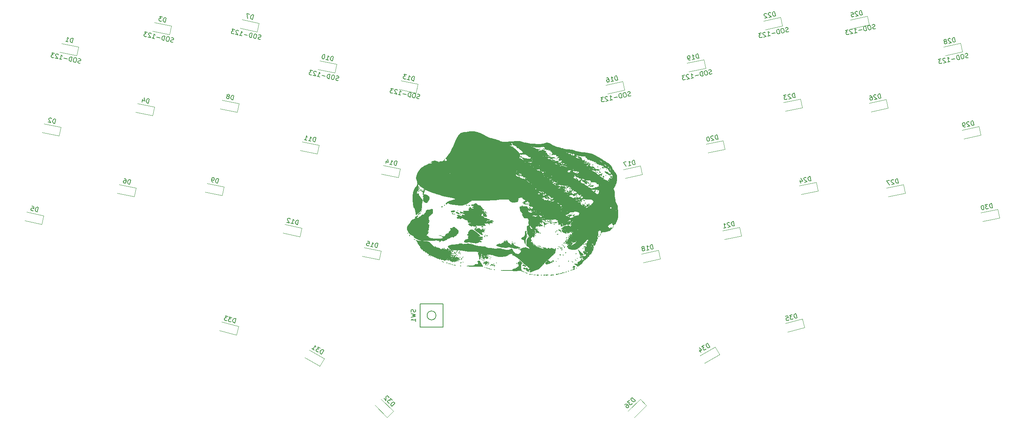
<source format=gbr>
G04 #@! TF.GenerationSoftware,KiCad,Pcbnew,5.1.5*
G04 #@! TF.CreationDate,2020-02-23T20:52:15-06:00*
G04 #@! TF.ProjectId,m'ergo,6d276572-676f-42e6-9b69-6361645f7063,rev?*
G04 #@! TF.SameCoordinates,Original*
G04 #@! TF.FileFunction,Legend,Bot*
G04 #@! TF.FilePolarity,Positive*
%FSLAX46Y46*%
G04 Gerber Fmt 4.6, Leading zero omitted, Abs format (unit mm)*
G04 Created by KiCad (PCBNEW 5.1.5) date 2020-02-23 20:52:15*
%MOMM*%
%LPD*%
G04 APERTURE LIST*
%ADD10C,0.010000*%
%ADD11C,0.120000*%
%ADD12C,0.150000*%
G04 APERTURE END LIST*
D10*
G36*
X154502556Y-60416722D02*
G01*
X154492423Y-60517201D01*
X154502556Y-60529611D01*
X154552890Y-60517988D01*
X154559000Y-60473166D01*
X154528022Y-60403476D01*
X154502556Y-60416722D01*
G37*
X154502556Y-60416722D02*
X154492423Y-60517201D01*
X154502556Y-60529611D01*
X154552890Y-60517988D01*
X154559000Y-60473166D01*
X154528022Y-60403476D01*
X154502556Y-60416722D01*
G36*
X141012333Y-58568166D02*
G01*
X141054667Y-58610500D01*
X141097000Y-58568166D01*
X141054667Y-58525833D01*
X141012333Y-58568166D01*
G37*
X141012333Y-58568166D02*
X141054667Y-58610500D01*
X141097000Y-58568166D01*
X141054667Y-58525833D01*
X141012333Y-58568166D01*
G36*
X142759132Y-60786590D02*
G01*
X142711458Y-60904403D01*
X142827712Y-60991380D01*
X142874916Y-61005676D01*
X143031194Y-61011285D01*
X143088954Y-60977466D01*
X143063923Y-60891663D01*
X142948709Y-60807687D01*
X142817413Y-60768421D01*
X142759132Y-60786590D01*
G37*
X142759132Y-60786590D02*
X142711458Y-60904403D01*
X142827712Y-60991380D01*
X142874916Y-61005676D01*
X143031194Y-61011285D01*
X143088954Y-60977466D01*
X143063923Y-60891663D01*
X142948709Y-60807687D01*
X142817413Y-60768421D01*
X142759132Y-60786590D01*
G36*
X147893264Y-59067347D02*
G01*
X147918515Y-59105829D01*
X148004389Y-59111815D01*
X148094731Y-59091138D01*
X148055542Y-59060663D01*
X147923218Y-59050569D01*
X147893264Y-59067347D01*
G37*
X147893264Y-59067347D02*
X147918515Y-59105829D01*
X148004389Y-59111815D01*
X148094731Y-59091138D01*
X148055542Y-59060663D01*
X147923218Y-59050569D01*
X147893264Y-59067347D01*
G36*
X147024638Y-59099339D02*
G01*
X147023667Y-59118500D01*
X147088755Y-59199913D01*
X147113330Y-59203166D01*
X147163896Y-59151296D01*
X147150667Y-59118500D01*
X147074585Y-59037729D01*
X147061003Y-59033833D01*
X147024638Y-59099339D01*
G37*
X147024638Y-59099339D02*
X147023667Y-59118500D01*
X147088755Y-59199913D01*
X147113330Y-59203166D01*
X147163896Y-59151296D01*
X147150667Y-59118500D01*
X147074585Y-59037729D01*
X147061003Y-59033833D01*
X147024638Y-59099339D01*
G36*
X149338771Y-60186369D02*
G01*
X149352000Y-60219166D01*
X149428082Y-60299937D01*
X149441664Y-60303833D01*
X149478029Y-60238327D01*
X149479000Y-60219166D01*
X149413912Y-60137753D01*
X149389337Y-60134500D01*
X149338771Y-60186369D01*
G37*
X149338771Y-60186369D02*
X149352000Y-60219166D01*
X149428082Y-60299937D01*
X149441664Y-60303833D01*
X149478029Y-60238327D01*
X149479000Y-60219166D01*
X149413912Y-60137753D01*
X149389337Y-60134500D01*
X149338771Y-60186369D01*
G36*
X149394333Y-60684833D02*
G01*
X149436667Y-60727166D01*
X149479000Y-60684833D01*
X149436667Y-60642500D01*
X149394333Y-60684833D01*
G37*
X149394333Y-60684833D02*
X149436667Y-60727166D01*
X149479000Y-60684833D01*
X149436667Y-60642500D01*
X149394333Y-60684833D01*
G36*
X150749000Y-61362166D02*
G01*
X150791333Y-61404500D01*
X150833667Y-61362166D01*
X150791333Y-61319833D01*
X150749000Y-61362166D01*
G37*
X150749000Y-61362166D02*
X150791333Y-61404500D01*
X150833667Y-61362166D01*
X150791333Y-61319833D01*
X150749000Y-61362166D01*
G36*
X149847477Y-61516410D02*
G01*
X149843889Y-61519388D01*
X149880974Y-61577856D01*
X150016447Y-61668871D01*
X150192214Y-61760278D01*
X150350180Y-61819919D01*
X150401132Y-61827833D01*
X150521696Y-61766848D01*
X150529564Y-61755737D01*
X150485030Y-61695769D01*
X150334709Y-61621223D01*
X150138446Y-61552729D01*
X149956087Y-61510915D01*
X149847477Y-61516410D01*
G37*
X149847477Y-61516410D02*
X149843889Y-61519388D01*
X149880974Y-61577856D01*
X150016447Y-61668871D01*
X150192214Y-61760278D01*
X150350180Y-61819919D01*
X150401132Y-61827833D01*
X150521696Y-61766848D01*
X150529564Y-61755737D01*
X150485030Y-61695769D01*
X150334709Y-61621223D01*
X150138446Y-61552729D01*
X149956087Y-61510915D01*
X149847477Y-61516410D01*
G36*
X151426333Y-62039500D02*
G01*
X151468667Y-62081833D01*
X151511000Y-62039500D01*
X151468667Y-61997166D01*
X151426333Y-62039500D01*
G37*
X151426333Y-62039500D02*
X151468667Y-62081833D01*
X151511000Y-62039500D01*
X151468667Y-61997166D01*
X151426333Y-62039500D01*
G36*
X152091963Y-62364929D02*
G01*
X152090967Y-62378166D01*
X152155533Y-62479080D01*
X152167872Y-62484235D01*
X152234619Y-62440000D01*
X152244778Y-62378166D01*
X152205956Y-62276801D01*
X152167872Y-62272098D01*
X152091963Y-62364929D01*
G37*
X152091963Y-62364929D02*
X152090967Y-62378166D01*
X152155533Y-62479080D01*
X152167872Y-62484235D01*
X152234619Y-62440000D01*
X152244778Y-62378166D01*
X152205956Y-62276801D01*
X152167872Y-62272098D01*
X152091963Y-62364929D01*
G36*
X146854333Y-63986833D02*
G01*
X146896667Y-64029166D01*
X146939000Y-63986833D01*
X146896667Y-63944500D01*
X146854333Y-63986833D01*
G37*
X146854333Y-63986833D02*
X146896667Y-64029166D01*
X146939000Y-63986833D01*
X146896667Y-63944500D01*
X146854333Y-63986833D01*
G36*
X147955000Y-64410166D02*
G01*
X147997333Y-64452500D01*
X148039667Y-64410166D01*
X147997333Y-64367833D01*
X147955000Y-64410166D01*
G37*
X147955000Y-64410166D02*
X147997333Y-64452500D01*
X148039667Y-64410166D01*
X147997333Y-64367833D01*
X147955000Y-64410166D01*
G36*
X155408127Y-64432262D02*
G01*
X155405667Y-64452500D01*
X155470096Y-64534706D01*
X155490333Y-64537166D01*
X155572540Y-64472737D01*
X155575000Y-64452500D01*
X155510571Y-64370293D01*
X155490333Y-64367833D01*
X155408127Y-64432262D01*
G37*
X155408127Y-64432262D02*
X155405667Y-64452500D01*
X155470096Y-64534706D01*
X155490333Y-64537166D01*
X155572540Y-64472737D01*
X155575000Y-64452500D01*
X155510571Y-64370293D01*
X155490333Y-64367833D01*
X155408127Y-64432262D01*
G36*
X142621000Y-64833500D02*
G01*
X142663333Y-64875833D01*
X142705667Y-64833500D01*
X142663333Y-64791166D01*
X142621000Y-64833500D01*
G37*
X142621000Y-64833500D02*
X142663333Y-64875833D01*
X142705667Y-64833500D01*
X142663333Y-64791166D01*
X142621000Y-64833500D01*
G36*
X142367000Y-65341500D02*
G01*
X142409333Y-65383833D01*
X142451667Y-65341500D01*
X142409333Y-65299166D01*
X142367000Y-65341500D01*
G37*
X142367000Y-65341500D02*
X142409333Y-65383833D01*
X142451667Y-65341500D01*
X142409333Y-65299166D01*
X142367000Y-65341500D01*
G36*
X142536333Y-65426166D02*
G01*
X142578667Y-65468500D01*
X142621000Y-65426166D01*
X142578667Y-65383833D01*
X142536333Y-65426166D01*
G37*
X142536333Y-65426166D02*
X142578667Y-65468500D01*
X142621000Y-65426166D01*
X142578667Y-65383833D01*
X142536333Y-65426166D01*
G36*
X143411222Y-65835388D02*
G01*
X143422845Y-65885723D01*
X143467667Y-65891833D01*
X143537357Y-65860855D01*
X143524111Y-65835388D01*
X143423632Y-65825255D01*
X143411222Y-65835388D01*
G37*
X143411222Y-65835388D02*
X143422845Y-65885723D01*
X143467667Y-65891833D01*
X143537357Y-65860855D01*
X143524111Y-65835388D01*
X143423632Y-65825255D01*
X143411222Y-65835388D01*
G36*
X143666104Y-65943703D02*
G01*
X143679333Y-65976500D01*
X143755416Y-66057270D01*
X143768997Y-66061166D01*
X143805363Y-65995660D01*
X143806333Y-65976500D01*
X143741246Y-65895086D01*
X143716670Y-65891833D01*
X143666104Y-65943703D01*
G37*
X143666104Y-65943703D02*
X143679333Y-65976500D01*
X143755416Y-66057270D01*
X143768997Y-66061166D01*
X143805363Y-65995660D01*
X143806333Y-65976500D01*
X143741246Y-65895086D01*
X143716670Y-65891833D01*
X143666104Y-65943703D01*
G36*
X158143222Y-62279388D02*
G01*
X158154845Y-62329723D01*
X158199667Y-62335833D01*
X158269357Y-62304855D01*
X158256111Y-62279388D01*
X158155632Y-62269255D01*
X158143222Y-62279388D01*
G37*
X158143222Y-62279388D02*
X158154845Y-62329723D01*
X158199667Y-62335833D01*
X158269357Y-62304855D01*
X158256111Y-62279388D01*
X158155632Y-62269255D01*
X158143222Y-62279388D01*
G36*
X159554333Y-62293500D02*
G01*
X159596667Y-62335833D01*
X159639000Y-62293500D01*
X159596667Y-62251166D01*
X159554333Y-62293500D01*
G37*
X159554333Y-62293500D02*
X159596667Y-62335833D01*
X159639000Y-62293500D01*
X159596667Y-62251166D01*
X159554333Y-62293500D01*
G36*
X158248925Y-62471891D02*
G01*
X158125834Y-62563085D01*
X158155900Y-62647006D01*
X158284333Y-62674500D01*
X158422238Y-62621560D01*
X158453667Y-62547500D01*
X158437761Y-62440423D01*
X158353977Y-62434894D01*
X158248925Y-62471891D01*
G37*
X158248925Y-62471891D02*
X158125834Y-62563085D01*
X158155900Y-62647006D01*
X158284333Y-62674500D01*
X158422238Y-62621560D01*
X158453667Y-62547500D01*
X158437761Y-62440423D01*
X158353977Y-62434894D01*
X158248925Y-62471891D01*
G36*
X158962638Y-62655339D02*
G01*
X158961667Y-62674500D01*
X159026755Y-62755913D01*
X159051330Y-62759166D01*
X159101896Y-62707296D01*
X159088667Y-62674500D01*
X159012585Y-62593729D01*
X158999003Y-62589833D01*
X158962638Y-62655339D01*
G37*
X158962638Y-62655339D02*
X158961667Y-62674500D01*
X159026755Y-62755913D01*
X159051330Y-62759166D01*
X159101896Y-62707296D01*
X159088667Y-62674500D01*
X159012585Y-62593729D01*
X158999003Y-62589833D01*
X158962638Y-62655339D01*
G36*
X160090556Y-63126055D02*
G01*
X160102178Y-63176389D01*
X160147000Y-63182500D01*
X160216690Y-63151521D01*
X160203445Y-63126055D01*
X160102965Y-63115922D01*
X160090556Y-63126055D01*
G37*
X160090556Y-63126055D02*
X160102178Y-63176389D01*
X160147000Y-63182500D01*
X160216690Y-63151521D01*
X160203445Y-63126055D01*
X160102965Y-63115922D01*
X160090556Y-63126055D01*
G36*
X161178195Y-63168522D02*
G01*
X161163000Y-63262169D01*
X161201878Y-63424251D01*
X161247667Y-63478833D01*
X161310449Y-63448858D01*
X161332333Y-63314496D01*
X161303961Y-63153006D01*
X161247667Y-63097833D01*
X161178195Y-63168522D01*
G37*
X161178195Y-63168522D02*
X161163000Y-63262169D01*
X161201878Y-63424251D01*
X161247667Y-63478833D01*
X161310449Y-63448858D01*
X161332333Y-63314496D01*
X161303961Y-63153006D01*
X161247667Y-63097833D01*
X161178195Y-63168522D01*
G36*
X160739667Y-63563500D02*
G01*
X160782000Y-63605833D01*
X160824333Y-63563500D01*
X160782000Y-63521166D01*
X160739667Y-63563500D01*
G37*
X160739667Y-63563500D02*
X160782000Y-63605833D01*
X160824333Y-63563500D01*
X160782000Y-63521166D01*
X160739667Y-63563500D01*
G36*
X162094333Y-63732833D02*
G01*
X162136667Y-63775166D01*
X162179000Y-63732833D01*
X162136667Y-63690500D01*
X162094333Y-63732833D01*
G37*
X162094333Y-63732833D02*
X162136667Y-63775166D01*
X162179000Y-63732833D01*
X162136667Y-63690500D01*
X162094333Y-63732833D01*
G36*
X159667222Y-64057388D02*
G01*
X159657089Y-64157868D01*
X159667222Y-64170277D01*
X159717557Y-64158655D01*
X159723667Y-64113833D01*
X159692689Y-64044143D01*
X159667222Y-64057388D01*
G37*
X159667222Y-64057388D02*
X159657089Y-64157868D01*
X159667222Y-64170277D01*
X159717557Y-64158655D01*
X159723667Y-64113833D01*
X159692689Y-64044143D01*
X159667222Y-64057388D01*
G36*
X162771667Y-64240833D02*
G01*
X162814000Y-64283166D01*
X162856333Y-64240833D01*
X162814000Y-64198500D01*
X162771667Y-64240833D01*
G37*
X162771667Y-64240833D02*
X162814000Y-64283166D01*
X162856333Y-64240833D01*
X162814000Y-64198500D01*
X162771667Y-64240833D01*
G36*
X159902967Y-64277006D02*
G01*
X159859057Y-64340139D01*
X159970510Y-64390493D01*
X160109375Y-64399215D01*
X160147000Y-64364903D01*
X160084578Y-64257071D01*
X159943845Y-64256456D01*
X159902967Y-64277006D01*
G37*
X159902967Y-64277006D02*
X159859057Y-64340139D01*
X159970510Y-64390493D01*
X160109375Y-64399215D01*
X160147000Y-64364903D01*
X160084578Y-64257071D01*
X159943845Y-64256456D01*
X159902967Y-64277006D01*
G36*
X160452808Y-64242946D02*
G01*
X160515905Y-64325500D01*
X160661869Y-64429772D01*
X160739667Y-64452500D01*
X160772526Y-64408053D01*
X160709429Y-64325500D01*
X160563464Y-64221227D01*
X160485667Y-64198500D01*
X160452808Y-64242946D01*
G37*
X160452808Y-64242946D02*
X160515905Y-64325500D01*
X160661869Y-64429772D01*
X160739667Y-64452500D01*
X160772526Y-64408053D01*
X160709429Y-64325500D01*
X160563464Y-64221227D01*
X160485667Y-64198500D01*
X160452808Y-64242946D01*
G36*
X160316333Y-64664166D02*
G01*
X160358667Y-64706500D01*
X160401000Y-64664166D01*
X160358667Y-64621833D01*
X160316333Y-64664166D01*
G37*
X160316333Y-64664166D02*
X160358667Y-64706500D01*
X160401000Y-64664166D01*
X160358667Y-64621833D01*
X160316333Y-64664166D01*
G36*
X161925000Y-65087500D02*
G01*
X161967333Y-65129833D01*
X162009667Y-65087500D01*
X161967333Y-65045166D01*
X161925000Y-65087500D01*
G37*
X161925000Y-65087500D02*
X161967333Y-65129833D01*
X162009667Y-65087500D01*
X161967333Y-65045166D01*
X161925000Y-65087500D01*
G36*
X161330952Y-65257686D02*
G01*
X161285894Y-65355191D01*
X161349602Y-65449983D01*
X161417000Y-65468500D01*
X161527400Y-65407542D01*
X161540384Y-65389683D01*
X161534885Y-65289315D01*
X161433099Y-65235694D01*
X161330952Y-65257686D01*
G37*
X161330952Y-65257686D02*
X161285894Y-65355191D01*
X161349602Y-65449983D01*
X161417000Y-65468500D01*
X161527400Y-65407542D01*
X161540384Y-65389683D01*
X161534885Y-65289315D01*
X161433099Y-65235694D01*
X161330952Y-65257686D01*
G36*
X163307889Y-65666055D02*
G01*
X163319511Y-65716389D01*
X163364333Y-65722500D01*
X163434024Y-65691521D01*
X163420778Y-65666055D01*
X163320298Y-65655922D01*
X163307889Y-65666055D01*
G37*
X163307889Y-65666055D02*
X163319511Y-65716389D01*
X163364333Y-65722500D01*
X163434024Y-65691521D01*
X163420778Y-65666055D01*
X163320298Y-65655922D01*
X163307889Y-65666055D01*
G36*
X149312127Y-66040929D02*
G01*
X149309667Y-66061166D01*
X149374096Y-66143373D01*
X149394333Y-66145833D01*
X149476540Y-66081404D01*
X149479000Y-66061166D01*
X149414571Y-65978960D01*
X149394333Y-65976500D01*
X149312127Y-66040929D01*
G37*
X149312127Y-66040929D02*
X149309667Y-66061166D01*
X149374096Y-66143373D01*
X149394333Y-66145833D01*
X149476540Y-66081404D01*
X149479000Y-66061166D01*
X149414571Y-65978960D01*
X149394333Y-65976500D01*
X149312127Y-66040929D01*
G36*
X150288746Y-66881924D02*
G01*
X150267669Y-66976214D01*
X150292235Y-66969487D01*
X150397835Y-66963292D01*
X150466043Y-67003601D01*
X150562516Y-67047876D01*
X150579667Y-67013233D01*
X150521474Y-66891844D01*
X150462554Y-66831372D01*
X150354684Y-66786272D01*
X150288746Y-66881924D01*
G37*
X150288746Y-66881924D02*
X150267669Y-66976214D01*
X150292235Y-66969487D01*
X150397835Y-66963292D01*
X150466043Y-67003601D01*
X150562516Y-67047876D01*
X150579667Y-67013233D01*
X150521474Y-66891844D01*
X150462554Y-66831372D01*
X150354684Y-66786272D01*
X150288746Y-66881924D01*
G36*
X155196504Y-65717270D02*
G01*
X155321000Y-65792141D01*
X155451209Y-65857312D01*
X155463119Y-65886466D01*
X155458700Y-65934754D01*
X155533866Y-66031767D01*
X155636336Y-66120002D01*
X155698931Y-66145833D01*
X155706954Y-66084531D01*
X155667268Y-65990703D01*
X155509109Y-65779262D01*
X155332119Y-65664798D01*
X155218014Y-65662504D01*
X155196504Y-65717270D01*
G37*
X155196504Y-65717270D02*
X155321000Y-65792141D01*
X155451209Y-65857312D01*
X155463119Y-65886466D01*
X155458700Y-65934754D01*
X155533866Y-66031767D01*
X155636336Y-66120002D01*
X155698931Y-66145833D01*
X155706954Y-66084531D01*
X155667268Y-65990703D01*
X155509109Y-65779262D01*
X155332119Y-65664798D01*
X155218014Y-65662504D01*
X155196504Y-65717270D01*
G36*
X156675667Y-66442166D02*
G01*
X156718000Y-66484500D01*
X156760333Y-66442166D01*
X156718000Y-66399833D01*
X156675667Y-66442166D01*
G37*
X156675667Y-66442166D02*
X156718000Y-66484500D01*
X156760333Y-66442166D01*
X156718000Y-66399833D01*
X156675667Y-66442166D01*
G36*
X158538333Y-66780833D02*
G01*
X158580667Y-66823166D01*
X158623000Y-66780833D01*
X158580667Y-66738500D01*
X158538333Y-66780833D01*
G37*
X158538333Y-66780833D02*
X158580667Y-66823166D01*
X158623000Y-66780833D01*
X158580667Y-66738500D01*
X158538333Y-66780833D01*
G36*
X157875662Y-66697683D02*
G01*
X157861000Y-66746402D01*
X157893413Y-66809296D01*
X157916710Y-66795679D01*
X158017614Y-66795332D01*
X158099812Y-66845067D01*
X158192273Y-66905679D01*
X158190462Y-66839419D01*
X158185253Y-66823166D01*
X158097924Y-66713833D01*
X157971490Y-66666504D01*
X157875662Y-66697683D01*
G37*
X157875662Y-66697683D02*
X157861000Y-66746402D01*
X157893413Y-66809296D01*
X157916710Y-66795679D01*
X158017614Y-66795332D01*
X158099812Y-66845067D01*
X158192273Y-66905679D01*
X158190462Y-66839419D01*
X158185253Y-66823166D01*
X158097924Y-66713833D01*
X157971490Y-66666504D01*
X157875662Y-66697683D01*
G36*
X157042556Y-66936055D02*
G01*
X157054178Y-66986389D01*
X157099000Y-66992500D01*
X157168690Y-66961521D01*
X157155445Y-66936055D01*
X157054965Y-66925922D01*
X157042556Y-66936055D01*
G37*
X157042556Y-66936055D02*
X157054178Y-66986389D01*
X157099000Y-66992500D01*
X157168690Y-66961521D01*
X157155445Y-66936055D01*
X157054965Y-66925922D01*
X157042556Y-66936055D01*
G36*
X158369000Y-66950166D02*
G01*
X158411333Y-66992500D01*
X158453667Y-66950166D01*
X158411333Y-66907833D01*
X158369000Y-66950166D01*
G37*
X158369000Y-66950166D02*
X158411333Y-66992500D01*
X158453667Y-66950166D01*
X158411333Y-66907833D01*
X158369000Y-66950166D01*
G36*
X158538333Y-67119500D02*
G01*
X158580667Y-67161833D01*
X158623000Y-67119500D01*
X158580667Y-67077166D01*
X158538333Y-67119500D01*
G37*
X158538333Y-67119500D02*
X158580667Y-67161833D01*
X158623000Y-67119500D01*
X158580667Y-67077166D01*
X158538333Y-67119500D01*
G36*
X158317208Y-67184138D02*
G01*
X158199667Y-67246500D01*
X158120325Y-67312253D01*
X158196583Y-67329583D01*
X158215837Y-67329870D01*
X158368924Y-67286726D01*
X158411333Y-67246500D01*
X158418166Y-67171707D01*
X158317208Y-67184138D01*
G37*
X158317208Y-67184138D02*
X158199667Y-67246500D01*
X158120325Y-67312253D01*
X158196583Y-67329583D01*
X158215837Y-67329870D01*
X158368924Y-67286726D01*
X158411333Y-67246500D01*
X158418166Y-67171707D01*
X158317208Y-67184138D01*
G36*
X158058556Y-67444055D02*
G01*
X158070178Y-67494389D01*
X158115000Y-67500500D01*
X158184690Y-67469521D01*
X158171445Y-67444055D01*
X158070965Y-67433922D01*
X158058556Y-67444055D01*
G37*
X158058556Y-67444055D02*
X158070178Y-67494389D01*
X158115000Y-67500500D01*
X158184690Y-67469521D01*
X158171445Y-67444055D01*
X158070965Y-67433922D01*
X158058556Y-67444055D01*
G36*
X157861000Y-67542833D02*
G01*
X157903333Y-67585166D01*
X157945667Y-67542833D01*
X157903333Y-67500500D01*
X157861000Y-67542833D01*
G37*
X157861000Y-67542833D02*
X157903333Y-67585166D01*
X157945667Y-67542833D01*
X157903333Y-67500500D01*
X157861000Y-67542833D01*
G36*
X158855833Y-67364001D02*
G01*
X158619139Y-67390730D01*
X158458455Y-67408076D01*
X158432500Y-67410567D01*
X158371693Y-67482382D01*
X158369000Y-67509558D01*
X158430646Y-67566016D01*
X158496735Y-67554266D01*
X158673340Y-67543818D01*
X158814243Y-67577401D01*
X159019750Y-67595798D01*
X159109841Y-67536266D01*
X159201401Y-67413349D01*
X159168239Y-67355108D01*
X158994033Y-67350472D01*
X158855833Y-67364001D01*
G37*
X158855833Y-67364001D02*
X158619139Y-67390730D01*
X158458455Y-67408076D01*
X158432500Y-67410567D01*
X158371693Y-67482382D01*
X158369000Y-67509558D01*
X158430646Y-67566016D01*
X158496735Y-67554266D01*
X158673340Y-67543818D01*
X158814243Y-67577401D01*
X159019750Y-67595798D01*
X159109841Y-67536266D01*
X159201401Y-67413349D01*
X159168239Y-67355108D01*
X158994033Y-67350472D01*
X158855833Y-67364001D01*
G36*
X146261667Y-68050833D02*
G01*
X146304000Y-68093166D01*
X146346333Y-68050833D01*
X146304000Y-68008500D01*
X146261667Y-68050833D01*
G37*
X146261667Y-68050833D02*
X146304000Y-68093166D01*
X146346333Y-68050833D01*
X146304000Y-68008500D01*
X146261667Y-68050833D01*
G36*
X151285222Y-67190055D02*
G01*
X151275089Y-67290535D01*
X151285222Y-67302944D01*
X151335557Y-67291322D01*
X151341667Y-67246500D01*
X151310689Y-67176809D01*
X151285222Y-67190055D01*
G37*
X151285222Y-67190055D02*
X151275089Y-67290535D01*
X151285222Y-67302944D01*
X151335557Y-67291322D01*
X151341667Y-67246500D01*
X151310689Y-67176809D01*
X151285222Y-67190055D01*
G36*
X152950333Y-67712166D02*
G01*
X152992667Y-67754500D01*
X153035000Y-67712166D01*
X152992667Y-67669833D01*
X152950333Y-67712166D01*
G37*
X152950333Y-67712166D02*
X152992667Y-67754500D01*
X153035000Y-67712166D01*
X152992667Y-67669833D01*
X152950333Y-67712166D01*
G36*
X153740556Y-67952055D02*
G01*
X153752178Y-68002389D01*
X153797000Y-68008500D01*
X153866690Y-67977521D01*
X153853445Y-67952055D01*
X153752965Y-67941922D01*
X153740556Y-67952055D01*
G37*
X153740556Y-67952055D02*
X153752178Y-68002389D01*
X153797000Y-68008500D01*
X153866690Y-67977521D01*
X153853445Y-67952055D01*
X153752965Y-67941922D01*
X153740556Y-67952055D01*
G36*
X153966333Y-67966166D02*
G01*
X154008667Y-68008500D01*
X154051000Y-67966166D01*
X154008667Y-67923833D01*
X153966333Y-67966166D01*
G37*
X153966333Y-67966166D02*
X154008667Y-68008500D01*
X154051000Y-67966166D01*
X154008667Y-67923833D01*
X153966333Y-67966166D01*
G36*
X153064104Y-68060369D02*
G01*
X153077333Y-68093166D01*
X153153416Y-68173937D01*
X153166997Y-68177833D01*
X153203363Y-68112327D01*
X153204333Y-68093166D01*
X153139246Y-68011753D01*
X153114670Y-68008500D01*
X153064104Y-68060369D01*
G37*
X153064104Y-68060369D02*
X153077333Y-68093166D01*
X153153416Y-68173937D01*
X153166997Y-68177833D01*
X153203363Y-68112327D01*
X153204333Y-68093166D01*
X153139246Y-68011753D01*
X153114670Y-68008500D01*
X153064104Y-68060369D01*
G36*
X154163889Y-68036722D02*
G01*
X154153756Y-68137201D01*
X154163889Y-68149611D01*
X154214223Y-68137988D01*
X154220333Y-68093166D01*
X154189355Y-68023476D01*
X154163889Y-68036722D01*
G37*
X154163889Y-68036722D02*
X154153756Y-68137201D01*
X154163889Y-68149611D01*
X154214223Y-68137988D01*
X154220333Y-68093166D01*
X154189355Y-68023476D01*
X154163889Y-68036722D01*
G36*
X152894771Y-68399036D02*
G01*
X152908000Y-68431833D01*
X152984082Y-68512603D01*
X152997664Y-68516500D01*
X153034029Y-68450994D01*
X153035000Y-68431833D01*
X152969912Y-68350420D01*
X152945337Y-68347166D01*
X152894771Y-68399036D01*
G37*
X152894771Y-68399036D02*
X152908000Y-68431833D01*
X152984082Y-68512603D01*
X152997664Y-68516500D01*
X153034029Y-68450994D01*
X153035000Y-68431833D01*
X152969912Y-68350420D01*
X152945337Y-68347166D01*
X152894771Y-68399036D01*
G36*
X153173259Y-68586976D02*
G01*
X153179621Y-68658889D01*
X153278577Y-68743282D01*
X153336789Y-68737788D01*
X153454698Y-68754470D01*
X153479696Y-68792252D01*
X153536421Y-68835366D01*
X153560946Y-68808663D01*
X153551479Y-68692819D01*
X153427470Y-68590051D01*
X153274529Y-68548189D01*
X153173259Y-68586976D01*
G37*
X153173259Y-68586976D02*
X153179621Y-68658889D01*
X153278577Y-68743282D01*
X153336789Y-68737788D01*
X153454698Y-68754470D01*
X153479696Y-68792252D01*
X153536421Y-68835366D01*
X153560946Y-68808663D01*
X153551479Y-68692819D01*
X153427470Y-68590051D01*
X153274529Y-68548189D01*
X153173259Y-68586976D01*
G36*
X154643667Y-68812833D02*
G01*
X154686000Y-68855166D01*
X154728333Y-68812833D01*
X154686000Y-68770500D01*
X154643667Y-68812833D01*
G37*
X154643667Y-68812833D02*
X154686000Y-68855166D01*
X154728333Y-68812833D01*
X154686000Y-68770500D01*
X154643667Y-68812833D01*
G36*
X154163889Y-68968055D02*
G01*
X154175511Y-69018389D01*
X154220333Y-69024500D01*
X154290024Y-68993521D01*
X154276778Y-68968055D01*
X154176298Y-68957922D01*
X154163889Y-68968055D01*
G37*
X154163889Y-68968055D02*
X154175511Y-69018389D01*
X154220333Y-69024500D01*
X154290024Y-68993521D01*
X154276778Y-68968055D01*
X154176298Y-68957922D01*
X154163889Y-68968055D01*
G36*
X160062333Y-68643500D02*
G01*
X160104667Y-68685833D01*
X160147000Y-68643500D01*
X160104667Y-68601166D01*
X160062333Y-68643500D01*
G37*
X160062333Y-68643500D02*
X160104667Y-68685833D01*
X160147000Y-68643500D01*
X160104667Y-68601166D01*
X160062333Y-68643500D01*
G36*
X159595290Y-68317567D02*
G01*
X159567700Y-68405085D01*
X159446511Y-68547833D01*
X159421594Y-68571567D01*
X159291230Y-68704142D01*
X159283849Y-68760049D01*
X159359471Y-68769203D01*
X159536970Y-68735800D01*
X159596667Y-68705703D01*
X159669522Y-68571210D01*
X159667684Y-68398601D01*
X159616754Y-68310809D01*
X159586147Y-68303757D01*
X159595290Y-68317567D01*
G37*
X159595290Y-68317567D02*
X159567700Y-68405085D01*
X159446511Y-68547833D01*
X159421594Y-68571567D01*
X159291230Y-68704142D01*
X159283849Y-68760049D01*
X159359471Y-68769203D01*
X159536970Y-68735800D01*
X159596667Y-68705703D01*
X159669522Y-68571210D01*
X159667684Y-68398601D01*
X159616754Y-68310809D01*
X159586147Y-68303757D01*
X159595290Y-68317567D01*
G36*
X155405667Y-69490166D02*
G01*
X155448000Y-69532500D01*
X155490333Y-69490166D01*
X155448000Y-69447833D01*
X155405667Y-69490166D01*
G37*
X155405667Y-69490166D02*
X155448000Y-69532500D01*
X155490333Y-69490166D01*
X155448000Y-69447833D01*
X155405667Y-69490166D01*
G36*
X155276426Y-69633518D02*
G01*
X155301835Y-69696499D01*
X155380849Y-69738723D01*
X155479763Y-69764500D01*
X155439184Y-69702478D01*
X155428245Y-69691327D01*
X155317237Y-69624450D01*
X155276426Y-69633518D01*
G37*
X155276426Y-69633518D02*
X155301835Y-69696499D01*
X155380849Y-69738723D01*
X155479763Y-69764500D01*
X155439184Y-69702478D01*
X155428245Y-69691327D01*
X155317237Y-69624450D01*
X155276426Y-69633518D01*
G36*
X155349222Y-69984055D02*
G01*
X155360845Y-70034389D01*
X155405667Y-70040500D01*
X155475357Y-70009521D01*
X155462111Y-69984055D01*
X155361632Y-69973922D01*
X155349222Y-69984055D01*
G37*
X155349222Y-69984055D02*
X155360845Y-70034389D01*
X155405667Y-70040500D01*
X155475357Y-70009521D01*
X155462111Y-69984055D01*
X155361632Y-69973922D01*
X155349222Y-69984055D01*
G36*
X149140333Y-69913500D02*
G01*
X149182667Y-69955833D01*
X149225000Y-69913500D01*
X149182667Y-69871166D01*
X149140333Y-69913500D01*
G37*
X149140333Y-69913500D02*
X149182667Y-69955833D01*
X149225000Y-69913500D01*
X149182667Y-69871166D01*
X149140333Y-69913500D01*
G36*
X147785667Y-70167500D02*
G01*
X147828000Y-70209833D01*
X147870333Y-70167500D01*
X147828000Y-70125166D01*
X147785667Y-70167500D01*
G37*
X147785667Y-70167500D02*
X147828000Y-70209833D01*
X147870333Y-70167500D01*
X147828000Y-70125166D01*
X147785667Y-70167500D01*
G36*
X149563667Y-70167500D02*
G01*
X149606000Y-70209833D01*
X149648333Y-70167500D01*
X149606000Y-70125166D01*
X149563667Y-70167500D01*
G37*
X149563667Y-70167500D02*
X149606000Y-70209833D01*
X149648333Y-70167500D01*
X149606000Y-70125166D01*
X149563667Y-70167500D01*
G36*
X148294638Y-70190672D02*
G01*
X148293667Y-70209833D01*
X148358755Y-70291246D01*
X148383330Y-70294500D01*
X148433896Y-70242630D01*
X148420667Y-70209833D01*
X148344585Y-70129062D01*
X148331003Y-70125166D01*
X148294638Y-70190672D01*
G37*
X148294638Y-70190672D02*
X148293667Y-70209833D01*
X148358755Y-70291246D01*
X148383330Y-70294500D01*
X148433896Y-70242630D01*
X148420667Y-70209833D01*
X148344585Y-70129062D01*
X148331003Y-70125166D01*
X148294638Y-70190672D01*
G36*
X147870333Y-70421500D02*
G01*
X147912667Y-70463833D01*
X147955000Y-70421500D01*
X147912667Y-70379166D01*
X147870333Y-70421500D01*
G37*
X147870333Y-70421500D02*
X147912667Y-70463833D01*
X147955000Y-70421500D01*
X147912667Y-70379166D01*
X147870333Y-70421500D01*
G36*
X156956855Y-70670697D02*
G01*
X157014333Y-70717833D01*
X157168682Y-70789477D01*
X157226000Y-70799907D01*
X157241145Y-70764969D01*
X157183667Y-70717833D01*
X157029318Y-70646189D01*
X156972000Y-70635759D01*
X156956855Y-70670697D01*
G37*
X156956855Y-70670697D02*
X157014333Y-70717833D01*
X157168682Y-70789477D01*
X157226000Y-70799907D01*
X157241145Y-70764969D01*
X157183667Y-70717833D01*
X157029318Y-70646189D01*
X156972000Y-70635759D01*
X156956855Y-70670697D01*
G36*
X157297437Y-71277703D02*
G01*
X157310667Y-71310500D01*
X157386749Y-71391270D01*
X157400330Y-71395166D01*
X157436696Y-71329660D01*
X157437667Y-71310500D01*
X157372579Y-71229086D01*
X157348003Y-71225833D01*
X157297437Y-71277703D01*
G37*
X157297437Y-71277703D02*
X157310667Y-71310500D01*
X157386749Y-71391270D01*
X157400330Y-71395166D01*
X157436696Y-71329660D01*
X157437667Y-71310500D01*
X157372579Y-71229086D01*
X157348003Y-71225833D01*
X157297437Y-71277703D01*
G36*
X158115000Y-71437500D02*
G01*
X158157333Y-71479833D01*
X158199667Y-71437500D01*
X158157333Y-71395166D01*
X158115000Y-71437500D01*
G37*
X158115000Y-71437500D02*
X158157333Y-71479833D01*
X158199667Y-71437500D01*
X158157333Y-71395166D01*
X158115000Y-71437500D01*
G36*
X157099000Y-71606833D02*
G01*
X157141333Y-71649166D01*
X157183667Y-71606833D01*
X157141333Y-71564500D01*
X157099000Y-71606833D01*
G37*
X157099000Y-71606833D02*
X157141333Y-71649166D01*
X157183667Y-71606833D01*
X157141333Y-71564500D01*
X157099000Y-71606833D01*
G36*
X156775113Y-71559510D02*
G01*
X156786164Y-71642126D01*
X156858942Y-71800759D01*
X157042092Y-71866287D01*
X157063780Y-71868745D01*
X157222002Y-71879301D01*
X157227484Y-71853556D01*
X157141333Y-71803394D01*
X156951358Y-71666601D01*
X156863717Y-71576774D01*
X156787202Y-71497400D01*
X156775113Y-71559510D01*
G37*
X156775113Y-71559510D02*
X156786164Y-71642126D01*
X156858942Y-71800759D01*
X157042092Y-71866287D01*
X157063780Y-71868745D01*
X157222002Y-71879301D01*
X157227484Y-71853556D01*
X157141333Y-71803394D01*
X156951358Y-71666601D01*
X156863717Y-71576774D01*
X156787202Y-71497400D01*
X156775113Y-71559510D01*
G36*
X154305000Y-73723500D02*
G01*
X154347333Y-73765833D01*
X154389667Y-73723500D01*
X154347333Y-73681166D01*
X154305000Y-73723500D01*
G37*
X154305000Y-73723500D02*
X154347333Y-73765833D01*
X154389667Y-73723500D01*
X154347333Y-73681166D01*
X154305000Y-73723500D01*
G36*
X153525895Y-73992590D02*
G01*
X153356823Y-74087477D01*
X153287145Y-74194279D01*
X153354959Y-74222692D01*
X153543000Y-74166490D01*
X153805296Y-74103364D01*
X154031089Y-74126266D01*
X154147733Y-74209330D01*
X154222049Y-74220039D01*
X154289494Y-74133473D01*
X154329444Y-74004738D01*
X154233496Y-73953377D01*
X154192761Y-73947454D01*
X153827704Y-73936760D01*
X153525895Y-73992590D01*
G37*
X153525895Y-73992590D02*
X153356823Y-74087477D01*
X153287145Y-74194279D01*
X153354959Y-74222692D01*
X153543000Y-74166490D01*
X153805296Y-74103364D01*
X154031089Y-74126266D01*
X154147733Y-74209330D01*
X154222049Y-74220039D01*
X154289494Y-74133473D01*
X154329444Y-74004738D01*
X154233496Y-73953377D01*
X154192761Y-73947454D01*
X153827704Y-73936760D01*
X153525895Y-73992590D01*
G36*
X153713494Y-74276942D02*
G01*
X153712333Y-74324093D01*
X153744096Y-74479346D01*
X153801997Y-74527833D01*
X153854137Y-74476709D01*
X153842550Y-74448370D01*
X153862944Y-74348398D01*
X153931872Y-74291436D01*
X154016188Y-74226981D01*
X153949554Y-74183470D01*
X153891320Y-74167158D01*
X153756072Y-74162785D01*
X153713494Y-74276942D01*
G37*
X153713494Y-74276942D02*
X153712333Y-74324093D01*
X153744096Y-74479346D01*
X153801997Y-74527833D01*
X153854137Y-74476709D01*
X153842550Y-74448370D01*
X153862944Y-74348398D01*
X153931872Y-74291436D01*
X154016188Y-74226981D01*
X153949554Y-74183470D01*
X153891320Y-74167158D01*
X153756072Y-74162785D01*
X153713494Y-74276942D01*
G36*
X153712333Y-75162833D02*
G01*
X153754667Y-75205166D01*
X153797000Y-75162833D01*
X153754667Y-75120500D01*
X153712333Y-75162833D01*
G37*
X153712333Y-75162833D02*
X153754667Y-75205166D01*
X153797000Y-75162833D01*
X153754667Y-75120500D01*
X153712333Y-75162833D01*
G36*
X125603000Y-61446833D02*
G01*
X125645333Y-61489166D01*
X125687667Y-61446833D01*
X125645333Y-61404500D01*
X125603000Y-61446833D01*
G37*
X125603000Y-61446833D02*
X125645333Y-61489166D01*
X125687667Y-61446833D01*
X125645333Y-61404500D01*
X125603000Y-61446833D01*
G36*
X119930333Y-67966166D02*
G01*
X119849563Y-68042248D01*
X119845667Y-68055830D01*
X119911173Y-68092195D01*
X119930333Y-68093166D01*
X120011747Y-68028078D01*
X120015000Y-68003503D01*
X119963130Y-67952937D01*
X119930333Y-67966166D01*
G37*
X119930333Y-67966166D02*
X119849563Y-68042248D01*
X119845667Y-68055830D01*
X119911173Y-68092195D01*
X119930333Y-68093166D01*
X120011747Y-68028078D01*
X120015000Y-68003503D01*
X119963130Y-67952937D01*
X119930333Y-67966166D01*
G36*
X120777000Y-68304833D02*
G01*
X120819333Y-68347166D01*
X120861667Y-68304833D01*
X120819333Y-68262500D01*
X120777000Y-68304833D01*
G37*
X120777000Y-68304833D02*
X120819333Y-68347166D01*
X120861667Y-68304833D01*
X120819333Y-68262500D01*
X120777000Y-68304833D01*
G36*
X119930333Y-68389500D02*
G01*
X119972667Y-68431833D01*
X120015000Y-68389500D01*
X119972667Y-68347166D01*
X119930333Y-68389500D01*
G37*
X119930333Y-68389500D02*
X119972667Y-68431833D01*
X120015000Y-68389500D01*
X119972667Y-68347166D01*
X119930333Y-68389500D01*
G36*
X120162799Y-68334834D02*
G01*
X120129653Y-68425330D01*
X120219582Y-68465597D01*
X120389165Y-68436278D01*
X120389810Y-68436044D01*
X120504272Y-68384738D01*
X120460678Y-68342352D01*
X120396819Y-68316863D01*
X120232248Y-68301794D01*
X120162799Y-68334834D01*
G37*
X120162799Y-68334834D02*
X120129653Y-68425330D01*
X120219582Y-68465597D01*
X120389165Y-68436278D01*
X120389810Y-68436044D01*
X120504272Y-68384738D01*
X120460678Y-68342352D01*
X120396819Y-68316863D01*
X120232248Y-68301794D01*
X120162799Y-68334834D01*
G36*
X121040671Y-68246394D02*
G01*
X121031000Y-68304833D01*
X120982641Y-68417463D01*
X120941337Y-68431833D01*
X120894308Y-68485222D01*
X120911632Y-68528848D01*
X120906998Y-68589381D01*
X120761889Y-68573199D01*
X120752484Y-68570870D01*
X120555218Y-68562374D01*
X120471967Y-68615244D01*
X120467456Y-68679129D01*
X120551444Y-68660545D01*
X120672885Y-68623515D01*
X120697618Y-68624990D01*
X120709027Y-68712075D01*
X120732377Y-68914291D01*
X120749319Y-69066833D01*
X120785458Y-69333988D01*
X120820736Y-69496596D01*
X120848321Y-69534633D01*
X120861382Y-69428073D01*
X120861667Y-69396116D01*
X120908819Y-69194433D01*
X120976165Y-69064505D01*
X121059108Y-68888611D01*
X121123149Y-68658092D01*
X121159744Y-68426852D01*
X121160352Y-68248798D01*
X121116667Y-68177833D01*
X121040671Y-68246394D01*
G37*
X121040671Y-68246394D02*
X121031000Y-68304833D01*
X120982641Y-68417463D01*
X120941337Y-68431833D01*
X120894308Y-68485222D01*
X120911632Y-68528848D01*
X120906998Y-68589381D01*
X120761889Y-68573199D01*
X120752484Y-68570870D01*
X120555218Y-68562374D01*
X120471967Y-68615244D01*
X120467456Y-68679129D01*
X120551444Y-68660545D01*
X120672885Y-68623515D01*
X120697618Y-68624990D01*
X120709027Y-68712075D01*
X120732377Y-68914291D01*
X120749319Y-69066833D01*
X120785458Y-69333988D01*
X120820736Y-69496596D01*
X120848321Y-69534633D01*
X120861382Y-69428073D01*
X120861667Y-69396116D01*
X120908819Y-69194433D01*
X120976165Y-69064505D01*
X121059108Y-68888611D01*
X121123149Y-68658092D01*
X121159744Y-68426852D01*
X121160352Y-68248798D01*
X121116667Y-68177833D01*
X121040671Y-68246394D01*
G36*
X120803830Y-69770625D02*
G01*
X120793736Y-69902948D01*
X120810514Y-69932902D01*
X120848996Y-69907651D01*
X120854983Y-69821777D01*
X120834305Y-69731435D01*
X120803830Y-69770625D01*
G37*
X120803830Y-69770625D02*
X120793736Y-69902948D01*
X120810514Y-69932902D01*
X120848996Y-69907651D01*
X120854983Y-69821777D01*
X120834305Y-69731435D01*
X120803830Y-69770625D01*
G36*
X143467667Y-70929500D02*
G01*
X143510000Y-70971833D01*
X143552333Y-70929500D01*
X143510000Y-70887166D01*
X143467667Y-70929500D01*
G37*
X143467667Y-70929500D02*
X143510000Y-70971833D01*
X143552333Y-70929500D01*
X143510000Y-70887166D01*
X143467667Y-70929500D01*
G36*
X121010595Y-69387714D02*
G01*
X120957635Y-69491054D01*
X120942703Y-69717730D01*
X120942646Y-69723000D01*
X120922150Y-70057962D01*
X120876891Y-70401807D01*
X120869985Y-70439186D01*
X120837903Y-70681659D01*
X120873142Y-70835906D01*
X120991242Y-70974252D01*
X121207736Y-71114004D01*
X121460735Y-71192752D01*
X121681057Y-71193455D01*
X121753586Y-71162021D01*
X121980719Y-70926733D01*
X122138252Y-70624945D01*
X122215586Y-70303502D01*
X122202123Y-70009247D01*
X122087267Y-69789024D01*
X122068167Y-69771483D01*
X121840053Y-69620038D01*
X121550770Y-69481060D01*
X121273645Y-69386263D01*
X121124038Y-69363166D01*
X121010595Y-69387714D01*
G37*
X121010595Y-69387714D02*
X120957635Y-69491054D01*
X120942703Y-69717730D01*
X120942646Y-69723000D01*
X120922150Y-70057962D01*
X120876891Y-70401807D01*
X120869985Y-70439186D01*
X120837903Y-70681659D01*
X120873142Y-70835906D01*
X120991242Y-70974252D01*
X121207736Y-71114004D01*
X121460735Y-71192752D01*
X121681057Y-71193455D01*
X121753586Y-71162021D01*
X121980719Y-70926733D01*
X122138252Y-70624945D01*
X122215586Y-70303502D01*
X122202123Y-70009247D01*
X122087267Y-69789024D01*
X122068167Y-69771483D01*
X121840053Y-69620038D01*
X121550770Y-69481060D01*
X121273645Y-69386263D01*
X121124038Y-69363166D01*
X121010595Y-69387714D01*
G36*
X144568333Y-71183500D02*
G01*
X144610667Y-71225833D01*
X144653000Y-71183500D01*
X144610667Y-71141166D01*
X144568333Y-71183500D01*
G37*
X144568333Y-71183500D02*
X144610667Y-71225833D01*
X144653000Y-71183500D01*
X144610667Y-71141166D01*
X144568333Y-71183500D01*
G36*
X144596556Y-71508055D02*
G01*
X144608178Y-71558389D01*
X144653000Y-71564500D01*
X144722690Y-71533521D01*
X144709445Y-71508055D01*
X144608965Y-71497922D01*
X144596556Y-71508055D01*
G37*
X144596556Y-71508055D02*
X144608178Y-71558389D01*
X144653000Y-71564500D01*
X144722690Y-71533521D01*
X144709445Y-71508055D01*
X144608965Y-71497922D01*
X144596556Y-71508055D01*
G36*
X143799778Y-70838067D02*
G01*
X143661465Y-70962696D01*
X143478214Y-71104149D01*
X143340667Y-71164541D01*
X143237793Y-71196199D01*
X143293096Y-71211273D01*
X143372200Y-71216011D01*
X143508083Y-71240291D01*
X143498665Y-71312930D01*
X143470562Y-71349344D01*
X143422025Y-71447888D01*
X143513929Y-71501529D01*
X143566028Y-71513424D01*
X143874046Y-71565467D01*
X144158898Y-71594966D01*
X144375868Y-71599296D01*
X144480238Y-71575827D01*
X144483667Y-71567351D01*
X144407793Y-71519867D01*
X144213726Y-71470328D01*
X144060333Y-71445491D01*
X143819157Y-71398835D01*
X143665848Y-71340996D01*
X143637000Y-71307583D01*
X143705621Y-71235041D01*
X143764000Y-71225833D01*
X143876672Y-71180115D01*
X143891000Y-71141166D01*
X143962570Y-71074471D01*
X144076516Y-71056500D01*
X144205318Y-71049167D01*
X144187356Y-71002625D01*
X144097682Y-70932192D01*
X144093386Y-70929500D01*
X143975667Y-70929500D01*
X143933333Y-70971833D01*
X143891000Y-70929500D01*
X143933333Y-70887166D01*
X143975667Y-70929500D01*
X144093386Y-70929500D01*
X143925196Y-70824119D01*
X143799778Y-70838067D01*
G37*
X143799778Y-70838067D02*
X143661465Y-70962696D01*
X143478214Y-71104149D01*
X143340667Y-71164541D01*
X143237793Y-71196199D01*
X143293096Y-71211273D01*
X143372200Y-71216011D01*
X143508083Y-71240291D01*
X143498665Y-71312930D01*
X143470562Y-71349344D01*
X143422025Y-71447888D01*
X143513929Y-71501529D01*
X143566028Y-71513424D01*
X143874046Y-71565467D01*
X144158898Y-71594966D01*
X144375868Y-71599296D01*
X144480238Y-71575827D01*
X144483667Y-71567351D01*
X144407793Y-71519867D01*
X144213726Y-71470328D01*
X144060333Y-71445491D01*
X143819157Y-71398835D01*
X143665848Y-71340996D01*
X143637000Y-71307583D01*
X143705621Y-71235041D01*
X143764000Y-71225833D01*
X143876672Y-71180115D01*
X143891000Y-71141166D01*
X143962570Y-71074471D01*
X144076516Y-71056500D01*
X144205318Y-71049167D01*
X144187356Y-71002625D01*
X144097682Y-70932192D01*
X144093386Y-70929500D01*
X143975667Y-70929500D01*
X143933333Y-70971833D01*
X143891000Y-70929500D01*
X143933333Y-70887166D01*
X143975667Y-70929500D01*
X144093386Y-70929500D01*
X143925196Y-70824119D01*
X143799778Y-70838067D01*
G36*
X130536597Y-71767347D02*
G01*
X130561848Y-71805829D01*
X130647722Y-71811815D01*
X130738065Y-71791138D01*
X130698875Y-71760663D01*
X130566551Y-71750569D01*
X130536597Y-71767347D01*
G37*
X130536597Y-71767347D02*
X130561848Y-71805829D01*
X130647722Y-71811815D01*
X130738065Y-71791138D01*
X130698875Y-71760663D01*
X130566551Y-71750569D01*
X130536597Y-71767347D01*
G36*
X125631222Y-71762055D02*
G01*
X125621089Y-71862535D01*
X125631222Y-71874944D01*
X125681557Y-71863322D01*
X125687667Y-71818500D01*
X125656689Y-71748809D01*
X125631222Y-71762055D01*
G37*
X125631222Y-71762055D02*
X125621089Y-71862535D01*
X125631222Y-71874944D01*
X125681557Y-71863322D01*
X125687667Y-71818500D01*
X125656689Y-71748809D01*
X125631222Y-71762055D01*
G36*
X131060562Y-71820195D02*
G01*
X131092005Y-71879982D01*
X131204913Y-71932199D01*
X131263834Y-71910479D01*
X131320329Y-71843006D01*
X131228314Y-71785956D01*
X131077881Y-71752114D01*
X131060562Y-71820195D01*
G37*
X131060562Y-71820195D02*
X131092005Y-71879982D01*
X131204913Y-71932199D01*
X131263834Y-71910479D01*
X131320329Y-71843006D01*
X131228314Y-71785956D01*
X131077881Y-71752114D01*
X131060562Y-71820195D01*
G36*
X143072556Y-71931388D02*
G01*
X143084178Y-71981723D01*
X143129000Y-71987833D01*
X143198690Y-71956855D01*
X143185445Y-71931388D01*
X143084965Y-71921255D01*
X143072556Y-71931388D01*
G37*
X143072556Y-71931388D02*
X143084178Y-71981723D01*
X143129000Y-71987833D01*
X143198690Y-71956855D01*
X143185445Y-71931388D01*
X143084965Y-71921255D01*
X143072556Y-71931388D01*
G36*
X125052667Y-72041882D02*
G01*
X124940629Y-72124988D01*
X124925667Y-72166225D01*
X124994376Y-72233344D01*
X125052667Y-72241833D01*
X125164947Y-72175420D01*
X125179667Y-72117490D01*
X125123569Y-72032074D01*
X125052667Y-72041882D01*
G37*
X125052667Y-72041882D02*
X124940629Y-72124988D01*
X124925667Y-72166225D01*
X124994376Y-72233344D01*
X125052667Y-72241833D01*
X125164947Y-72175420D01*
X125179667Y-72117490D01*
X125123569Y-72032074D01*
X125052667Y-72041882D01*
G36*
X128566333Y-73046166D02*
G01*
X128608667Y-73088500D01*
X128651000Y-73046166D01*
X128608667Y-73003833D01*
X128566333Y-73046166D01*
G37*
X128566333Y-73046166D02*
X128608667Y-73088500D01*
X128651000Y-73046166D01*
X128608667Y-73003833D01*
X128566333Y-73046166D01*
G36*
X120353667Y-73215500D02*
G01*
X120396000Y-73257833D01*
X120438333Y-73215500D01*
X120396000Y-73173166D01*
X120353667Y-73215500D01*
G37*
X120353667Y-73215500D02*
X120396000Y-73257833D01*
X120438333Y-73215500D01*
X120396000Y-73173166D01*
X120353667Y-73215500D01*
G36*
X127600297Y-73029424D02*
G01*
X127571500Y-73032459D01*
X127332362Y-73060047D01*
X127177310Y-73078974D01*
X127148167Y-73083215D01*
X127129285Y-73157701D01*
X127127000Y-73215500D01*
X127198669Y-73306091D01*
X127381123Y-73337189D01*
X127625530Y-73305838D01*
X127783167Y-73255194D01*
X127955225Y-73156804D01*
X127972448Y-73076221D01*
X127849312Y-73028683D01*
X127600297Y-73029424D01*
G37*
X127600297Y-73029424D02*
X127571500Y-73032459D01*
X127332362Y-73060047D01*
X127177310Y-73078974D01*
X127148167Y-73083215D01*
X127129285Y-73157701D01*
X127127000Y-73215500D01*
X127198669Y-73306091D01*
X127381123Y-73337189D01*
X127625530Y-73305838D01*
X127783167Y-73255194D01*
X127955225Y-73156804D01*
X127972448Y-73076221D01*
X127849312Y-73028683D01*
X127600297Y-73029424D01*
G36*
X134781056Y-73230392D02*
G01*
X134669606Y-73318351D01*
X134707114Y-73400769D01*
X134831667Y-73427166D01*
X134969334Y-73397569D01*
X135001000Y-73356611D01*
X134938916Y-73231520D01*
X134784765Y-73228995D01*
X134781056Y-73230392D01*
G37*
X134781056Y-73230392D02*
X134669606Y-73318351D01*
X134707114Y-73400769D01*
X134831667Y-73427166D01*
X134969334Y-73397569D01*
X135001000Y-73356611D01*
X134938916Y-73231520D01*
X134784765Y-73228995D01*
X134781056Y-73230392D01*
G36*
X120099667Y-73469500D02*
G01*
X120142000Y-73511833D01*
X120184333Y-73469500D01*
X120142000Y-73427166D01*
X120099667Y-73469500D01*
G37*
X120099667Y-73469500D02*
X120142000Y-73511833D01*
X120184333Y-73469500D01*
X120142000Y-73427166D01*
X120099667Y-73469500D01*
G36*
X135085667Y-73554166D02*
G01*
X135128000Y-73596500D01*
X135170333Y-73554166D01*
X135128000Y-73511833D01*
X135085667Y-73554166D01*
G37*
X135085667Y-73554166D02*
X135128000Y-73596500D01*
X135170333Y-73554166D01*
X135128000Y-73511833D01*
X135085667Y-73554166D01*
G36*
X120112749Y-73630748D02*
G01*
X120021855Y-73715998D01*
X120040501Y-73765009D01*
X120052337Y-73765833D01*
X120123949Y-73705696D01*
X120150085Y-73668084D01*
X120160064Y-73610147D01*
X120112749Y-73630748D01*
G37*
X120112749Y-73630748D02*
X120021855Y-73715998D01*
X120040501Y-73765009D01*
X120052337Y-73765833D01*
X120123949Y-73705696D01*
X120150085Y-73668084D01*
X120160064Y-73610147D01*
X120112749Y-73630748D01*
G36*
X128259060Y-73373952D02*
G01*
X128249510Y-73455253D01*
X128384896Y-73571862D01*
X128494675Y-73632632D01*
X128742723Y-73734166D01*
X128920378Y-73764541D01*
X128989647Y-73717364D01*
X128989667Y-73715904D01*
X128920754Y-73606432D01*
X128756681Y-73480644D01*
X128561445Y-73380041D01*
X128418167Y-73345316D01*
X128259060Y-73373952D01*
G37*
X128259060Y-73373952D02*
X128249510Y-73455253D01*
X128384896Y-73571862D01*
X128494675Y-73632632D01*
X128742723Y-73734166D01*
X128920378Y-73764541D01*
X128989647Y-73717364D01*
X128989667Y-73715904D01*
X128920754Y-73606432D01*
X128756681Y-73480644D01*
X128561445Y-73380041D01*
X128418167Y-73345316D01*
X128259060Y-73373952D01*
G36*
X127321607Y-73640867D02*
G01*
X127381000Y-73723500D01*
X127513062Y-73832661D01*
X127612125Y-73835752D01*
X127635000Y-73774891D01*
X127567335Y-73683285D01*
X127501075Y-73647891D01*
X127342639Y-73600576D01*
X127321607Y-73640867D01*
G37*
X127321607Y-73640867D02*
X127381000Y-73723500D01*
X127513062Y-73832661D01*
X127612125Y-73835752D01*
X127635000Y-73774891D01*
X127567335Y-73683285D01*
X127501075Y-73647891D01*
X127342639Y-73600576D01*
X127321607Y-73640867D01*
G36*
X127832556Y-73794055D02*
G01*
X127844178Y-73844389D01*
X127889000Y-73850500D01*
X127958690Y-73819521D01*
X127945445Y-73794055D01*
X127844965Y-73783922D01*
X127832556Y-73794055D01*
G37*
X127832556Y-73794055D02*
X127844178Y-73844389D01*
X127889000Y-73850500D01*
X127958690Y-73819521D01*
X127945445Y-73794055D01*
X127844965Y-73783922D01*
X127832556Y-73794055D01*
G36*
X129102556Y-73794055D02*
G01*
X129114178Y-73844389D01*
X129159000Y-73850500D01*
X129228690Y-73819521D01*
X129215445Y-73794055D01*
X129114965Y-73783922D01*
X129102556Y-73794055D01*
G37*
X129102556Y-73794055D02*
X129114178Y-73844389D01*
X129159000Y-73850500D01*
X129228690Y-73819521D01*
X129215445Y-73794055D01*
X129114965Y-73783922D01*
X129102556Y-73794055D01*
G36*
X119852182Y-73672975D02*
G01*
X119778244Y-73769683D01*
X119707441Y-73909222D01*
X119739282Y-73918230D01*
X119847365Y-73806120D01*
X119919424Y-73685039D01*
X119918027Y-73640637D01*
X119852182Y-73672975D01*
G37*
X119852182Y-73672975D02*
X119778244Y-73769683D01*
X119707441Y-73909222D01*
X119739282Y-73918230D01*
X119847365Y-73806120D01*
X119919424Y-73685039D01*
X119918027Y-73640637D01*
X119852182Y-73672975D01*
G36*
X119422333Y-74146833D02*
G01*
X119464667Y-74189166D01*
X119507000Y-74146833D01*
X119464667Y-74104500D01*
X119422333Y-74146833D01*
G37*
X119422333Y-74146833D02*
X119464667Y-74189166D01*
X119507000Y-74146833D01*
X119464667Y-74104500D01*
X119422333Y-74146833D01*
G36*
X148306749Y-75239415D02*
G01*
X148215855Y-75324665D01*
X148234501Y-75373675D01*
X148246337Y-75374500D01*
X148317949Y-75314363D01*
X148344085Y-75276751D01*
X148354064Y-75218814D01*
X148306749Y-75239415D01*
G37*
X148306749Y-75239415D02*
X148215855Y-75324665D01*
X148234501Y-75373675D01*
X148246337Y-75374500D01*
X148317949Y-75314363D01*
X148344085Y-75276751D01*
X148354064Y-75218814D01*
X148306749Y-75239415D01*
G36*
X149676556Y-75318055D02*
G01*
X149688178Y-75368389D01*
X149733000Y-75374500D01*
X149802690Y-75343521D01*
X149789445Y-75318055D01*
X149688965Y-75307922D01*
X149676556Y-75318055D01*
G37*
X149676556Y-75318055D02*
X149688178Y-75368389D01*
X149733000Y-75374500D01*
X149802690Y-75343521D01*
X149789445Y-75318055D01*
X149688965Y-75307922D01*
X149676556Y-75318055D01*
G36*
X148406556Y-75487388D02*
G01*
X148418178Y-75537723D01*
X148463000Y-75543833D01*
X148532690Y-75512855D01*
X148519445Y-75487388D01*
X148418965Y-75477255D01*
X148406556Y-75487388D01*
G37*
X148406556Y-75487388D02*
X148418178Y-75537723D01*
X148463000Y-75543833D01*
X148532690Y-75512855D01*
X148519445Y-75487388D01*
X148418965Y-75477255D01*
X148406556Y-75487388D01*
G36*
X148829889Y-75318055D02*
G01*
X148830223Y-75403757D01*
X148939106Y-75489247D01*
X149100356Y-75535109D01*
X149140333Y-75535852D01*
X149224946Y-75523860D01*
X149148650Y-75485298D01*
X149140333Y-75482120D01*
X148990430Y-75385139D01*
X148954437Y-75343090D01*
X148861200Y-75299380D01*
X148829889Y-75318055D01*
G37*
X148829889Y-75318055D02*
X148830223Y-75403757D01*
X148939106Y-75489247D01*
X149100356Y-75535109D01*
X149140333Y-75535852D01*
X149224946Y-75523860D01*
X149148650Y-75485298D01*
X149140333Y-75482120D01*
X148990430Y-75385139D01*
X148954437Y-75343090D01*
X148861200Y-75299380D01*
X148829889Y-75318055D01*
G36*
X149733000Y-75586166D02*
G01*
X149775333Y-75628500D01*
X149817667Y-75586166D01*
X149775333Y-75543833D01*
X149733000Y-75586166D01*
G37*
X149733000Y-75586166D02*
X149775333Y-75628500D01*
X149817667Y-75586166D01*
X149775333Y-75543833D01*
X149733000Y-75586166D01*
G36*
X150071667Y-75755500D02*
G01*
X150114000Y-75797833D01*
X150156333Y-75755500D01*
X150114000Y-75713166D01*
X150071667Y-75755500D01*
G37*
X150071667Y-75755500D02*
X150114000Y-75797833D01*
X150156333Y-75755500D01*
X150114000Y-75713166D01*
X150071667Y-75755500D01*
G36*
X147450446Y-75774627D02*
G01*
X147447000Y-75797833D01*
X147475887Y-75880298D01*
X147484337Y-75882500D01*
X147556623Y-75823171D01*
X147574000Y-75797833D01*
X147567287Y-75719814D01*
X147536664Y-75713166D01*
X147450446Y-75774627D01*
G37*
X147450446Y-75774627D02*
X147447000Y-75797833D01*
X147475887Y-75880298D01*
X147484337Y-75882500D01*
X147556623Y-75823171D01*
X147574000Y-75797833D01*
X147567287Y-75719814D01*
X147536664Y-75713166D01*
X147450446Y-75774627D01*
G36*
X148971000Y-75840166D02*
G01*
X149013333Y-75882500D01*
X149055667Y-75840166D01*
X149013333Y-75797833D01*
X148971000Y-75840166D01*
G37*
X148971000Y-75840166D02*
X149013333Y-75882500D01*
X149055667Y-75840166D01*
X149013333Y-75797833D01*
X148971000Y-75840166D01*
G36*
X150622322Y-75652131D02*
G01*
X150401666Y-75678796D01*
X150278194Y-75724953D01*
X150267780Y-75750208D01*
X150343913Y-75834750D01*
X150511803Y-75838593D01*
X150727833Y-75787360D01*
X150939551Y-75715006D01*
X150984409Y-75668186D01*
X150863072Y-75647754D01*
X150622322Y-75652131D01*
G37*
X150622322Y-75652131D02*
X150401666Y-75678796D01*
X150278194Y-75724953D01*
X150267780Y-75750208D01*
X150343913Y-75834750D01*
X150511803Y-75838593D01*
X150727833Y-75787360D01*
X150939551Y-75715006D01*
X150984409Y-75668186D01*
X150863072Y-75647754D01*
X150622322Y-75652131D01*
G36*
X149423454Y-75166140D02*
G01*
X149377486Y-75207940D01*
X149302405Y-75324080D01*
X149321904Y-75381269D01*
X149367278Y-75491344D01*
X149355757Y-75550602D01*
X149352517Y-75716646D01*
X149374056Y-75765255D01*
X149502076Y-75867196D01*
X149680156Y-75929279D01*
X149824483Y-75925445D01*
X149844958Y-75911653D01*
X149902302Y-75798572D01*
X149833541Y-75753595D01*
X149774255Y-75767629D01*
X149624109Y-75771782D01*
X149499792Y-75700695D01*
X149450789Y-75597777D01*
X149496159Y-75523694D01*
X149559235Y-75445992D01*
X149504923Y-75404917D01*
X149444589Y-75304756D01*
X149457540Y-75223636D01*
X149483332Y-75131112D01*
X149423454Y-75166140D01*
G37*
X149423454Y-75166140D02*
X149377486Y-75207940D01*
X149302405Y-75324080D01*
X149321904Y-75381269D01*
X149367278Y-75491344D01*
X149355757Y-75550602D01*
X149352517Y-75716646D01*
X149374056Y-75765255D01*
X149502076Y-75867196D01*
X149680156Y-75929279D01*
X149824483Y-75925445D01*
X149844958Y-75911653D01*
X149902302Y-75798572D01*
X149833541Y-75753595D01*
X149774255Y-75767629D01*
X149624109Y-75771782D01*
X149499792Y-75700695D01*
X149450789Y-75597777D01*
X149496159Y-75523694D01*
X149559235Y-75445992D01*
X149504923Y-75404917D01*
X149444589Y-75304756D01*
X149457540Y-75223636D01*
X149483332Y-75131112D01*
X149423454Y-75166140D01*
G36*
X164045112Y-75943960D02*
G01*
X164041667Y-75967166D01*
X164070554Y-76049632D01*
X164079003Y-76051833D01*
X164151289Y-75992504D01*
X164168667Y-75967166D01*
X164161954Y-75889147D01*
X164131330Y-75882500D01*
X164045112Y-75943960D01*
G37*
X164045112Y-75943960D02*
X164041667Y-75967166D01*
X164070554Y-76049632D01*
X164079003Y-76051833D01*
X164151289Y-75992504D01*
X164168667Y-75967166D01*
X164161954Y-75889147D01*
X164131330Y-75882500D01*
X164045112Y-75943960D01*
G36*
X150269222Y-76080055D02*
G01*
X150280845Y-76130389D01*
X150325667Y-76136500D01*
X150395357Y-76105521D01*
X150382111Y-76080055D01*
X150281632Y-76069922D01*
X150269222Y-76080055D01*
G37*
X150269222Y-76080055D02*
X150280845Y-76130389D01*
X150325667Y-76136500D01*
X150395357Y-76105521D01*
X150382111Y-76080055D01*
X150281632Y-76069922D01*
X150269222Y-76080055D01*
G36*
X135678333Y-76178833D02*
G01*
X135720667Y-76221166D01*
X135763000Y-76178833D01*
X135720667Y-76136500D01*
X135678333Y-76178833D01*
G37*
X135678333Y-76178833D02*
X135720667Y-76221166D01*
X135763000Y-76178833D01*
X135720667Y-76136500D01*
X135678333Y-76178833D01*
G36*
X151877889Y-76418722D02*
G01*
X151867756Y-76519201D01*
X151877889Y-76531611D01*
X151928223Y-76519988D01*
X151934333Y-76475166D01*
X151903355Y-76405476D01*
X151877889Y-76418722D01*
G37*
X151877889Y-76418722D02*
X151867756Y-76519201D01*
X151877889Y-76531611D01*
X151928223Y-76519988D01*
X151934333Y-76475166D01*
X151903355Y-76405476D01*
X151877889Y-76418722D01*
G36*
X132532615Y-71413616D02*
G01*
X132411915Y-71510447D01*
X132406951Y-71522166D01*
X132281307Y-71618401D01*
X132028608Y-71649166D01*
X131796549Y-71671315D01*
X131703556Y-71744239D01*
X131699000Y-71776166D01*
X131760258Y-71882709D01*
X131955882Y-71925780D01*
X132101167Y-71925911D01*
X132197747Y-71964526D01*
X132184831Y-72062961D01*
X132086789Y-72177336D01*
X131927990Y-72263770D01*
X131910667Y-72268924D01*
X131834510Y-72298822D01*
X131922460Y-72302771D01*
X131970262Y-72299886D01*
X132138614Y-72308621D01*
X132203095Y-72347666D01*
X132191738Y-72536520D01*
X132094415Y-72611705D01*
X131940399Y-72622833D01*
X131714586Y-72579662D01*
X131588794Y-72432333D01*
X131462978Y-72271312D01*
X131314577Y-72252554D01*
X131248179Y-72297543D01*
X131245805Y-72399348D01*
X131286768Y-72466876D01*
X131325997Y-72554116D01*
X131221081Y-72580266D01*
X131198388Y-72580500D01*
X131071006Y-72603074D01*
X131081603Y-72701303D01*
X131103355Y-72744267D01*
X131174221Y-72904826D01*
X131163202Y-73006225D01*
X131047267Y-73061748D01*
X130803380Y-73084684D01*
X130506611Y-73088500D01*
X130150202Y-73095698D01*
X129941233Y-73119616D01*
X129858330Y-73163739D01*
X129857429Y-73194333D01*
X129957962Y-73286528D01*
X130139652Y-73353649D01*
X130235958Y-73384101D01*
X130182009Y-73403962D01*
X129969256Y-73415495D01*
X129899833Y-73417149D01*
X129631684Y-73409236D01*
X129456840Y-73377565D01*
X129413000Y-73342500D01*
X129341959Y-73274108D01*
X129240688Y-73257833D01*
X129122040Y-73280282D01*
X129134305Y-73378339D01*
X129159000Y-73427166D01*
X129320284Y-73567277D01*
X129466416Y-73596500D01*
X129706448Y-73636882D01*
X129907937Y-73714356D01*
X130155737Y-73838753D01*
X130344333Y-73927698D01*
X130434375Y-73977401D01*
X130407196Y-74000374D01*
X130244056Y-74000128D01*
X130026833Y-73987203D01*
X129753218Y-73979714D01*
X129562047Y-73995715D01*
X129497667Y-74027862D01*
X129562333Y-74102325D01*
X129582333Y-74104500D01*
X129664540Y-74168929D01*
X129667000Y-74189166D01*
X129597256Y-74262112D01*
X129409665Y-74259287D01*
X129136689Y-74182901D01*
X129045059Y-74146833D01*
X128813818Y-74063572D01*
X128633583Y-74021193D01*
X128611386Y-74019833D01*
X128490547Y-74052068D01*
X128503076Y-74128050D01*
X128630439Y-74216696D01*
X128756833Y-74263776D01*
X128929380Y-74317149D01*
X128947393Y-74341135D01*
X128819813Y-74350505D01*
X128809534Y-74350864D01*
X128603159Y-74398452D01*
X128463370Y-74500683D01*
X128424382Y-74620262D01*
X128487111Y-74702323D01*
X128664193Y-74773489D01*
X128791534Y-74756317D01*
X128820333Y-74697166D01*
X128869907Y-74688015D01*
X128989874Y-74782101D01*
X128996555Y-74788721D01*
X129132567Y-74904568D01*
X129231955Y-74901052D01*
X129320722Y-74831055D01*
X129521822Y-74715715D01*
X129707578Y-74715815D01*
X129798928Y-74789806D01*
X129917205Y-74848222D01*
X130050195Y-74845358D01*
X130190963Y-74845135D01*
X130200545Y-74922051D01*
X130201194Y-75026662D01*
X130229442Y-75042124D01*
X130584063Y-75104655D01*
X130809775Y-75214081D01*
X130890571Y-75360778D01*
X130877297Y-75431568D01*
X130893132Y-75578495D01*
X131048291Y-75678164D01*
X131287113Y-75711870D01*
X131489243Y-75738031D01*
X131707185Y-75800979D01*
X131890355Y-75880499D01*
X131988169Y-75956376D01*
X131985611Y-75991000D01*
X131876936Y-76000465D01*
X131771348Y-75960573D01*
X131591207Y-75920645D01*
X131350306Y-75928696D01*
X131122246Y-75975423D01*
X130980630Y-76051523D01*
X130973402Y-76061431D01*
X131004390Y-76120685D01*
X131101337Y-76136500D01*
X131241314Y-76185998D01*
X131275667Y-76258503D01*
X131296298Y-76365135D01*
X131387640Y-76434754D01*
X131593862Y-76497350D01*
X131646209Y-76510094D01*
X131811876Y-76536981D01*
X131853370Y-76491365D01*
X131833065Y-76420714D01*
X131804099Y-76322294D01*
X131858508Y-76346115D01*
X131928190Y-76405011D01*
X132080238Y-76486328D01*
X132303806Y-76553128D01*
X132545820Y-76596907D01*
X132753205Y-76609161D01*
X132872888Y-76581385D01*
X132884333Y-76558213D01*
X132815732Y-76484527D01*
X132757333Y-76475166D01*
X132644662Y-76429449D01*
X132630333Y-76390500D01*
X132697529Y-76323388D01*
X132843032Y-76308884D01*
X132982716Y-76351748D01*
X133004295Y-76369333D01*
X133109819Y-76394665D01*
X133347973Y-76415197D01*
X133682072Y-76428652D01*
X134028061Y-76432833D01*
X134394061Y-76427405D01*
X134674529Y-76412641D01*
X134841230Y-76390816D01*
X134867655Y-76365126D01*
X134760343Y-76238073D01*
X134747000Y-76174626D01*
X134699925Y-76064681D01*
X134662333Y-76051833D01*
X134581727Y-75986160D01*
X134577667Y-75957296D01*
X134649282Y-75898739D01*
X134804607Y-75906142D01*
X135038151Y-75904475D01*
X135196669Y-75852512D01*
X135335940Y-75798555D01*
X135400118Y-75861333D01*
X135506222Y-75949273D01*
X135671424Y-75958589D01*
X135802980Y-75885608D01*
X135808423Y-75877500D01*
X135928304Y-75811015D01*
X136046253Y-75802205D01*
X136330671Y-75813740D01*
X136466996Y-75787083D01*
X136473329Y-75716497D01*
X136447371Y-75679891D01*
X135847667Y-75679891D01*
X135778530Y-75709488D01*
X135720667Y-75713166D01*
X135607974Y-75668857D01*
X135593667Y-75631157D01*
X135655728Y-75584572D01*
X135720667Y-75597882D01*
X135832068Y-75657977D01*
X135847667Y-75679891D01*
X136447371Y-75679891D01*
X136444552Y-75675916D01*
X136280387Y-75557763D01*
X136159018Y-75513980D01*
X136100162Y-75488491D01*
X136200338Y-75475873D01*
X136271000Y-75475142D01*
X136538834Y-75472382D01*
X136653806Y-75454284D01*
X136632318Y-75410299D01*
X136494156Y-75331645D01*
X136204846Y-75221734D01*
X135998067Y-75229566D01*
X135903483Y-75327561D01*
X135811668Y-75407767D01*
X135606840Y-75408738D01*
X135557050Y-75401359D01*
X135347790Y-75384427D01*
X135239013Y-75440674D01*
X135185569Y-75547440D01*
X135118826Y-75672885D01*
X135054568Y-75645339D01*
X135042286Y-75626805D01*
X135026973Y-75509354D01*
X135070677Y-75478274D01*
X135161813Y-75376342D01*
X135170333Y-75325111D01*
X135248027Y-75226151D01*
X135470125Y-75184212D01*
X135699500Y-75190753D01*
X135824719Y-75166398D01*
X135847667Y-75128560D01*
X135773264Y-75034933D01*
X135591106Y-74968096D01*
X135427776Y-74951166D01*
X135247744Y-74889956D01*
X135168747Y-74822255D01*
X135002458Y-74734738D01*
X134904120Y-74743376D01*
X134728436Y-74726878D01*
X134685441Y-74697166D01*
X129159000Y-74697166D01*
X129094571Y-74779373D01*
X129074333Y-74781833D01*
X128992127Y-74717404D01*
X128989667Y-74697166D01*
X129054096Y-74614960D01*
X129074333Y-74612500D01*
X129156540Y-74676929D01*
X129159000Y-74697166D01*
X134685441Y-74697166D01*
X134565465Y-74614257D01*
X134493005Y-74459463D01*
X134493000Y-74458272D01*
X134418022Y-74358332D01*
X134231621Y-74289730D01*
X134069798Y-74273833D01*
X133912746Y-74216288D01*
X133880092Y-74053360D01*
X133937202Y-73877100D01*
X134087199Y-73715408D01*
X134110617Y-73709388D01*
X130739445Y-73709388D01*
X130727822Y-73759723D01*
X130683000Y-73765833D01*
X130613310Y-73734855D01*
X130626556Y-73709388D01*
X130727035Y-73699255D01*
X130739445Y-73709388D01*
X134110617Y-73709388D01*
X134217833Y-73681827D01*
X134374455Y-73721889D01*
X134400902Y-73814954D01*
X134324608Y-73892251D01*
X134302243Y-73995309D01*
X134376679Y-74151248D01*
X134520658Y-74298834D01*
X134731794Y-74354825D01*
X134841404Y-74358500D01*
X135061748Y-74324921D01*
X135174317Y-74243822D01*
X135158215Y-74144656D01*
X135043333Y-74073882D01*
X134927885Y-73979693D01*
X134949617Y-73882402D01*
X135064500Y-73845085D01*
X135108530Y-73814070D01*
X134998431Y-73734459D01*
X134937500Y-73702724D01*
X134756569Y-73595480D01*
X134665069Y-73507586D01*
X134662333Y-73496472D01*
X134592057Y-73434415D01*
X134514167Y-73420482D01*
X134445767Y-73401996D01*
X131392136Y-73401996D01*
X131275667Y-73413798D01*
X131155471Y-73400492D01*
X131169833Y-73371093D01*
X131343176Y-73359910D01*
X131381500Y-73371093D01*
X131392136Y-73401996D01*
X134445767Y-73401996D01*
X134433934Y-73398798D01*
X134471833Y-73371093D01*
X134573362Y-73288545D01*
X134571804Y-73286055D01*
X130993445Y-73286055D01*
X130981822Y-73336389D01*
X130937000Y-73342500D01*
X130867310Y-73311521D01*
X130880556Y-73286055D01*
X130981035Y-73275922D01*
X130993445Y-73286055D01*
X134571804Y-73286055D01*
X134519064Y-73201803D01*
X134324638Y-73131046D01*
X134110408Y-73061209D01*
X134027580Y-72988059D01*
X134086222Y-72933902D01*
X134229007Y-72919166D01*
X134426393Y-72893562D01*
X134535333Y-72834500D01*
X134509410Y-72767859D01*
X134413330Y-72749833D01*
X134275116Y-72707500D01*
X134069667Y-72707500D01*
X134027333Y-72749833D01*
X133985000Y-72707500D01*
X134027333Y-72665166D01*
X134069667Y-72707500D01*
X134275116Y-72707500D01*
X134272530Y-72706708D01*
X134237537Y-72644000D01*
X134179608Y-72517758D01*
X134040611Y-72353017D01*
X134025871Y-72338780D01*
X133893525Y-72185388D01*
X133364111Y-72185388D01*
X133352489Y-72235723D01*
X133307667Y-72241833D01*
X133237977Y-72210855D01*
X133251222Y-72185388D01*
X133351702Y-72175255D01*
X133364111Y-72185388D01*
X133893525Y-72185388D01*
X133882278Y-72172353D01*
X133816159Y-72036112D01*
X133815667Y-72028007D01*
X133742962Y-71937962D01*
X133572662Y-71866122D01*
X133376490Y-71832943D01*
X133226171Y-71858882D01*
X133225066Y-71859556D01*
X133148760Y-71844178D01*
X133138333Y-71794285D01*
X133074074Y-71623212D01*
X132916499Y-71489646D01*
X132718411Y-71413232D01*
X132532615Y-71413616D01*
G37*
X132532615Y-71413616D02*
X132411915Y-71510447D01*
X132406951Y-71522166D01*
X132281307Y-71618401D01*
X132028608Y-71649166D01*
X131796549Y-71671315D01*
X131703556Y-71744239D01*
X131699000Y-71776166D01*
X131760258Y-71882709D01*
X131955882Y-71925780D01*
X132101167Y-71925911D01*
X132197747Y-71964526D01*
X132184831Y-72062961D01*
X132086789Y-72177336D01*
X131927990Y-72263770D01*
X131910667Y-72268924D01*
X131834510Y-72298822D01*
X131922460Y-72302771D01*
X131970262Y-72299886D01*
X132138614Y-72308621D01*
X132203095Y-72347666D01*
X132191738Y-72536520D01*
X132094415Y-72611705D01*
X131940399Y-72622833D01*
X131714586Y-72579662D01*
X131588794Y-72432333D01*
X131462978Y-72271312D01*
X131314577Y-72252554D01*
X131248179Y-72297543D01*
X131245805Y-72399348D01*
X131286768Y-72466876D01*
X131325997Y-72554116D01*
X131221081Y-72580266D01*
X131198388Y-72580500D01*
X131071006Y-72603074D01*
X131081603Y-72701303D01*
X131103355Y-72744267D01*
X131174221Y-72904826D01*
X131163202Y-73006225D01*
X131047267Y-73061748D01*
X130803380Y-73084684D01*
X130506611Y-73088500D01*
X130150202Y-73095698D01*
X129941233Y-73119616D01*
X129858330Y-73163739D01*
X129857429Y-73194333D01*
X129957962Y-73286528D01*
X130139652Y-73353649D01*
X130235958Y-73384101D01*
X130182009Y-73403962D01*
X129969256Y-73415495D01*
X129899833Y-73417149D01*
X129631684Y-73409236D01*
X129456840Y-73377565D01*
X129413000Y-73342500D01*
X129341959Y-73274108D01*
X129240688Y-73257833D01*
X129122040Y-73280282D01*
X129134305Y-73378339D01*
X129159000Y-73427166D01*
X129320284Y-73567277D01*
X129466416Y-73596500D01*
X129706448Y-73636882D01*
X129907937Y-73714356D01*
X130155737Y-73838753D01*
X130344333Y-73927698D01*
X130434375Y-73977401D01*
X130407196Y-74000374D01*
X130244056Y-74000128D01*
X130026833Y-73987203D01*
X129753218Y-73979714D01*
X129562047Y-73995715D01*
X129497667Y-74027862D01*
X129562333Y-74102325D01*
X129582333Y-74104500D01*
X129664540Y-74168929D01*
X129667000Y-74189166D01*
X129597256Y-74262112D01*
X129409665Y-74259287D01*
X129136689Y-74182901D01*
X129045059Y-74146833D01*
X128813818Y-74063572D01*
X128633583Y-74021193D01*
X128611386Y-74019833D01*
X128490547Y-74052068D01*
X128503076Y-74128050D01*
X128630439Y-74216696D01*
X128756833Y-74263776D01*
X128929380Y-74317149D01*
X128947393Y-74341135D01*
X128819813Y-74350505D01*
X128809534Y-74350864D01*
X128603159Y-74398452D01*
X128463370Y-74500683D01*
X128424382Y-74620262D01*
X128487111Y-74702323D01*
X128664193Y-74773489D01*
X128791534Y-74756317D01*
X128820333Y-74697166D01*
X128869907Y-74688015D01*
X128989874Y-74782101D01*
X128996555Y-74788721D01*
X129132567Y-74904568D01*
X129231955Y-74901052D01*
X129320722Y-74831055D01*
X129521822Y-74715715D01*
X129707578Y-74715815D01*
X129798928Y-74789806D01*
X129917205Y-74848222D01*
X130050195Y-74845358D01*
X130190963Y-74845135D01*
X130200545Y-74922051D01*
X130201194Y-75026662D01*
X130229442Y-75042124D01*
X130584063Y-75104655D01*
X130809775Y-75214081D01*
X130890571Y-75360778D01*
X130877297Y-75431568D01*
X130893132Y-75578495D01*
X131048291Y-75678164D01*
X131287113Y-75711870D01*
X131489243Y-75738031D01*
X131707185Y-75800979D01*
X131890355Y-75880499D01*
X131988169Y-75956376D01*
X131985611Y-75991000D01*
X131876936Y-76000465D01*
X131771348Y-75960573D01*
X131591207Y-75920645D01*
X131350306Y-75928696D01*
X131122246Y-75975423D01*
X130980630Y-76051523D01*
X130973402Y-76061431D01*
X131004390Y-76120685D01*
X131101337Y-76136500D01*
X131241314Y-76185998D01*
X131275667Y-76258503D01*
X131296298Y-76365135D01*
X131387640Y-76434754D01*
X131593862Y-76497350D01*
X131646209Y-76510094D01*
X131811876Y-76536981D01*
X131853370Y-76491365D01*
X131833065Y-76420714D01*
X131804099Y-76322294D01*
X131858508Y-76346115D01*
X131928190Y-76405011D01*
X132080238Y-76486328D01*
X132303806Y-76553128D01*
X132545820Y-76596907D01*
X132753205Y-76609161D01*
X132872888Y-76581385D01*
X132884333Y-76558213D01*
X132815732Y-76484527D01*
X132757333Y-76475166D01*
X132644662Y-76429449D01*
X132630333Y-76390500D01*
X132697529Y-76323388D01*
X132843032Y-76308884D01*
X132982716Y-76351748D01*
X133004295Y-76369333D01*
X133109819Y-76394665D01*
X133347973Y-76415197D01*
X133682072Y-76428652D01*
X134028061Y-76432833D01*
X134394061Y-76427405D01*
X134674529Y-76412641D01*
X134841230Y-76390816D01*
X134867655Y-76365126D01*
X134760343Y-76238073D01*
X134747000Y-76174626D01*
X134699925Y-76064681D01*
X134662333Y-76051833D01*
X134581727Y-75986160D01*
X134577667Y-75957296D01*
X134649282Y-75898739D01*
X134804607Y-75906142D01*
X135038151Y-75904475D01*
X135196669Y-75852512D01*
X135335940Y-75798555D01*
X135400118Y-75861333D01*
X135506222Y-75949273D01*
X135671424Y-75958589D01*
X135802980Y-75885608D01*
X135808423Y-75877500D01*
X135928304Y-75811015D01*
X136046253Y-75802205D01*
X136330671Y-75813740D01*
X136466996Y-75787083D01*
X136473329Y-75716497D01*
X136447371Y-75679891D01*
X135847667Y-75679891D01*
X135778530Y-75709488D01*
X135720667Y-75713166D01*
X135607974Y-75668857D01*
X135593667Y-75631157D01*
X135655728Y-75584572D01*
X135720667Y-75597882D01*
X135832068Y-75657977D01*
X135847667Y-75679891D01*
X136447371Y-75679891D01*
X136444552Y-75675916D01*
X136280387Y-75557763D01*
X136159018Y-75513980D01*
X136100162Y-75488491D01*
X136200338Y-75475873D01*
X136271000Y-75475142D01*
X136538834Y-75472382D01*
X136653806Y-75454284D01*
X136632318Y-75410299D01*
X136494156Y-75331645D01*
X136204846Y-75221734D01*
X135998067Y-75229566D01*
X135903483Y-75327561D01*
X135811668Y-75407767D01*
X135606840Y-75408738D01*
X135557050Y-75401359D01*
X135347790Y-75384427D01*
X135239013Y-75440674D01*
X135185569Y-75547440D01*
X135118826Y-75672885D01*
X135054568Y-75645339D01*
X135042286Y-75626805D01*
X135026973Y-75509354D01*
X135070677Y-75478274D01*
X135161813Y-75376342D01*
X135170333Y-75325111D01*
X135248027Y-75226151D01*
X135470125Y-75184212D01*
X135699500Y-75190753D01*
X135824719Y-75166398D01*
X135847667Y-75128560D01*
X135773264Y-75034933D01*
X135591106Y-74968096D01*
X135427776Y-74951166D01*
X135247744Y-74889956D01*
X135168747Y-74822255D01*
X135002458Y-74734738D01*
X134904120Y-74743376D01*
X134728436Y-74726878D01*
X134685441Y-74697166D01*
X129159000Y-74697166D01*
X129094571Y-74779373D01*
X129074333Y-74781833D01*
X128992127Y-74717404D01*
X128989667Y-74697166D01*
X129054096Y-74614960D01*
X129074333Y-74612500D01*
X129156540Y-74676929D01*
X129159000Y-74697166D01*
X134685441Y-74697166D01*
X134565465Y-74614257D01*
X134493005Y-74459463D01*
X134493000Y-74458272D01*
X134418022Y-74358332D01*
X134231621Y-74289730D01*
X134069798Y-74273833D01*
X133912746Y-74216288D01*
X133880092Y-74053360D01*
X133937202Y-73877100D01*
X134087199Y-73715408D01*
X134110617Y-73709388D01*
X130739445Y-73709388D01*
X130727822Y-73759723D01*
X130683000Y-73765833D01*
X130613310Y-73734855D01*
X130626556Y-73709388D01*
X130727035Y-73699255D01*
X130739445Y-73709388D01*
X134110617Y-73709388D01*
X134217833Y-73681827D01*
X134374455Y-73721889D01*
X134400902Y-73814954D01*
X134324608Y-73892251D01*
X134302243Y-73995309D01*
X134376679Y-74151248D01*
X134520658Y-74298834D01*
X134731794Y-74354825D01*
X134841404Y-74358500D01*
X135061748Y-74324921D01*
X135174317Y-74243822D01*
X135158215Y-74144656D01*
X135043333Y-74073882D01*
X134927885Y-73979693D01*
X134949617Y-73882402D01*
X135064500Y-73845085D01*
X135108530Y-73814070D01*
X134998431Y-73734459D01*
X134937500Y-73702724D01*
X134756569Y-73595480D01*
X134665069Y-73507586D01*
X134662333Y-73496472D01*
X134592057Y-73434415D01*
X134514167Y-73420482D01*
X134445767Y-73401996D01*
X131392136Y-73401996D01*
X131275667Y-73413798D01*
X131155471Y-73400492D01*
X131169833Y-73371093D01*
X131343176Y-73359910D01*
X131381500Y-73371093D01*
X131392136Y-73401996D01*
X134445767Y-73401996D01*
X134433934Y-73398798D01*
X134471833Y-73371093D01*
X134573362Y-73288545D01*
X134571804Y-73286055D01*
X130993445Y-73286055D01*
X130981822Y-73336389D01*
X130937000Y-73342500D01*
X130867310Y-73311521D01*
X130880556Y-73286055D01*
X130981035Y-73275922D01*
X130993445Y-73286055D01*
X134571804Y-73286055D01*
X134519064Y-73201803D01*
X134324638Y-73131046D01*
X134110408Y-73061209D01*
X134027580Y-72988059D01*
X134086222Y-72933902D01*
X134229007Y-72919166D01*
X134426393Y-72893562D01*
X134535333Y-72834500D01*
X134509410Y-72767859D01*
X134413330Y-72749833D01*
X134275116Y-72707500D01*
X134069667Y-72707500D01*
X134027333Y-72749833D01*
X133985000Y-72707500D01*
X134027333Y-72665166D01*
X134069667Y-72707500D01*
X134275116Y-72707500D01*
X134272530Y-72706708D01*
X134237537Y-72644000D01*
X134179608Y-72517758D01*
X134040611Y-72353017D01*
X134025871Y-72338780D01*
X133893525Y-72185388D01*
X133364111Y-72185388D01*
X133352489Y-72235723D01*
X133307667Y-72241833D01*
X133237977Y-72210855D01*
X133251222Y-72185388D01*
X133351702Y-72175255D01*
X133364111Y-72185388D01*
X133893525Y-72185388D01*
X133882278Y-72172353D01*
X133816159Y-72036112D01*
X133815667Y-72028007D01*
X133742962Y-71937962D01*
X133572662Y-71866122D01*
X133376490Y-71832943D01*
X133226171Y-71858882D01*
X133225066Y-71859556D01*
X133148760Y-71844178D01*
X133138333Y-71794285D01*
X133074074Y-71623212D01*
X132916499Y-71489646D01*
X132718411Y-71413232D01*
X132532615Y-71413616D01*
G36*
X133945782Y-76593236D02*
G01*
X133942667Y-76644500D01*
X134061742Y-76714903D01*
X134164327Y-76729166D01*
X134278218Y-76695763D01*
X134281333Y-76644500D01*
X134162259Y-76574096D01*
X134059673Y-76559833D01*
X133945782Y-76593236D01*
G37*
X133945782Y-76593236D02*
X133942667Y-76644500D01*
X134061742Y-76714903D01*
X134164327Y-76729166D01*
X134278218Y-76695763D01*
X134281333Y-76644500D01*
X134162259Y-76574096D01*
X134059673Y-76559833D01*
X133945782Y-76593236D01*
G36*
X147989654Y-76496956D02*
G01*
X148012468Y-76573624D01*
X148079954Y-76642801D01*
X148186412Y-76697402D01*
X148209000Y-76659863D01*
X148156098Y-76548944D01*
X148050985Y-76483718D01*
X147989654Y-76496956D01*
G37*
X147989654Y-76496956D02*
X148012468Y-76573624D01*
X148079954Y-76642801D01*
X148186412Y-76697402D01*
X148209000Y-76659863D01*
X148156098Y-76548944D01*
X148050985Y-76483718D01*
X147989654Y-76496956D01*
G36*
X163618978Y-76610982D02*
G01*
X163607827Y-76621922D01*
X163540951Y-76732930D01*
X163550018Y-76773740D01*
X163613000Y-76748332D01*
X163655223Y-76669318D01*
X163681001Y-76570403D01*
X163618978Y-76610982D01*
G37*
X163618978Y-76610982D02*
X163607827Y-76621922D01*
X163540951Y-76732930D01*
X163550018Y-76773740D01*
X163613000Y-76748332D01*
X163655223Y-76669318D01*
X163681001Y-76570403D01*
X163618978Y-76610982D01*
G36*
X163449000Y-76940833D02*
G01*
X163491333Y-76983166D01*
X163533667Y-76940833D01*
X163491333Y-76898500D01*
X163449000Y-76940833D01*
G37*
X163449000Y-76940833D02*
X163491333Y-76983166D01*
X163533667Y-76940833D01*
X163491333Y-76898500D01*
X163449000Y-76940833D01*
G36*
X132600271Y-76863173D02*
G01*
X132512122Y-76965521D01*
X132517738Y-77032506D01*
X132609235Y-77143899D01*
X132724171Y-77093844D01*
X132799667Y-76983166D01*
X132840339Y-76847678D01*
X132754985Y-76817559D01*
X132600271Y-76863173D01*
G37*
X132600271Y-76863173D02*
X132512122Y-76965521D01*
X132517738Y-77032506D01*
X132609235Y-77143899D01*
X132724171Y-77093844D01*
X132799667Y-76983166D01*
X132840339Y-76847678D01*
X132754985Y-76817559D01*
X132600271Y-76863173D01*
G36*
X134662333Y-77110166D02*
G01*
X134704667Y-77152500D01*
X134747000Y-77110166D01*
X134704667Y-77067833D01*
X134662333Y-77110166D01*
G37*
X134662333Y-77110166D02*
X134704667Y-77152500D01*
X134747000Y-77110166D01*
X134704667Y-77067833D01*
X134662333Y-77110166D01*
G36*
X146431000Y-77110166D02*
G01*
X146473333Y-77152500D01*
X146515667Y-77110166D01*
X146473333Y-77067833D01*
X146431000Y-77110166D01*
G37*
X146431000Y-77110166D02*
X146473333Y-77152500D01*
X146515667Y-77110166D01*
X146473333Y-77067833D01*
X146431000Y-77110166D01*
G36*
X146600333Y-77279500D02*
G01*
X146642667Y-77321833D01*
X146685000Y-77279500D01*
X146642667Y-77237166D01*
X146600333Y-77279500D01*
G37*
X146600333Y-77279500D02*
X146642667Y-77321833D01*
X146685000Y-77279500D01*
X146642667Y-77237166D01*
X146600333Y-77279500D01*
G36*
X150946556Y-77519388D02*
G01*
X150936423Y-77619868D01*
X150946556Y-77632277D01*
X150996890Y-77620655D01*
X151003000Y-77575833D01*
X150972022Y-77506143D01*
X150946556Y-77519388D01*
G37*
X150946556Y-77519388D02*
X150936423Y-77619868D01*
X150946556Y-77632277D01*
X150996890Y-77620655D01*
X151003000Y-77575833D01*
X150972022Y-77506143D01*
X150946556Y-77519388D01*
G36*
X151849667Y-77618166D02*
G01*
X151892000Y-77660500D01*
X151934333Y-77618166D01*
X151892000Y-77575833D01*
X151849667Y-77618166D01*
G37*
X151849667Y-77618166D02*
X151892000Y-77660500D01*
X151934333Y-77618166D01*
X151892000Y-77575833D01*
X151849667Y-77618166D01*
G36*
X151220480Y-77344289D02*
G01*
X151246463Y-77367807D01*
X151299333Y-77381593D01*
X151482932Y-77478177D01*
X151604146Y-77594196D01*
X151739624Y-77766681D01*
X151785289Y-77592058D01*
X151772362Y-77430189D01*
X151621510Y-77345806D01*
X151355909Y-77331654D01*
X151220480Y-77344289D01*
G37*
X151220480Y-77344289D02*
X151246463Y-77367807D01*
X151299333Y-77381593D01*
X151482932Y-77478177D01*
X151604146Y-77594196D01*
X151739624Y-77766681D01*
X151785289Y-77592058D01*
X151772362Y-77430189D01*
X151621510Y-77345806D01*
X151355909Y-77331654D01*
X151220480Y-77344289D01*
G36*
X150692556Y-77773388D02*
G01*
X150682423Y-77873868D01*
X150692556Y-77886277D01*
X150742890Y-77874655D01*
X150749000Y-77829833D01*
X150718022Y-77760143D01*
X150692556Y-77773388D01*
G37*
X150692556Y-77773388D02*
X150682423Y-77873868D01*
X150692556Y-77886277D01*
X150742890Y-77874655D01*
X150749000Y-77829833D01*
X150718022Y-77760143D01*
X150692556Y-77773388D01*
G36*
X151849667Y-77872166D02*
G01*
X151892000Y-77914500D01*
X151934333Y-77872166D01*
X151892000Y-77829833D01*
X151849667Y-77872166D01*
G37*
X151849667Y-77872166D02*
X151892000Y-77914500D01*
X151934333Y-77872166D01*
X151892000Y-77829833D01*
X151849667Y-77872166D01*
G36*
X154305000Y-77956833D02*
G01*
X154347333Y-77999166D01*
X154389667Y-77956833D01*
X154347333Y-77914500D01*
X154305000Y-77956833D01*
G37*
X154305000Y-77956833D02*
X154347333Y-77999166D01*
X154389667Y-77956833D01*
X154347333Y-77914500D01*
X154305000Y-77956833D01*
G36*
X117305667Y-78126166D02*
G01*
X117348000Y-78168500D01*
X117390333Y-78126166D01*
X117348000Y-78083833D01*
X117305667Y-78126166D01*
G37*
X117305667Y-78126166D02*
X117348000Y-78168500D01*
X117390333Y-78126166D01*
X117348000Y-78083833D01*
X117305667Y-78126166D01*
G36*
X147137437Y-78051036D02*
G01*
X147150667Y-78083833D01*
X147226749Y-78164603D01*
X147240330Y-78168500D01*
X147276696Y-78102994D01*
X147277667Y-78083833D01*
X147212579Y-78002420D01*
X147188003Y-77999166D01*
X147137437Y-78051036D01*
G37*
X147137437Y-78051036D02*
X147150667Y-78083833D01*
X147226749Y-78164603D01*
X147240330Y-78168500D01*
X147276696Y-78102994D01*
X147277667Y-78083833D01*
X147212579Y-78002420D01*
X147188003Y-77999166D01*
X147137437Y-78051036D01*
G36*
X146205222Y-78112055D02*
G01*
X146195089Y-78212535D01*
X146205222Y-78224944D01*
X146255557Y-78213322D01*
X146261667Y-78168500D01*
X146230689Y-78098809D01*
X146205222Y-78112055D01*
G37*
X146205222Y-78112055D02*
X146195089Y-78212535D01*
X146205222Y-78224944D01*
X146255557Y-78213322D01*
X146261667Y-78168500D01*
X146230689Y-78098809D01*
X146205222Y-78112055D01*
G36*
X151134398Y-78305528D02*
G01*
X151015224Y-78373850D01*
X151035188Y-78418029D01*
X151082670Y-78422500D01*
X151197480Y-78361008D01*
X151214067Y-78338803D01*
X151200440Y-78290690D01*
X151134398Y-78305528D01*
G37*
X151134398Y-78305528D02*
X151015224Y-78373850D01*
X151035188Y-78418029D01*
X151082670Y-78422500D01*
X151197480Y-78361008D01*
X151214067Y-78338803D01*
X151200440Y-78290690D01*
X151134398Y-78305528D01*
G36*
X160739667Y-78380166D02*
G01*
X160782000Y-78422500D01*
X160824333Y-78380166D01*
X160782000Y-78337833D01*
X160739667Y-78380166D01*
G37*
X160739667Y-78380166D02*
X160782000Y-78422500D01*
X160824333Y-78380166D01*
X160782000Y-78337833D01*
X160739667Y-78380166D01*
G36*
X133165691Y-77039348D02*
G01*
X132940637Y-77133039D01*
X132692841Y-77241831D01*
X132519488Y-77224165D01*
X132516334Y-77222433D01*
X132398106Y-77193159D01*
X132389882Y-77277181D01*
X132441130Y-77368290D01*
X132533305Y-77451724D01*
X132732556Y-77606253D01*
X133006316Y-77807193D01*
X133223000Y-77960957D01*
X133647979Y-78245089D01*
X133949792Y-78415784D01*
X134130306Y-78473798D01*
X134191389Y-78419888D01*
X134176297Y-78347093D01*
X134086479Y-78163713D01*
X134049235Y-78108708D01*
X134002198Y-77964650D01*
X134095788Y-77871673D01*
X134304304Y-77849086D01*
X134382347Y-77858418D01*
X134582678Y-77873057D01*
X134641095Y-77824754D01*
X134636167Y-77804249D01*
X134543083Y-77722702D01*
X134506630Y-77722984D01*
X134451196Y-77680050D01*
X134462772Y-77617151D01*
X134569601Y-77505264D01*
X134629059Y-77491166D01*
X134735790Y-77442422D01*
X134747000Y-77406500D01*
X134673198Y-77347964D01*
X134494395Y-77321916D01*
X134482633Y-77321833D01*
X134309468Y-77311466D01*
X134277447Y-77263601D01*
X134331771Y-77185067D01*
X134397881Y-77084945D01*
X134328383Y-77074432D01*
X134278638Y-77084262D01*
X134152441Y-77155273D01*
X134133167Y-77221028D01*
X134075731Y-77295179D01*
X133900333Y-77321833D01*
X133699471Y-77284335D01*
X133646333Y-77196446D01*
X133577121Y-77068498D01*
X133401099Y-77014711D01*
X133165691Y-77039348D01*
G37*
X133165691Y-77039348D02*
X132940637Y-77133039D01*
X132692841Y-77241831D01*
X132519488Y-77224165D01*
X132516334Y-77222433D01*
X132398106Y-77193159D01*
X132389882Y-77277181D01*
X132441130Y-77368290D01*
X132533305Y-77451724D01*
X132732556Y-77606253D01*
X133006316Y-77807193D01*
X133223000Y-77960957D01*
X133647979Y-78245089D01*
X133949792Y-78415784D01*
X134130306Y-78473798D01*
X134191389Y-78419888D01*
X134176297Y-78347093D01*
X134086479Y-78163713D01*
X134049235Y-78108708D01*
X134002198Y-77964650D01*
X134095788Y-77871673D01*
X134304304Y-77849086D01*
X134382347Y-77858418D01*
X134582678Y-77873057D01*
X134641095Y-77824754D01*
X134636167Y-77804249D01*
X134543083Y-77722702D01*
X134506630Y-77722984D01*
X134451196Y-77680050D01*
X134462772Y-77617151D01*
X134569601Y-77505264D01*
X134629059Y-77491166D01*
X134735790Y-77442422D01*
X134747000Y-77406500D01*
X134673198Y-77347964D01*
X134494395Y-77321916D01*
X134482633Y-77321833D01*
X134309468Y-77311466D01*
X134277447Y-77263601D01*
X134331771Y-77185067D01*
X134397881Y-77084945D01*
X134328383Y-77074432D01*
X134278638Y-77084262D01*
X134152441Y-77155273D01*
X134133167Y-77221028D01*
X134075731Y-77295179D01*
X133900333Y-77321833D01*
X133699471Y-77284335D01*
X133646333Y-77196446D01*
X133577121Y-77068498D01*
X133401099Y-77014711D01*
X133165691Y-77039348D01*
G36*
X134831667Y-78549500D02*
G01*
X134874000Y-78591833D01*
X134916333Y-78549500D01*
X134874000Y-78507166D01*
X134831667Y-78549500D01*
G37*
X134831667Y-78549500D02*
X134874000Y-78591833D01*
X134916333Y-78549500D01*
X134874000Y-78507166D01*
X134831667Y-78549500D01*
G36*
X153797000Y-78549500D02*
G01*
X153839333Y-78591833D01*
X153881667Y-78549500D01*
X153839333Y-78507166D01*
X153797000Y-78549500D01*
G37*
X153797000Y-78549500D02*
X153839333Y-78591833D01*
X153881667Y-78549500D01*
X153839333Y-78507166D01*
X153797000Y-78549500D01*
G36*
X160655000Y-78549500D02*
G01*
X160697333Y-78591833D01*
X160739667Y-78549500D01*
X160697333Y-78507166D01*
X160655000Y-78549500D01*
G37*
X160655000Y-78549500D02*
X160697333Y-78591833D01*
X160739667Y-78549500D01*
X160697333Y-78507166D01*
X160655000Y-78549500D01*
G36*
X124417667Y-78634166D02*
G01*
X124460000Y-78676500D01*
X124502333Y-78634166D01*
X124460000Y-78591833D01*
X124417667Y-78634166D01*
G37*
X124417667Y-78634166D02*
X124460000Y-78676500D01*
X124502333Y-78634166D01*
X124460000Y-78591833D01*
X124417667Y-78634166D01*
G36*
X124694597Y-78625347D02*
G01*
X124719848Y-78663829D01*
X124805722Y-78669815D01*
X124896065Y-78649138D01*
X124856875Y-78618663D01*
X124724551Y-78608569D01*
X124694597Y-78625347D01*
G37*
X124694597Y-78625347D02*
X124719848Y-78663829D01*
X124805722Y-78669815D01*
X124896065Y-78649138D01*
X124856875Y-78618663D01*
X124724551Y-78608569D01*
X124694597Y-78625347D01*
G36*
X146092333Y-78634166D02*
G01*
X146134667Y-78676500D01*
X146177000Y-78634166D01*
X146134667Y-78591833D01*
X146092333Y-78634166D01*
G37*
X146092333Y-78634166D02*
X146134667Y-78676500D01*
X146177000Y-78634166D01*
X146134667Y-78591833D01*
X146092333Y-78634166D01*
G36*
X117727619Y-78550353D02*
G01*
X117678777Y-78651821D01*
X117690283Y-78682350D01*
X117772016Y-78757424D01*
X117812011Y-78671917D01*
X117813667Y-78629169D01*
X117772010Y-78541967D01*
X117727619Y-78550353D01*
G37*
X117727619Y-78550353D02*
X117678777Y-78651821D01*
X117690283Y-78682350D01*
X117772016Y-78757424D01*
X117812011Y-78671917D01*
X117813667Y-78629169D01*
X117772010Y-78541967D01*
X117727619Y-78550353D01*
G36*
X135164483Y-78637782D02*
G01*
X135089409Y-78719516D01*
X135174916Y-78759510D01*
X135217664Y-78761166D01*
X135304866Y-78719510D01*
X135296480Y-78675118D01*
X135195012Y-78626277D01*
X135164483Y-78637782D01*
G37*
X135164483Y-78637782D02*
X135089409Y-78719516D01*
X135174916Y-78759510D01*
X135217664Y-78761166D01*
X135304866Y-78719510D01*
X135296480Y-78675118D01*
X135195012Y-78626277D01*
X135164483Y-78637782D01*
G36*
X134618406Y-78738561D02*
G01*
X134631716Y-78803500D01*
X134691811Y-78914901D01*
X134713725Y-78930500D01*
X134743322Y-78861362D01*
X134747000Y-78803500D01*
X134702691Y-78690807D01*
X134664991Y-78676500D01*
X134618406Y-78738561D01*
G37*
X134618406Y-78738561D02*
X134631716Y-78803500D01*
X134691811Y-78914901D01*
X134713725Y-78930500D01*
X134743322Y-78861362D01*
X134747000Y-78803500D01*
X134702691Y-78690807D01*
X134664991Y-78676500D01*
X134618406Y-78738561D01*
G36*
X144399000Y-78888166D02*
G01*
X144441333Y-78930500D01*
X144483667Y-78888166D01*
X144441333Y-78845833D01*
X144399000Y-78888166D01*
G37*
X144399000Y-78888166D02*
X144441333Y-78930500D01*
X144483667Y-78888166D01*
X144441333Y-78845833D01*
X144399000Y-78888166D01*
G36*
X160414082Y-78795415D02*
G01*
X160323188Y-78880665D01*
X160341834Y-78929675D01*
X160353670Y-78930500D01*
X160425283Y-78870363D01*
X160451418Y-78832751D01*
X160461398Y-78774814D01*
X160414082Y-78795415D01*
G37*
X160414082Y-78795415D02*
X160323188Y-78880665D01*
X160341834Y-78929675D01*
X160353670Y-78930500D01*
X160425283Y-78870363D01*
X160451418Y-78832751D01*
X160461398Y-78774814D01*
X160414082Y-78795415D01*
G36*
X153627667Y-78707947D02*
G01*
X153681150Y-78812146D01*
X153794737Y-78939575D01*
X153898138Y-79013447D01*
X153908894Y-79015166D01*
X153968312Y-78948356D01*
X154000569Y-78878739D01*
X154006223Y-78780783D01*
X153935277Y-78787456D01*
X153777946Y-78775447D01*
X153722651Y-78737617D01*
X153641353Y-78687962D01*
X153627667Y-78707947D01*
G37*
X153627667Y-78707947D02*
X153681150Y-78812146D01*
X153794737Y-78939575D01*
X153898138Y-79013447D01*
X153908894Y-79015166D01*
X153968312Y-78948356D01*
X154000569Y-78878739D01*
X154006223Y-78780783D01*
X153935277Y-78787456D01*
X153777946Y-78775447D01*
X153722651Y-78737617D01*
X153641353Y-78687962D01*
X153627667Y-78707947D01*
G36*
X153458333Y-79057500D02*
G01*
X153500667Y-79099833D01*
X153543000Y-79057500D01*
X153500667Y-79015166D01*
X153458333Y-79057500D01*
G37*
X153458333Y-79057500D02*
X153500667Y-79099833D01*
X153543000Y-79057500D01*
X153500667Y-79015166D01*
X153458333Y-79057500D01*
G36*
X153037460Y-79079595D02*
G01*
X153035000Y-79099833D01*
X153099429Y-79182039D01*
X153119667Y-79184500D01*
X153201873Y-79120070D01*
X153204333Y-79099833D01*
X153139904Y-79017626D01*
X153119667Y-79015166D01*
X153037460Y-79079595D01*
G37*
X153037460Y-79079595D02*
X153035000Y-79099833D01*
X153099429Y-79182039D01*
X153119667Y-79184500D01*
X153201873Y-79120070D01*
X153204333Y-79099833D01*
X153139904Y-79017626D01*
X153119667Y-79015166D01*
X153037460Y-79079595D01*
G36*
X118745000Y-79480833D02*
G01*
X118787333Y-79523166D01*
X118829667Y-79480833D01*
X118787333Y-79438500D01*
X118745000Y-79480833D01*
G37*
X118745000Y-79480833D02*
X118787333Y-79523166D01*
X118829667Y-79480833D01*
X118787333Y-79438500D01*
X118745000Y-79480833D01*
G36*
X153035000Y-79480833D02*
G01*
X153077333Y-79523166D01*
X153119667Y-79480833D01*
X153077333Y-79438500D01*
X153035000Y-79480833D01*
G37*
X153035000Y-79480833D02*
X153077333Y-79523166D01*
X153119667Y-79480833D01*
X153077333Y-79438500D01*
X153035000Y-79480833D01*
G36*
X118914333Y-79565500D02*
G01*
X118956667Y-79607833D01*
X118999000Y-79565500D01*
X118956667Y-79523166D01*
X118914333Y-79565500D01*
G37*
X118914333Y-79565500D02*
X118956667Y-79607833D01*
X118999000Y-79565500D01*
X118956667Y-79523166D01*
X118914333Y-79565500D01*
G36*
X153204333Y-79565500D02*
G01*
X153246667Y-79607833D01*
X153289000Y-79565500D01*
X153246667Y-79523166D01*
X153204333Y-79565500D01*
G37*
X153204333Y-79565500D02*
X153246667Y-79607833D01*
X153289000Y-79565500D01*
X153246667Y-79523166D01*
X153204333Y-79565500D01*
G36*
X139234333Y-79734833D02*
G01*
X139276667Y-79777166D01*
X139319000Y-79734833D01*
X139276667Y-79692500D01*
X139234333Y-79734833D01*
G37*
X139234333Y-79734833D02*
X139276667Y-79777166D01*
X139319000Y-79734833D01*
X139276667Y-79692500D01*
X139234333Y-79734833D01*
G36*
X139590244Y-79781017D02*
G01*
X139538529Y-79907144D01*
X139563224Y-79946500D01*
X139654761Y-79878617D01*
X139692935Y-79807381D01*
X139727186Y-79664563D01*
X139680804Y-79663037D01*
X139590244Y-79781017D01*
G37*
X139590244Y-79781017D02*
X139538529Y-79907144D01*
X139563224Y-79946500D01*
X139654761Y-79878617D01*
X139692935Y-79807381D01*
X139727186Y-79664563D01*
X139680804Y-79663037D01*
X139590244Y-79781017D01*
G36*
X122773404Y-72705496D02*
G01*
X122740591Y-72709209D01*
X122506074Y-72748583D01*
X122222731Y-72811337D01*
X122174000Y-72823687D01*
X121940483Y-72865132D01*
X121816590Y-72845776D01*
X121807944Y-72833250D01*
X121742272Y-72804502D01*
X121636270Y-72885141D01*
X121524124Y-73032499D01*
X121440023Y-73203906D01*
X121415917Y-73322530D01*
X121347416Y-73544303D01*
X121221500Y-73637743D01*
X121075119Y-73738748D01*
X121031000Y-73822981D01*
X120962175Y-73903662D01*
X120882833Y-73913730D01*
X120722962Y-73948197D01*
X120525126Y-74044064D01*
X120352923Y-74163579D01*
X120269949Y-74268994D01*
X120269000Y-74278090D01*
X120197605Y-74349294D01*
X120021438Y-74436255D01*
X119977175Y-74453064D01*
X119798905Y-74537705D01*
X119725161Y-74614337D01*
X119728171Y-74627878D01*
X119705616Y-74684677D01*
X119575406Y-74692349D01*
X119392789Y-74647998D01*
X119386925Y-74645774D01*
X119264294Y-74554879D01*
X119292183Y-74470717D01*
X119417337Y-74443166D01*
X119568748Y-74402060D01*
X119666166Y-74312063D01*
X119659025Y-74228302D01*
X119570454Y-74242482D01*
X119382904Y-74316782D01*
X119254671Y-74377143D01*
X119062492Y-74486856D01*
X118973607Y-74568292D01*
X118984124Y-74593430D01*
X119085353Y-74679995D01*
X119059834Y-74787368D01*
X118931834Y-74859751D01*
X118865351Y-74866500D01*
X118696170Y-74922010D01*
X118476110Y-75061899D01*
X118252649Y-75246201D01*
X118073262Y-75434954D01*
X117985425Y-75588193D01*
X117983000Y-75609244D01*
X117929934Y-75744442D01*
X117876630Y-75812952D01*
X117538144Y-76215858D01*
X117305869Y-76593274D01*
X117190126Y-76923036D01*
X117201234Y-77182978D01*
X117219447Y-77224374D01*
X117296408Y-77380180D01*
X117410445Y-77622359D01*
X117479071Y-77771669D01*
X117659838Y-78060495D01*
X117906920Y-78319554D01*
X118174427Y-78509539D01*
X118416469Y-78591145D01*
X118436617Y-78591833D01*
X118586834Y-78650301D01*
X118696134Y-78780755D01*
X118710698Y-78915771D01*
X118704535Y-78927476D01*
X118740461Y-79012819D01*
X118898811Y-79128269D01*
X119014746Y-79188821D01*
X119319503Y-79336172D01*
X119660038Y-79505875D01*
X119786844Y-79570534D01*
X119937679Y-79643929D01*
X120082758Y-79698151D01*
X120250711Y-79736377D01*
X120470173Y-79761781D01*
X120769773Y-79777539D01*
X121178145Y-79786825D01*
X121723919Y-79792815D01*
X121796917Y-79793437D01*
X122300829Y-79795297D01*
X122744771Y-79792419D01*
X123101676Y-79785348D01*
X123344477Y-79774629D01*
X123446111Y-79760808D01*
X123446856Y-79760200D01*
X123573380Y-79727137D01*
X123802654Y-79732451D01*
X124074805Y-79767315D01*
X124329961Y-79822904D01*
X124508249Y-79890390D01*
X124547576Y-79922463D01*
X124628909Y-79997994D01*
X124721960Y-79961272D01*
X124827522Y-79856795D01*
X124975045Y-79729958D01*
X125079878Y-79733618D01*
X125112401Y-79760700D01*
X125270781Y-79840636D01*
X125468524Y-79857549D01*
X125620164Y-79807724D01*
X125641308Y-79783680D01*
X125751604Y-79711339D01*
X125942638Y-79649953D01*
X126120305Y-79576089D01*
X126195648Y-79475595D01*
X126195667Y-79474106D01*
X126265661Y-79374582D01*
X126354660Y-79353833D01*
X126573426Y-79309477D01*
X126862873Y-79195493D01*
X127155769Y-79040509D01*
X127275167Y-78961884D01*
X127417481Y-78887390D01*
X127465667Y-78920173D01*
X127536641Y-78996758D01*
X127638712Y-79015166D01*
X127773362Y-78966829D01*
X127786878Y-78867000D01*
X127805398Y-78761830D01*
X127937330Y-78738589D01*
X127995661Y-78743334D01*
X128191417Y-78723013D01*
X128300183Y-78585775D01*
X128304905Y-78574001D01*
X128435843Y-78369885D01*
X128557893Y-78255775D01*
X128685389Y-78100990D01*
X128689705Y-77987734D01*
X128693038Y-77839180D01*
X128732223Y-77789628D01*
X128816032Y-77693253D01*
X128820333Y-77670752D01*
X128763580Y-77556973D01*
X128626306Y-77388936D01*
X128457987Y-77218222D01*
X128308102Y-77096411D01*
X128241999Y-77067833D01*
X128125226Y-77003322D01*
X128038685Y-76898500D01*
X127862896Y-76750206D01*
X127610249Y-76750379D01*
X127507826Y-76783282D01*
X127417578Y-76842104D01*
X127479735Y-76908986D01*
X127489418Y-76959627D01*
X127360169Y-76994639D01*
X127122101Y-77008258D01*
X126975863Y-77005416D01*
X126910856Y-77030168D01*
X126965063Y-77119079D01*
X127018381Y-77216490D01*
X127000000Y-77237166D01*
X126992385Y-77289256D01*
X127042333Y-77364166D01*
X127102103Y-77464520D01*
X127027164Y-77491080D01*
X127016415Y-77491166D01*
X126831344Y-77558495D01*
X126687612Y-77716654D01*
X126641447Y-77899904D01*
X126646063Y-77924176D01*
X126612660Y-78062117D01*
X126479323Y-78148106D01*
X126314910Y-78143731D01*
X126282061Y-78127234D01*
X126234093Y-78140463D01*
X126251778Y-78216206D01*
X126263816Y-78314007D01*
X126161250Y-78310794D01*
X126123808Y-78299564D01*
X125984001Y-78284680D01*
X125942280Y-78389500D01*
X125941667Y-78419451D01*
X125888158Y-78584685D01*
X125814667Y-78645882D01*
X125702223Y-78747989D01*
X125687667Y-78804501D01*
X125635147Y-78871899D01*
X125459821Y-78880760D01*
X125336039Y-78867223D01*
X125112391Y-78850016D01*
X125034134Y-78881508D01*
X125044703Y-78917613D01*
X125175403Y-79007618D01*
X125226997Y-79015166D01*
X125339601Y-79053164D01*
X125322972Y-79142612D01*
X125192382Y-79246686D01*
X125116167Y-79282365D01*
X124882652Y-79335240D01*
X124525971Y-79367698D01*
X124091033Y-79379941D01*
X123622746Y-79372173D01*
X123166017Y-79344593D01*
X122765755Y-79297406D01*
X122622219Y-79271144D01*
X122307148Y-79194947D01*
X122125814Y-79121072D01*
X122043715Y-79032624D01*
X122029552Y-78980910D01*
X121931320Y-78825312D01*
X121799277Y-78762302D01*
X121647693Y-78694482D01*
X121556355Y-78600821D01*
X121555997Y-78525453D01*
X121621608Y-78507166D01*
X121680189Y-78457080D01*
X121668626Y-78426748D01*
X121694463Y-78332133D01*
X121802067Y-78248314D01*
X121919222Y-78159131D01*
X121882983Y-78087200D01*
X121877918Y-78083988D01*
X121837664Y-78018894D01*
X121952376Y-77959993D01*
X122073636Y-77877914D01*
X122059745Y-77793216D01*
X121934832Y-77760748D01*
X121869580Y-77771813D01*
X121761026Y-77780781D01*
X121776332Y-77693368D01*
X121797448Y-77652189D01*
X121896392Y-77522687D01*
X121956356Y-77491166D01*
X122015406Y-77419190D01*
X122034949Y-77300666D01*
X122055995Y-76953929D01*
X122093160Y-76635444D01*
X122139178Y-76397855D01*
X122171787Y-76309414D01*
X122157770Y-76211274D01*
X122061376Y-76164791D01*
X121915770Y-76088553D01*
X121839187Y-75983586D01*
X121856182Y-75900628D01*
X121924753Y-75882500D01*
X122055952Y-75808445D01*
X122146167Y-75625937D01*
X122176114Y-75394458D01*
X122142524Y-75210765D01*
X122073647Y-74971836D01*
X122019994Y-74695388D01*
X122018897Y-74687545D01*
X122005721Y-74489919D01*
X122060092Y-74363519D01*
X122217975Y-74247147D01*
X122308197Y-74195295D01*
X122508711Y-74059691D01*
X122626563Y-73935699D01*
X122639667Y-73897290D01*
X122710128Y-73785824D01*
X122796855Y-73744477D01*
X122887062Y-73692099D01*
X122936773Y-73567951D01*
X122958010Y-73331717D01*
X122961278Y-73193043D01*
X122961964Y-72911479D01*
X122942348Y-72761508D01*
X122885228Y-72705418D01*
X122773404Y-72705496D01*
G37*
X122773404Y-72705496D02*
X122740591Y-72709209D01*
X122506074Y-72748583D01*
X122222731Y-72811337D01*
X122174000Y-72823687D01*
X121940483Y-72865132D01*
X121816590Y-72845776D01*
X121807944Y-72833250D01*
X121742272Y-72804502D01*
X121636270Y-72885141D01*
X121524124Y-73032499D01*
X121440023Y-73203906D01*
X121415917Y-73322530D01*
X121347416Y-73544303D01*
X121221500Y-73637743D01*
X121075119Y-73738748D01*
X121031000Y-73822981D01*
X120962175Y-73903662D01*
X120882833Y-73913730D01*
X120722962Y-73948197D01*
X120525126Y-74044064D01*
X120352923Y-74163579D01*
X120269949Y-74268994D01*
X120269000Y-74278090D01*
X120197605Y-74349294D01*
X120021438Y-74436255D01*
X119977175Y-74453064D01*
X119798905Y-74537705D01*
X119725161Y-74614337D01*
X119728171Y-74627878D01*
X119705616Y-74684677D01*
X119575406Y-74692349D01*
X119392789Y-74647998D01*
X119386925Y-74645774D01*
X119264294Y-74554879D01*
X119292183Y-74470717D01*
X119417337Y-74443166D01*
X119568748Y-74402060D01*
X119666166Y-74312063D01*
X119659025Y-74228302D01*
X119570454Y-74242482D01*
X119382904Y-74316782D01*
X119254671Y-74377143D01*
X119062492Y-74486856D01*
X118973607Y-74568292D01*
X118984124Y-74593430D01*
X119085353Y-74679995D01*
X119059834Y-74787368D01*
X118931834Y-74859751D01*
X118865351Y-74866500D01*
X118696170Y-74922010D01*
X118476110Y-75061899D01*
X118252649Y-75246201D01*
X118073262Y-75434954D01*
X117985425Y-75588193D01*
X117983000Y-75609244D01*
X117929934Y-75744442D01*
X117876630Y-75812952D01*
X117538144Y-76215858D01*
X117305869Y-76593274D01*
X117190126Y-76923036D01*
X117201234Y-77182978D01*
X117219447Y-77224374D01*
X117296408Y-77380180D01*
X117410445Y-77622359D01*
X117479071Y-77771669D01*
X117659838Y-78060495D01*
X117906920Y-78319554D01*
X118174427Y-78509539D01*
X118416469Y-78591145D01*
X118436617Y-78591833D01*
X118586834Y-78650301D01*
X118696134Y-78780755D01*
X118710698Y-78915771D01*
X118704535Y-78927476D01*
X118740461Y-79012819D01*
X118898811Y-79128269D01*
X119014746Y-79188821D01*
X119319503Y-79336172D01*
X119660038Y-79505875D01*
X119786844Y-79570534D01*
X119937679Y-79643929D01*
X120082758Y-79698151D01*
X120250711Y-79736377D01*
X120470173Y-79761781D01*
X120769773Y-79777539D01*
X121178145Y-79786825D01*
X121723919Y-79792815D01*
X121796917Y-79793437D01*
X122300829Y-79795297D01*
X122744771Y-79792419D01*
X123101676Y-79785348D01*
X123344477Y-79774629D01*
X123446111Y-79760808D01*
X123446856Y-79760200D01*
X123573380Y-79727137D01*
X123802654Y-79732451D01*
X124074805Y-79767315D01*
X124329961Y-79822904D01*
X124508249Y-79890390D01*
X124547576Y-79922463D01*
X124628909Y-79997994D01*
X124721960Y-79961272D01*
X124827522Y-79856795D01*
X124975045Y-79729958D01*
X125079878Y-79733618D01*
X125112401Y-79760700D01*
X125270781Y-79840636D01*
X125468524Y-79857549D01*
X125620164Y-79807724D01*
X125641308Y-79783680D01*
X125751604Y-79711339D01*
X125942638Y-79649953D01*
X126120305Y-79576089D01*
X126195648Y-79475595D01*
X126195667Y-79474106D01*
X126265661Y-79374582D01*
X126354660Y-79353833D01*
X126573426Y-79309477D01*
X126862873Y-79195493D01*
X127155769Y-79040509D01*
X127275167Y-78961884D01*
X127417481Y-78887390D01*
X127465667Y-78920173D01*
X127536641Y-78996758D01*
X127638712Y-79015166D01*
X127773362Y-78966829D01*
X127786878Y-78867000D01*
X127805398Y-78761830D01*
X127937330Y-78738589D01*
X127995661Y-78743334D01*
X128191417Y-78723013D01*
X128300183Y-78585775D01*
X128304905Y-78574001D01*
X128435843Y-78369885D01*
X128557893Y-78255775D01*
X128685389Y-78100990D01*
X128689705Y-77987734D01*
X128693038Y-77839180D01*
X128732223Y-77789628D01*
X128816032Y-77693253D01*
X128820333Y-77670752D01*
X128763580Y-77556973D01*
X128626306Y-77388936D01*
X128457987Y-77218222D01*
X128308102Y-77096411D01*
X128241999Y-77067833D01*
X128125226Y-77003322D01*
X128038685Y-76898500D01*
X127862896Y-76750206D01*
X127610249Y-76750379D01*
X127507826Y-76783282D01*
X127417578Y-76842104D01*
X127479735Y-76908986D01*
X127489418Y-76959627D01*
X127360169Y-76994639D01*
X127122101Y-77008258D01*
X126975863Y-77005416D01*
X126910856Y-77030168D01*
X126965063Y-77119079D01*
X127018381Y-77216490D01*
X127000000Y-77237166D01*
X126992385Y-77289256D01*
X127042333Y-77364166D01*
X127102103Y-77464520D01*
X127027164Y-77491080D01*
X127016415Y-77491166D01*
X126831344Y-77558495D01*
X126687612Y-77716654D01*
X126641447Y-77899904D01*
X126646063Y-77924176D01*
X126612660Y-78062117D01*
X126479323Y-78148106D01*
X126314910Y-78143731D01*
X126282061Y-78127234D01*
X126234093Y-78140463D01*
X126251778Y-78216206D01*
X126263816Y-78314007D01*
X126161250Y-78310794D01*
X126123808Y-78299564D01*
X125984001Y-78284680D01*
X125942280Y-78389500D01*
X125941667Y-78419451D01*
X125888158Y-78584685D01*
X125814667Y-78645882D01*
X125702223Y-78747989D01*
X125687667Y-78804501D01*
X125635147Y-78871899D01*
X125459821Y-78880760D01*
X125336039Y-78867223D01*
X125112391Y-78850016D01*
X125034134Y-78881508D01*
X125044703Y-78917613D01*
X125175403Y-79007618D01*
X125226997Y-79015166D01*
X125339601Y-79053164D01*
X125322972Y-79142612D01*
X125192382Y-79246686D01*
X125116167Y-79282365D01*
X124882652Y-79335240D01*
X124525971Y-79367698D01*
X124091033Y-79379941D01*
X123622746Y-79372173D01*
X123166017Y-79344593D01*
X122765755Y-79297406D01*
X122622219Y-79271144D01*
X122307148Y-79194947D01*
X122125814Y-79121072D01*
X122043715Y-79032624D01*
X122029552Y-78980910D01*
X121931320Y-78825312D01*
X121799277Y-78762302D01*
X121647693Y-78694482D01*
X121556355Y-78600821D01*
X121555997Y-78525453D01*
X121621608Y-78507166D01*
X121680189Y-78457080D01*
X121668626Y-78426748D01*
X121694463Y-78332133D01*
X121802067Y-78248314D01*
X121919222Y-78159131D01*
X121882983Y-78087200D01*
X121877918Y-78083988D01*
X121837664Y-78018894D01*
X121952376Y-77959993D01*
X122073636Y-77877914D01*
X122059745Y-77793216D01*
X121934832Y-77760748D01*
X121869580Y-77771813D01*
X121761026Y-77780781D01*
X121776332Y-77693368D01*
X121797448Y-77652189D01*
X121896392Y-77522687D01*
X121956356Y-77491166D01*
X122015406Y-77419190D01*
X122034949Y-77300666D01*
X122055995Y-76953929D01*
X122093160Y-76635444D01*
X122139178Y-76397855D01*
X122171787Y-76309414D01*
X122157770Y-76211274D01*
X122061376Y-76164791D01*
X121915770Y-76088553D01*
X121839187Y-75983586D01*
X121856182Y-75900628D01*
X121924753Y-75882500D01*
X122055952Y-75808445D01*
X122146167Y-75625937D01*
X122176114Y-75394458D01*
X122142524Y-75210765D01*
X122073647Y-74971836D01*
X122019994Y-74695388D01*
X122018897Y-74687545D01*
X122005721Y-74489919D01*
X122060092Y-74363519D01*
X122217975Y-74247147D01*
X122308197Y-74195295D01*
X122508711Y-74059691D01*
X122626563Y-73935699D01*
X122639667Y-73897290D01*
X122710128Y-73785824D01*
X122796855Y-73744477D01*
X122887062Y-73692099D01*
X122936773Y-73567951D01*
X122958010Y-73331717D01*
X122961278Y-73193043D01*
X122961964Y-72911479D01*
X122942348Y-72761508D01*
X122885228Y-72705418D01*
X122773404Y-72705496D01*
G36*
X124417667Y-80073500D02*
G01*
X124460000Y-80115833D01*
X124502333Y-80073500D01*
X124460000Y-80031166D01*
X124417667Y-80073500D01*
G37*
X124417667Y-80073500D02*
X124460000Y-80115833D01*
X124502333Y-80073500D01*
X124460000Y-80031166D01*
X124417667Y-80073500D01*
G36*
X140843000Y-80073500D02*
G01*
X140885333Y-80115833D01*
X140927667Y-80073500D01*
X140885333Y-80031166D01*
X140843000Y-80073500D01*
G37*
X140843000Y-80073500D02*
X140885333Y-80115833D01*
X140927667Y-80073500D01*
X140885333Y-80031166D01*
X140843000Y-80073500D01*
G36*
X131615916Y-77353141D02*
G01*
X131434126Y-77427512D01*
X131288545Y-77515614D01*
X131235928Y-77588114D01*
X131241866Y-77598477D01*
X131215416Y-77668270D01*
X131106152Y-77745263D01*
X130972032Y-77868648D01*
X130973981Y-78050315D01*
X130975906Y-78235851D01*
X130896747Y-78306417D01*
X130781179Y-78408326D01*
X130791598Y-78526973D01*
X130917960Y-78591152D01*
X130937000Y-78591833D01*
X131074904Y-78644772D01*
X131106333Y-78718833D01*
X131057061Y-78831448D01*
X131014940Y-78845833D01*
X130961525Y-78918105D01*
X130978040Y-79093946D01*
X130991510Y-79293226D01*
X130901588Y-79410099D01*
X130863334Y-79432612D01*
X130655230Y-79507403D01*
X130538049Y-79523166D01*
X130346621Y-79596984D01*
X130164692Y-79785799D01*
X130068063Y-79967081D01*
X130081119Y-80102523D01*
X130181731Y-80160302D01*
X130439190Y-80222782D01*
X130669180Y-80247071D01*
X130820468Y-80230407D01*
X130852333Y-80196477D01*
X130925358Y-80142160D01*
X131103630Y-80118967D01*
X131325947Y-80126903D01*
X131531108Y-80165973D01*
X131606701Y-80196415D01*
X131762661Y-80241951D01*
X132031783Y-80286144D01*
X132358071Y-80319956D01*
X132384301Y-80321895D01*
X132723061Y-80339580D01*
X132942937Y-80328351D01*
X133093003Y-80280830D01*
X133213296Y-80197294D01*
X133417283Y-80079796D01*
X133659611Y-80074537D01*
X133711006Y-80083276D01*
X133907438Y-80106694D01*
X133974644Y-80069942D01*
X133968078Y-80021463D01*
X133861912Y-79916028D01*
X133745535Y-79877111D01*
X133587984Y-79824745D01*
X133588334Y-79746308D01*
X133739622Y-79654366D01*
X133900333Y-79597830D01*
X134110036Y-79516544D01*
X134228899Y-79434683D01*
X134239000Y-79410987D01*
X134202383Y-79366597D01*
X134185535Y-79379076D01*
X134080178Y-79383929D01*
X133952701Y-79331978D01*
X133843529Y-79261601D01*
X133866769Y-79222572D01*
X134039850Y-79187834D01*
X134046224Y-79186790D01*
X134230451Y-79133601D01*
X134261594Y-79053327D01*
X134251647Y-79034316D01*
X134127257Y-78963074D01*
X133904098Y-78920909D01*
X133651471Y-78916239D01*
X133487583Y-78941525D01*
X133360488Y-78909502D01*
X133332361Y-78867000D01*
X133367412Y-78781195D01*
X133469945Y-78761166D01*
X133611529Y-78745743D01*
X133646333Y-78723119D01*
X133592719Y-78646643D01*
X133453166Y-78485658D01*
X133342526Y-78366055D01*
X131670778Y-78366055D01*
X131659156Y-78416389D01*
X131614333Y-78422500D01*
X131544643Y-78391521D01*
X131557889Y-78366055D01*
X131658369Y-78355922D01*
X131670778Y-78366055D01*
X133342526Y-78366055D01*
X133286500Y-78305491D01*
X133036794Y-78074182D01*
X132729503Y-77835463D01*
X132405057Y-77615682D01*
X132103883Y-77441188D01*
X131866410Y-77338327D01*
X131777159Y-77321833D01*
X131615916Y-77353141D01*
G37*
X131615916Y-77353141D02*
X131434126Y-77427512D01*
X131288545Y-77515614D01*
X131235928Y-77588114D01*
X131241866Y-77598477D01*
X131215416Y-77668270D01*
X131106152Y-77745263D01*
X130972032Y-77868648D01*
X130973981Y-78050315D01*
X130975906Y-78235851D01*
X130896747Y-78306417D01*
X130781179Y-78408326D01*
X130791598Y-78526973D01*
X130917960Y-78591152D01*
X130937000Y-78591833D01*
X131074904Y-78644772D01*
X131106333Y-78718833D01*
X131057061Y-78831448D01*
X131014940Y-78845833D01*
X130961525Y-78918105D01*
X130978040Y-79093946D01*
X130991510Y-79293226D01*
X130901588Y-79410099D01*
X130863334Y-79432612D01*
X130655230Y-79507403D01*
X130538049Y-79523166D01*
X130346621Y-79596984D01*
X130164692Y-79785799D01*
X130068063Y-79967081D01*
X130081119Y-80102523D01*
X130181731Y-80160302D01*
X130439190Y-80222782D01*
X130669180Y-80247071D01*
X130820468Y-80230407D01*
X130852333Y-80196477D01*
X130925358Y-80142160D01*
X131103630Y-80118967D01*
X131325947Y-80126903D01*
X131531108Y-80165973D01*
X131606701Y-80196415D01*
X131762661Y-80241951D01*
X132031783Y-80286144D01*
X132358071Y-80319956D01*
X132384301Y-80321895D01*
X132723061Y-80339580D01*
X132942937Y-80328351D01*
X133093003Y-80280830D01*
X133213296Y-80197294D01*
X133417283Y-80079796D01*
X133659611Y-80074537D01*
X133711006Y-80083276D01*
X133907438Y-80106694D01*
X133974644Y-80069942D01*
X133968078Y-80021463D01*
X133861912Y-79916028D01*
X133745535Y-79877111D01*
X133587984Y-79824745D01*
X133588334Y-79746308D01*
X133739622Y-79654366D01*
X133900333Y-79597830D01*
X134110036Y-79516544D01*
X134228899Y-79434683D01*
X134239000Y-79410987D01*
X134202383Y-79366597D01*
X134185535Y-79379076D01*
X134080178Y-79383929D01*
X133952701Y-79331978D01*
X133843529Y-79261601D01*
X133866769Y-79222572D01*
X134039850Y-79187834D01*
X134046224Y-79186790D01*
X134230451Y-79133601D01*
X134261594Y-79053327D01*
X134251647Y-79034316D01*
X134127257Y-78963074D01*
X133904098Y-78920909D01*
X133651471Y-78916239D01*
X133487583Y-78941525D01*
X133360488Y-78909502D01*
X133332361Y-78867000D01*
X133367412Y-78781195D01*
X133469945Y-78761166D01*
X133611529Y-78745743D01*
X133646333Y-78723119D01*
X133592719Y-78646643D01*
X133453166Y-78485658D01*
X133342526Y-78366055D01*
X131670778Y-78366055D01*
X131659156Y-78416389D01*
X131614333Y-78422500D01*
X131544643Y-78391521D01*
X131557889Y-78366055D01*
X131658369Y-78355922D01*
X131670778Y-78366055D01*
X133342526Y-78366055D01*
X133286500Y-78305491D01*
X133036794Y-78074182D01*
X132729503Y-77835463D01*
X132405057Y-77615682D01*
X132103883Y-77441188D01*
X131866410Y-77338327D01*
X131777159Y-77321833D01*
X131615916Y-77353141D01*
G36*
X131614333Y-80412166D02*
G01*
X131656667Y-80454500D01*
X131699000Y-80412166D01*
X131656667Y-80369833D01*
X131614333Y-80412166D01*
G37*
X131614333Y-80412166D02*
X131656667Y-80454500D01*
X131699000Y-80412166D01*
X131656667Y-80369833D01*
X131614333Y-80412166D01*
G36*
X140673667Y-80412166D02*
G01*
X140716000Y-80454500D01*
X140758333Y-80412166D01*
X140716000Y-80369833D01*
X140673667Y-80412166D01*
G37*
X140673667Y-80412166D02*
X140716000Y-80454500D01*
X140758333Y-80412166D01*
X140716000Y-80369833D01*
X140673667Y-80412166D01*
G36*
X141463889Y-80313388D02*
G01*
X141453756Y-80413868D01*
X141463889Y-80426277D01*
X141514223Y-80414655D01*
X141520333Y-80369833D01*
X141489355Y-80300143D01*
X141463889Y-80313388D01*
G37*
X141463889Y-80313388D02*
X141453756Y-80413868D01*
X141463889Y-80426277D01*
X141514223Y-80414655D01*
X141520333Y-80369833D01*
X141489355Y-80300143D01*
X141463889Y-80313388D01*
G36*
X152601331Y-80228016D02*
G01*
X152545239Y-80368313D01*
X152551113Y-80422168D01*
X152608866Y-80391983D01*
X152643541Y-80324226D01*
X152691510Y-80163459D01*
X152671814Y-80131384D01*
X152601331Y-80228016D01*
G37*
X152601331Y-80228016D02*
X152545239Y-80368313D01*
X152551113Y-80422168D01*
X152608866Y-80391983D01*
X152643541Y-80324226D01*
X152691510Y-80163459D01*
X152671814Y-80131384D01*
X152601331Y-80228016D01*
G36*
X152781000Y-80412166D02*
G01*
X152823333Y-80454500D01*
X152865667Y-80412166D01*
X152823333Y-80369833D01*
X152781000Y-80412166D01*
G37*
X152781000Y-80412166D02*
X152823333Y-80454500D01*
X152865667Y-80412166D01*
X152823333Y-80369833D01*
X152781000Y-80412166D01*
G36*
X143862201Y-77673438D02*
G01*
X143815997Y-77891349D01*
X143815764Y-78074712D01*
X143790687Y-78418605D01*
X143691265Y-78714151D01*
X143537599Y-78919570D01*
X143374184Y-78992551D01*
X143183187Y-79061679D01*
X143022075Y-79202183D01*
X142959667Y-79346172D01*
X143032012Y-79428829D01*
X143191662Y-79493500D01*
X143466521Y-79611376D01*
X143605604Y-79810948D01*
X143637000Y-80057085D01*
X143671840Y-80286406D01*
X143756464Y-80447733D01*
X143764000Y-80454500D01*
X143830859Y-80490207D01*
X143869413Y-80440065D01*
X143887151Y-80276093D01*
X143891558Y-79978033D01*
X143909971Y-79588463D01*
X143970845Y-79315114D01*
X144053601Y-79151212D01*
X144167626Y-78834168D01*
X144155030Y-78454315D01*
X144036329Y-78099493D01*
X143984778Y-77935482D01*
X144046932Y-77838718D01*
X144063539Y-77827852D01*
X144138671Y-77736448D01*
X144088170Y-77654469D01*
X143956601Y-77588808D01*
X143862201Y-77673438D01*
G37*
X143862201Y-77673438D02*
X143815997Y-77891349D01*
X143815764Y-78074712D01*
X143790687Y-78418605D01*
X143691265Y-78714151D01*
X143537599Y-78919570D01*
X143374184Y-78992551D01*
X143183187Y-79061679D01*
X143022075Y-79202183D01*
X142959667Y-79346172D01*
X143032012Y-79428829D01*
X143191662Y-79493500D01*
X143466521Y-79611376D01*
X143605604Y-79810948D01*
X143637000Y-80057085D01*
X143671840Y-80286406D01*
X143756464Y-80447733D01*
X143764000Y-80454500D01*
X143830859Y-80490207D01*
X143869413Y-80440065D01*
X143887151Y-80276093D01*
X143891558Y-79978033D01*
X143909971Y-79588463D01*
X143970845Y-79315114D01*
X144053601Y-79151212D01*
X144167626Y-78834168D01*
X144155030Y-78454315D01*
X144036329Y-78099493D01*
X143984778Y-77935482D01*
X144046932Y-77838718D01*
X144063539Y-77827852D01*
X144138671Y-77736448D01*
X144088170Y-77654469D01*
X143956601Y-77588808D01*
X143862201Y-77673438D01*
G36*
X143891000Y-80666166D02*
G01*
X143933333Y-80708500D01*
X143975667Y-80666166D01*
X143933333Y-80623833D01*
X143891000Y-80666166D01*
G37*
X143891000Y-80666166D02*
X143933333Y-80708500D01*
X143975667Y-80666166D01*
X143933333Y-80623833D01*
X143891000Y-80666166D01*
G36*
X145781889Y-80567388D02*
G01*
X145771756Y-80667868D01*
X145781889Y-80680277D01*
X145832223Y-80668655D01*
X145838333Y-80623833D01*
X145807355Y-80554143D01*
X145781889Y-80567388D01*
G37*
X145781889Y-80567388D02*
X145771756Y-80667868D01*
X145781889Y-80680277D01*
X145832223Y-80668655D01*
X145838333Y-80623833D01*
X145807355Y-80554143D01*
X145781889Y-80567388D01*
G36*
X156930638Y-80604672D02*
G01*
X156929667Y-80623833D01*
X156994755Y-80705246D01*
X157019330Y-80708500D01*
X157069896Y-80656630D01*
X157056667Y-80623833D01*
X156980585Y-80543062D01*
X156967003Y-80539166D01*
X156930638Y-80604672D01*
G37*
X156930638Y-80604672D02*
X156929667Y-80623833D01*
X156994755Y-80705246D01*
X157019330Y-80708500D01*
X157069896Y-80656630D01*
X157056667Y-80623833D01*
X156980585Y-80543062D01*
X156967003Y-80539166D01*
X156930638Y-80604672D01*
G36*
X157270757Y-80515267D02*
G01*
X157268333Y-80534169D01*
X157329878Y-80648837D01*
X157353000Y-80666166D01*
X157425483Y-80646972D01*
X157437667Y-80586496D01*
X157393462Y-80470654D01*
X157353000Y-80454500D01*
X157270757Y-80515267D01*
G37*
X157270757Y-80515267D02*
X157268333Y-80534169D01*
X157329878Y-80648837D01*
X157353000Y-80666166D01*
X157425483Y-80646972D01*
X157437667Y-80586496D01*
X157393462Y-80470654D01*
X157353000Y-80454500D01*
X157270757Y-80515267D01*
G36*
X152103667Y-80750833D02*
G01*
X152146000Y-80793166D01*
X152188333Y-80750833D01*
X152146000Y-80708500D01*
X152103667Y-80750833D01*
G37*
X152103667Y-80750833D02*
X152146000Y-80793166D01*
X152188333Y-80750833D01*
X152146000Y-80708500D01*
X152103667Y-80750833D01*
G36*
X146967222Y-80990722D02*
G01*
X146978845Y-81041056D01*
X147023667Y-81047166D01*
X147093357Y-81016188D01*
X147080111Y-80990722D01*
X146979632Y-80980589D01*
X146967222Y-80990722D01*
G37*
X146967222Y-80990722D02*
X146978845Y-81041056D01*
X147023667Y-81047166D01*
X147093357Y-81016188D01*
X147080111Y-80990722D01*
X146979632Y-80980589D01*
X146967222Y-80990722D01*
G36*
X152360127Y-80942262D02*
G01*
X152357667Y-80962500D01*
X152422096Y-81044706D01*
X152442333Y-81047166D01*
X152524540Y-80982737D01*
X152527000Y-80962500D01*
X152462571Y-80880293D01*
X152442333Y-80877833D01*
X152360127Y-80942262D01*
G37*
X152360127Y-80942262D02*
X152357667Y-80962500D01*
X152422096Y-81044706D01*
X152442333Y-81047166D01*
X152524540Y-80982737D01*
X152527000Y-80962500D01*
X152462571Y-80880293D01*
X152442333Y-80877833D01*
X152360127Y-80942262D01*
G36*
X146713222Y-80990722D02*
G01*
X146703089Y-81091201D01*
X146713222Y-81103611D01*
X146763557Y-81091988D01*
X146769667Y-81047166D01*
X146738689Y-80977476D01*
X146713222Y-80990722D01*
G37*
X146713222Y-80990722D02*
X146703089Y-81091201D01*
X146713222Y-81103611D01*
X146763557Y-81091988D01*
X146769667Y-81047166D01*
X146738689Y-80977476D01*
X146713222Y-80990722D01*
G36*
X147193000Y-81089500D02*
G01*
X147235333Y-81131833D01*
X147277667Y-81089500D01*
X147235333Y-81047166D01*
X147193000Y-81089500D01*
G37*
X147193000Y-81089500D02*
X147235333Y-81131833D01*
X147277667Y-81089500D01*
X147235333Y-81047166D01*
X147193000Y-81089500D01*
G36*
X151257000Y-81174166D02*
G01*
X151299333Y-81216500D01*
X151341667Y-81174166D01*
X151299333Y-81131833D01*
X151257000Y-81174166D01*
G37*
X151257000Y-81174166D02*
X151299333Y-81216500D01*
X151341667Y-81174166D01*
X151299333Y-81131833D01*
X151257000Y-81174166D01*
G36*
X157042556Y-81160055D02*
G01*
X157054178Y-81210389D01*
X157099000Y-81216500D01*
X157168690Y-81185521D01*
X157155445Y-81160055D01*
X157054965Y-81149922D01*
X157042556Y-81160055D01*
G37*
X157042556Y-81160055D02*
X157054178Y-81210389D01*
X157099000Y-81216500D01*
X157168690Y-81185521D01*
X157155445Y-81160055D01*
X157054965Y-81149922D01*
X157042556Y-81160055D01*
G36*
X147108333Y-81258833D02*
G01*
X147150667Y-81301166D01*
X147193000Y-81258833D01*
X147150667Y-81216500D01*
X147108333Y-81258833D01*
G37*
X147108333Y-81258833D02*
X147150667Y-81301166D01*
X147193000Y-81258833D01*
X147150667Y-81216500D01*
X147108333Y-81258833D01*
G36*
X151537563Y-81186523D02*
G01*
X151553333Y-81216500D01*
X151633108Y-81297356D01*
X151647994Y-81301166D01*
X151653770Y-81246476D01*
X151638000Y-81216500D01*
X151558226Y-81135643D01*
X151543340Y-81131833D01*
X151537563Y-81186523D01*
G37*
X151537563Y-81186523D02*
X151553333Y-81216500D01*
X151633108Y-81297356D01*
X151647994Y-81301166D01*
X151653770Y-81246476D01*
X151638000Y-81216500D01*
X151558226Y-81135643D01*
X151543340Y-81131833D01*
X151537563Y-81186523D01*
G36*
X146796230Y-81271190D02*
G01*
X146812000Y-81301166D01*
X146891774Y-81382023D01*
X146906660Y-81385833D01*
X146912437Y-81331143D01*
X146896667Y-81301166D01*
X146816893Y-81220309D01*
X146802007Y-81216500D01*
X146796230Y-81271190D01*
G37*
X146796230Y-81271190D02*
X146812000Y-81301166D01*
X146891774Y-81382023D01*
X146906660Y-81385833D01*
X146912437Y-81331143D01*
X146896667Y-81301166D01*
X146816893Y-81220309D01*
X146802007Y-81216500D01*
X146796230Y-81271190D01*
G36*
X147531667Y-81343500D02*
G01*
X147574000Y-81385833D01*
X147616333Y-81343500D01*
X147574000Y-81301166D01*
X147531667Y-81343500D01*
G37*
X147531667Y-81343500D02*
X147574000Y-81385833D01*
X147616333Y-81343500D01*
X147574000Y-81301166D01*
X147531667Y-81343500D01*
G36*
X152620906Y-81200450D02*
G01*
X152611667Y-81258833D01*
X152629781Y-81371796D01*
X152644942Y-81385833D01*
X152699535Y-81319627D01*
X152726951Y-81258833D01*
X152728711Y-81149811D01*
X152693676Y-81131833D01*
X152620906Y-81200450D01*
G37*
X152620906Y-81200450D02*
X152611667Y-81258833D01*
X152629781Y-81371796D01*
X152644942Y-81385833D01*
X152699535Y-81319627D01*
X152726951Y-81258833D01*
X152728711Y-81149811D01*
X152693676Y-81131833D01*
X152620906Y-81200450D01*
G36*
X157014333Y-81428166D02*
G01*
X157056667Y-81470500D01*
X157099000Y-81428166D01*
X157056667Y-81385833D01*
X157014333Y-81428166D01*
G37*
X157014333Y-81428166D02*
X157056667Y-81470500D01*
X157099000Y-81428166D01*
X157056667Y-81385833D01*
X157014333Y-81428166D01*
G36*
X125456597Y-81504013D02*
G01*
X125481848Y-81542495D01*
X125567722Y-81548482D01*
X125658065Y-81527805D01*
X125618875Y-81497329D01*
X125486551Y-81487236D01*
X125456597Y-81504013D01*
G37*
X125456597Y-81504013D02*
X125481848Y-81542495D01*
X125567722Y-81548482D01*
X125658065Y-81527805D01*
X125618875Y-81497329D01*
X125486551Y-81487236D01*
X125456597Y-81504013D01*
G36*
X151962059Y-81439048D02*
G01*
X151950561Y-81464150D01*
X151991432Y-81541352D01*
X152061333Y-81555166D01*
X152166707Y-81512206D01*
X152172106Y-81464150D01*
X152084697Y-81376675D01*
X152061333Y-81373133D01*
X151962059Y-81439048D01*
G37*
X151962059Y-81439048D02*
X151950561Y-81464150D01*
X151991432Y-81541352D01*
X152061333Y-81555166D01*
X152166707Y-81512206D01*
X152172106Y-81464150D01*
X152084697Y-81376675D01*
X152061333Y-81373133D01*
X151962059Y-81439048D01*
G36*
X139015444Y-79968977D02*
G01*
X138980333Y-80125826D01*
X138951629Y-80243135D01*
X138908303Y-80250643D01*
X138801367Y-80268184D01*
X138622383Y-80366301D01*
X138560202Y-80409804D01*
X138358963Y-80536612D01*
X138218656Y-80556580D01*
X138130950Y-80517821D01*
X138009082Y-80477500D01*
X137858861Y-80520819D01*
X137631620Y-80662045D01*
X137626239Y-80665770D01*
X137274707Y-80909381D01*
X137683020Y-81028095D01*
X137959502Y-81117415D01*
X138190432Y-81207175D01*
X138260667Y-81241237D01*
X138404747Y-81281150D01*
X138653845Y-81313653D01*
X138965323Y-81337317D01*
X139296544Y-81350709D01*
X139604872Y-81352397D01*
X139847669Y-81340951D01*
X139982299Y-81314939D01*
X139996333Y-81299510D01*
X140063627Y-81217095D01*
X140127731Y-81184194D01*
X140217092Y-81175147D01*
X140213937Y-81206894D01*
X140263067Y-81258648D01*
X140427402Y-81320219D01*
X140654599Y-81376882D01*
X140892317Y-81413913D01*
X140970000Y-81419585D01*
X141101403Y-81446638D01*
X141313861Y-81508249D01*
X141351000Y-81520215D01*
X141686023Y-81572069D01*
X141859000Y-81534030D01*
X142213299Y-81435219D01*
X142490446Y-81439633D01*
X142611402Y-81497040D01*
X142699677Y-81552211D01*
X142693791Y-81477164D01*
X142691637Y-81470500D01*
X142582852Y-81357092D01*
X142466202Y-81316444D01*
X142320758Y-81268540D01*
X142282333Y-81221432D01*
X142207465Y-81167450D01*
X142019780Y-81113562D01*
X141934723Y-81097890D01*
X141659481Y-81006200D01*
X141549513Y-80937294D01*
X140628264Y-80937294D01*
X140617963Y-81009145D01*
X140535958Y-81113004D01*
X140447938Y-81122301D01*
X140419667Y-81056225D01*
X140486854Y-80963065D01*
X140542355Y-80933536D01*
X140628264Y-80937294D01*
X141549513Y-80937294D01*
X141396955Y-80841702D01*
X141194415Y-80642722D01*
X141099134Y-80447586D01*
X141097000Y-80418679D01*
X141063277Y-80298053D01*
X140982230Y-80319895D01*
X140884244Y-80475666D01*
X140794639Y-80610109D01*
X140725466Y-80637768D01*
X140621289Y-80672537D01*
X140578596Y-80722435D01*
X140519099Y-80792319D01*
X140511307Y-80750833D01*
X138133667Y-80750833D01*
X138091333Y-80793166D01*
X138049000Y-80750833D01*
X138091333Y-80708500D01*
X138133667Y-80750833D01*
X140511307Y-80750833D01*
X140505630Y-80720608D01*
X140462577Y-80666166D01*
X137795000Y-80666166D01*
X137752667Y-80708500D01*
X137710333Y-80666166D01*
X137752667Y-80623833D01*
X137795000Y-80666166D01*
X140462577Y-80666166D01*
X140445146Y-80644124D01*
X140380045Y-80653410D01*
X140243807Y-80652507D01*
X140205715Y-80620135D01*
X140219718Y-80581500D01*
X137964333Y-80581500D01*
X137922000Y-80623833D01*
X137879667Y-80581500D01*
X137922000Y-80539166D01*
X137964333Y-80581500D01*
X140219718Y-80581500D01*
X140230724Y-80551134D01*
X140308837Y-80533436D01*
X140386584Y-80514935D01*
X140315573Y-80460874D01*
X140250333Y-80429109D01*
X140221581Y-80412166D01*
X139657667Y-80412166D01*
X139615333Y-80454500D01*
X139573000Y-80412166D01*
X139615333Y-80369833D01*
X139657667Y-80412166D01*
X140221581Y-80412166D01*
X139986378Y-80273569D01*
X139935860Y-80200500D01*
X139657667Y-80200500D01*
X139628780Y-80282965D01*
X139620330Y-80285166D01*
X139548044Y-80225837D01*
X139530667Y-80200500D01*
X139537380Y-80122481D01*
X139568003Y-80115833D01*
X139654221Y-80177293D01*
X139657667Y-80200500D01*
X139935860Y-80200500D01*
X139883835Y-80125252D01*
X139889989Y-80053868D01*
X139857013Y-79989372D01*
X139685254Y-79977101D01*
X139580666Y-79985263D01*
X139353767Y-79988822D01*
X139206743Y-79955992D01*
X139187524Y-79939257D01*
X139098942Y-79891173D01*
X139015444Y-79968977D01*
G37*
X139015444Y-79968977D02*
X138980333Y-80125826D01*
X138951629Y-80243135D01*
X138908303Y-80250643D01*
X138801367Y-80268184D01*
X138622383Y-80366301D01*
X138560202Y-80409804D01*
X138358963Y-80536612D01*
X138218656Y-80556580D01*
X138130950Y-80517821D01*
X138009082Y-80477500D01*
X137858861Y-80520819D01*
X137631620Y-80662045D01*
X137626239Y-80665770D01*
X137274707Y-80909381D01*
X137683020Y-81028095D01*
X137959502Y-81117415D01*
X138190432Y-81207175D01*
X138260667Y-81241237D01*
X138404747Y-81281150D01*
X138653845Y-81313653D01*
X138965323Y-81337317D01*
X139296544Y-81350709D01*
X139604872Y-81352397D01*
X139847669Y-81340951D01*
X139982299Y-81314939D01*
X139996333Y-81299510D01*
X140063627Y-81217095D01*
X140127731Y-81184194D01*
X140217092Y-81175147D01*
X140213937Y-81206894D01*
X140263067Y-81258648D01*
X140427402Y-81320219D01*
X140654599Y-81376882D01*
X140892317Y-81413913D01*
X140970000Y-81419585D01*
X141101403Y-81446638D01*
X141313861Y-81508249D01*
X141351000Y-81520215D01*
X141686023Y-81572069D01*
X141859000Y-81534030D01*
X142213299Y-81435219D01*
X142490446Y-81439633D01*
X142611402Y-81497040D01*
X142699677Y-81552211D01*
X142693791Y-81477164D01*
X142691637Y-81470500D01*
X142582852Y-81357092D01*
X142466202Y-81316444D01*
X142320758Y-81268540D01*
X142282333Y-81221432D01*
X142207465Y-81167450D01*
X142019780Y-81113562D01*
X141934723Y-81097890D01*
X141659481Y-81006200D01*
X141549513Y-80937294D01*
X140628264Y-80937294D01*
X140617963Y-81009145D01*
X140535958Y-81113004D01*
X140447938Y-81122301D01*
X140419667Y-81056225D01*
X140486854Y-80963065D01*
X140542355Y-80933536D01*
X140628264Y-80937294D01*
X141549513Y-80937294D01*
X141396955Y-80841702D01*
X141194415Y-80642722D01*
X141099134Y-80447586D01*
X141097000Y-80418679D01*
X141063277Y-80298053D01*
X140982230Y-80319895D01*
X140884244Y-80475666D01*
X140794639Y-80610109D01*
X140725466Y-80637768D01*
X140621289Y-80672537D01*
X140578596Y-80722435D01*
X140519099Y-80792319D01*
X140511307Y-80750833D01*
X138133667Y-80750833D01*
X138091333Y-80793166D01*
X138049000Y-80750833D01*
X138091333Y-80708500D01*
X138133667Y-80750833D01*
X140511307Y-80750833D01*
X140505630Y-80720608D01*
X140462577Y-80666166D01*
X137795000Y-80666166D01*
X137752667Y-80708500D01*
X137710333Y-80666166D01*
X137752667Y-80623833D01*
X137795000Y-80666166D01*
X140462577Y-80666166D01*
X140445146Y-80644124D01*
X140380045Y-80653410D01*
X140243807Y-80652507D01*
X140205715Y-80620135D01*
X140219718Y-80581500D01*
X137964333Y-80581500D01*
X137922000Y-80623833D01*
X137879667Y-80581500D01*
X137922000Y-80539166D01*
X137964333Y-80581500D01*
X140219718Y-80581500D01*
X140230724Y-80551134D01*
X140308837Y-80533436D01*
X140386584Y-80514935D01*
X140315573Y-80460874D01*
X140250333Y-80429109D01*
X140221581Y-80412166D01*
X139657667Y-80412166D01*
X139615333Y-80454500D01*
X139573000Y-80412166D01*
X139615333Y-80369833D01*
X139657667Y-80412166D01*
X140221581Y-80412166D01*
X139986378Y-80273569D01*
X139935860Y-80200500D01*
X139657667Y-80200500D01*
X139628780Y-80282965D01*
X139620330Y-80285166D01*
X139548044Y-80225837D01*
X139530667Y-80200500D01*
X139537380Y-80122481D01*
X139568003Y-80115833D01*
X139654221Y-80177293D01*
X139657667Y-80200500D01*
X139935860Y-80200500D01*
X139883835Y-80125252D01*
X139889989Y-80053868D01*
X139857013Y-79989372D01*
X139685254Y-79977101D01*
X139580666Y-79985263D01*
X139353767Y-79988822D01*
X139206743Y-79955992D01*
X139187524Y-79939257D01*
X139098942Y-79891173D01*
X139015444Y-79968977D01*
G36*
X151115889Y-81583388D02*
G01*
X151127511Y-81633723D01*
X151172333Y-81639833D01*
X151242024Y-81608855D01*
X151228778Y-81583388D01*
X151128298Y-81573255D01*
X151115889Y-81583388D01*
G37*
X151115889Y-81583388D02*
X151127511Y-81633723D01*
X151172333Y-81639833D01*
X151242024Y-81608855D01*
X151228778Y-81583388D01*
X151128298Y-81573255D01*
X151115889Y-81583388D01*
G36*
X151763619Y-81429020D02*
G01*
X151714777Y-81530488D01*
X151726283Y-81561016D01*
X151808016Y-81636091D01*
X151848011Y-81550583D01*
X151849667Y-81507836D01*
X151808010Y-81420633D01*
X151763619Y-81429020D01*
G37*
X151763619Y-81429020D02*
X151714777Y-81530488D01*
X151726283Y-81561016D01*
X151808016Y-81636091D01*
X151848011Y-81550583D01*
X151849667Y-81507836D01*
X151808010Y-81420633D01*
X151763619Y-81429020D01*
G36*
X156760333Y-81597500D02*
G01*
X156802667Y-81639833D01*
X156845000Y-81597500D01*
X156802667Y-81555166D01*
X156760333Y-81597500D01*
G37*
X156760333Y-81597500D02*
X156802667Y-81639833D01*
X156845000Y-81597500D01*
X156802667Y-81555166D01*
X156760333Y-81597500D01*
G36*
X142282333Y-81642490D02*
G01*
X142350950Y-81715261D01*
X142409333Y-81724500D01*
X142522296Y-81706385D01*
X142536333Y-81691225D01*
X142470128Y-81636631D01*
X142409333Y-81609215D01*
X142300312Y-81607455D01*
X142282333Y-81642490D01*
G37*
X142282333Y-81642490D02*
X142350950Y-81715261D01*
X142409333Y-81724500D01*
X142522296Y-81706385D01*
X142536333Y-81691225D01*
X142470128Y-81636631D01*
X142409333Y-81609215D01*
X142300312Y-81607455D01*
X142282333Y-81642490D01*
G36*
X150497281Y-81619745D02*
G01*
X150495000Y-81639833D01*
X150563916Y-81714137D01*
X150626997Y-81724500D01*
X150714632Y-81683454D01*
X150706667Y-81639833D01*
X150598424Y-81558396D01*
X150574670Y-81555166D01*
X150497281Y-81619745D01*
G37*
X150497281Y-81619745D02*
X150495000Y-81639833D01*
X150563916Y-81714137D01*
X150626997Y-81724500D01*
X150714632Y-81683454D01*
X150706667Y-81639833D01*
X150598424Y-81558396D01*
X150574670Y-81555166D01*
X150497281Y-81619745D01*
G36*
X152103784Y-81784604D02*
G01*
X151957053Y-81840899D01*
X151958933Y-81882979D01*
X152056337Y-81893833D01*
X152197136Y-81847334D01*
X152225787Y-81817062D01*
X152198696Y-81773793D01*
X152103784Y-81784604D01*
G37*
X152103784Y-81784604D02*
X151957053Y-81840899D01*
X151958933Y-81882979D01*
X152056337Y-81893833D01*
X152197136Y-81847334D01*
X152225787Y-81817062D01*
X152198696Y-81773793D01*
X152103784Y-81784604D01*
G36*
X128425222Y-82006722D02*
G01*
X128436845Y-82057056D01*
X128481667Y-82063166D01*
X128551357Y-82032188D01*
X128538111Y-82006722D01*
X128437632Y-81996589D01*
X128425222Y-82006722D01*
G37*
X128425222Y-82006722D02*
X128436845Y-82057056D01*
X128481667Y-82063166D01*
X128551357Y-82032188D01*
X128538111Y-82006722D01*
X128437632Y-81996589D01*
X128425222Y-82006722D01*
G36*
X127145761Y-82083121D02*
G01*
X127166472Y-82159313D01*
X127271345Y-82233910D01*
X127332565Y-82252055D01*
X127475295Y-82260917D01*
X127504910Y-82227500D01*
X127529929Y-82143594D01*
X127570973Y-82119415D01*
X127577029Y-82105500D01*
X127296333Y-82105500D01*
X127254000Y-82147833D01*
X127211667Y-82105500D01*
X127254000Y-82063166D01*
X127296333Y-82105500D01*
X127577029Y-82105500D01*
X127585952Y-82085000D01*
X127486833Y-82069850D01*
X127309186Y-82061919D01*
X127234950Y-82056816D01*
X127145761Y-82083121D01*
G37*
X127145761Y-82083121D02*
X127166472Y-82159313D01*
X127271345Y-82233910D01*
X127332565Y-82252055D01*
X127475295Y-82260917D01*
X127504910Y-82227500D01*
X127529929Y-82143594D01*
X127570973Y-82119415D01*
X127577029Y-82105500D01*
X127296333Y-82105500D01*
X127254000Y-82147833D01*
X127211667Y-82105500D01*
X127254000Y-82063166D01*
X127296333Y-82105500D01*
X127577029Y-82105500D01*
X127585952Y-82085000D01*
X127486833Y-82069850D01*
X127309186Y-82061919D01*
X127234950Y-82056816D01*
X127145761Y-82083121D01*
G36*
X128425222Y-82176055D02*
G01*
X128415089Y-82276535D01*
X128425222Y-82288944D01*
X128475557Y-82277322D01*
X128481667Y-82232500D01*
X128450689Y-82162809D01*
X128425222Y-82176055D01*
G37*
X128425222Y-82176055D02*
X128415089Y-82276535D01*
X128425222Y-82288944D01*
X128475557Y-82277322D01*
X128481667Y-82232500D01*
X128450689Y-82162809D01*
X128425222Y-82176055D01*
G36*
X128933222Y-82260722D02*
G01*
X128944845Y-82311056D01*
X128989667Y-82317166D01*
X129059357Y-82286188D01*
X129046111Y-82260722D01*
X128945632Y-82250589D01*
X128933222Y-82260722D01*
G37*
X128933222Y-82260722D02*
X128944845Y-82311056D01*
X128989667Y-82317166D01*
X129059357Y-82286188D01*
X129046111Y-82260722D01*
X128945632Y-82250589D01*
X128933222Y-82260722D01*
G36*
X127804333Y-82359500D02*
G01*
X127846667Y-82401833D01*
X127889000Y-82359500D01*
X127846667Y-82317166D01*
X127804333Y-82359500D01*
G37*
X127804333Y-82359500D02*
X127846667Y-82401833D01*
X127889000Y-82359500D01*
X127846667Y-82317166D01*
X127804333Y-82359500D01*
G36*
X128312333Y-82444166D02*
G01*
X128354667Y-82486500D01*
X128397000Y-82444166D01*
X128354667Y-82401833D01*
X128312333Y-82444166D01*
G37*
X128312333Y-82444166D02*
X128354667Y-82486500D01*
X128397000Y-82444166D01*
X128354667Y-82401833D01*
X128312333Y-82444166D01*
G36*
X127127000Y-82444166D02*
G01*
X127046230Y-82520248D01*
X127042333Y-82533830D01*
X127107839Y-82570195D01*
X127127000Y-82571166D01*
X127208413Y-82506078D01*
X127211667Y-82481503D01*
X127159797Y-82430937D01*
X127127000Y-82444166D01*
G37*
X127127000Y-82444166D02*
X127046230Y-82520248D01*
X127042333Y-82533830D01*
X127107839Y-82570195D01*
X127127000Y-82571166D01*
X127208413Y-82506078D01*
X127211667Y-82481503D01*
X127159797Y-82430937D01*
X127127000Y-82444166D01*
G36*
X129074333Y-82528833D02*
G01*
X129116667Y-82571166D01*
X129159000Y-82528833D01*
X129116667Y-82486500D01*
X129074333Y-82528833D01*
G37*
X129074333Y-82528833D02*
X129116667Y-82571166D01*
X129159000Y-82528833D01*
X129116667Y-82486500D01*
X129074333Y-82528833D01*
G36*
X152838959Y-82462490D02*
G01*
X152832055Y-82472388D01*
X152857956Y-82534234D01*
X152911725Y-82542944D01*
X153022091Y-82503727D01*
X153035000Y-82472388D01*
X152970855Y-82403187D01*
X152955330Y-82401833D01*
X152838959Y-82462490D01*
G37*
X152838959Y-82462490D02*
X152832055Y-82472388D01*
X152857956Y-82534234D01*
X152911725Y-82542944D01*
X153022091Y-82503727D01*
X153035000Y-82472388D01*
X152970855Y-82403187D01*
X152955330Y-82401833D01*
X152838959Y-82462490D01*
G36*
X127799568Y-82547635D02*
G01*
X127775121Y-82592333D01*
X127892392Y-82652181D01*
X128041236Y-82627278D01*
X128095110Y-82580158D01*
X128061454Y-82527664D01*
X127938898Y-82516658D01*
X127799568Y-82547635D01*
G37*
X127799568Y-82547635D02*
X127775121Y-82592333D01*
X127892392Y-82652181D01*
X128041236Y-82627278D01*
X128095110Y-82580158D01*
X128061454Y-82527664D01*
X127938898Y-82516658D01*
X127799568Y-82547635D01*
G36*
X128775147Y-82490011D02*
G01*
X128785120Y-82516857D01*
X128861266Y-82620896D01*
X128951441Y-82664985D01*
X128989667Y-82623866D01*
X128933499Y-82550900D01*
X128860729Y-82484891D01*
X128768938Y-82423117D01*
X128775147Y-82490011D01*
G37*
X128775147Y-82490011D02*
X128785120Y-82516857D01*
X128861266Y-82620896D01*
X128951441Y-82664985D01*
X128989667Y-82623866D01*
X128933499Y-82550900D01*
X128860729Y-82484891D01*
X128768938Y-82423117D01*
X128775147Y-82490011D01*
G36*
X127324556Y-82599388D02*
G01*
X127314423Y-82699868D01*
X127324556Y-82712277D01*
X127374890Y-82700655D01*
X127381000Y-82655833D01*
X127350022Y-82586143D01*
X127324556Y-82599388D01*
G37*
X127324556Y-82599388D02*
X127314423Y-82699868D01*
X127324556Y-82712277D01*
X127374890Y-82700655D01*
X127381000Y-82655833D01*
X127350022Y-82586143D01*
X127324556Y-82599388D01*
G36*
X128143000Y-82698166D02*
G01*
X128185333Y-82740500D01*
X128227667Y-82698166D01*
X128185333Y-82655833D01*
X128143000Y-82698166D01*
G37*
X128143000Y-82698166D02*
X128185333Y-82740500D01*
X128227667Y-82698166D01*
X128185333Y-82655833D01*
X128143000Y-82698166D01*
G36*
X127578556Y-82684055D02*
G01*
X127568423Y-82784535D01*
X127578556Y-82796944D01*
X127628890Y-82785322D01*
X127635000Y-82740500D01*
X127604022Y-82670809D01*
X127578556Y-82684055D01*
G37*
X127578556Y-82684055D02*
X127568423Y-82784535D01*
X127578556Y-82796944D01*
X127628890Y-82785322D01*
X127635000Y-82740500D01*
X127604022Y-82670809D01*
X127578556Y-82684055D01*
G36*
X129159000Y-82782833D02*
G01*
X129201333Y-82825166D01*
X129243667Y-82782833D01*
X129201333Y-82740500D01*
X129159000Y-82782833D01*
G37*
X129159000Y-82782833D02*
X129201333Y-82825166D01*
X129243667Y-82782833D01*
X129201333Y-82740500D01*
X129159000Y-82782833D01*
G36*
X155264556Y-82684055D02*
G01*
X155254423Y-82784535D01*
X155264556Y-82796944D01*
X155314890Y-82785322D01*
X155321000Y-82740500D01*
X155290022Y-82670809D01*
X155264556Y-82684055D01*
G37*
X155264556Y-82684055D02*
X155254423Y-82784535D01*
X155264556Y-82796944D01*
X155314890Y-82785322D01*
X155321000Y-82740500D01*
X155290022Y-82670809D01*
X155264556Y-82684055D01*
G36*
X157014333Y-82952166D02*
G01*
X157056667Y-82994500D01*
X157099000Y-82952166D01*
X157056667Y-82909833D01*
X157014333Y-82952166D01*
G37*
X157014333Y-82952166D02*
X157056667Y-82994500D01*
X157099000Y-82952166D01*
X157056667Y-82909833D01*
X157014333Y-82952166D01*
G36*
X127214127Y-82974262D02*
G01*
X127211667Y-82994500D01*
X127276096Y-83076706D01*
X127296333Y-83079166D01*
X127378540Y-83014737D01*
X127381000Y-82994500D01*
X127316571Y-82912293D01*
X127296333Y-82909833D01*
X127214127Y-82974262D01*
G37*
X127214127Y-82974262D02*
X127211667Y-82994500D01*
X127276096Y-83076706D01*
X127296333Y-83079166D01*
X127378540Y-83014737D01*
X127381000Y-82994500D01*
X127316571Y-82912293D01*
X127296333Y-82909833D01*
X127214127Y-82974262D01*
G36*
X128255889Y-82938055D02*
G01*
X128245756Y-83038535D01*
X128255889Y-83050944D01*
X128306223Y-83039322D01*
X128312333Y-82994500D01*
X128281355Y-82924809D01*
X128255889Y-82938055D01*
G37*
X128255889Y-82938055D02*
X128245756Y-83038535D01*
X128255889Y-83050944D01*
X128306223Y-83039322D01*
X128312333Y-82994500D01*
X128281355Y-82924809D01*
X128255889Y-82938055D01*
G36*
X151609995Y-82955550D02*
G01*
X151595667Y-82994500D01*
X151664243Y-83069614D01*
X151722667Y-83079166D01*
X151835339Y-83033449D01*
X151849667Y-82994500D01*
X151781090Y-82919385D01*
X151722667Y-82909833D01*
X151609995Y-82955550D01*
G37*
X151609995Y-82955550D02*
X151595667Y-82994500D01*
X151664243Y-83069614D01*
X151722667Y-83079166D01*
X151835339Y-83033449D01*
X151849667Y-82994500D01*
X151781090Y-82919385D01*
X151722667Y-82909833D01*
X151609995Y-82955550D01*
G36*
X152301222Y-83022722D02*
G01*
X152312845Y-83073056D01*
X152357667Y-83079166D01*
X152427357Y-83048188D01*
X152414111Y-83022722D01*
X152313632Y-83012589D01*
X152301222Y-83022722D01*
G37*
X152301222Y-83022722D02*
X152312845Y-83073056D01*
X152357667Y-83079166D01*
X152427357Y-83048188D01*
X152414111Y-83022722D01*
X152313632Y-83012589D01*
X152301222Y-83022722D01*
G36*
X128481667Y-83121500D02*
G01*
X128524000Y-83163833D01*
X128566333Y-83121500D01*
X128524000Y-83079166D01*
X128481667Y-83121500D01*
G37*
X128481667Y-83121500D02*
X128524000Y-83163833D01*
X128566333Y-83121500D01*
X128524000Y-83079166D01*
X128481667Y-83121500D01*
G36*
X135424333Y-83121500D02*
G01*
X135466667Y-83163833D01*
X135509000Y-83121500D01*
X135466667Y-83079166D01*
X135424333Y-83121500D01*
G37*
X135424333Y-83121500D02*
X135466667Y-83163833D01*
X135509000Y-83121500D01*
X135466667Y-83079166D01*
X135424333Y-83121500D01*
G36*
X128058333Y-83121500D02*
G01*
X127977563Y-83197582D01*
X127973667Y-83211163D01*
X128039173Y-83247529D01*
X128058333Y-83248500D01*
X128139747Y-83183412D01*
X128143000Y-83158836D01*
X128091130Y-83108270D01*
X128058333Y-83121500D01*
G37*
X128058333Y-83121500D02*
X127977563Y-83197582D01*
X127973667Y-83211163D01*
X128039173Y-83247529D01*
X128058333Y-83248500D01*
X128139747Y-83183412D01*
X128143000Y-83158836D01*
X128091130Y-83108270D01*
X128058333Y-83121500D01*
G36*
X122470333Y-83290833D02*
G01*
X122512667Y-83333166D01*
X122555000Y-83290833D01*
X122512667Y-83248500D01*
X122470333Y-83290833D01*
G37*
X122470333Y-83290833D02*
X122512667Y-83333166D01*
X122555000Y-83290833D01*
X122512667Y-83248500D01*
X122470333Y-83290833D01*
G36*
X155901594Y-82207960D02*
G01*
X156011397Y-82457058D01*
X156075876Y-82667792D01*
X156083000Y-82726760D01*
X156143023Y-82916267D01*
X156204968Y-82990323D01*
X156286325Y-83131903D01*
X156280576Y-83212356D01*
X156268026Y-83318186D01*
X156288266Y-83333166D01*
X156362079Y-83266668D01*
X156388510Y-83212782D01*
X156389388Y-83049294D01*
X156338849Y-82895282D01*
X156277955Y-82763100D01*
X156301384Y-82772907D01*
X156371609Y-82858339D01*
X156487055Y-83021575D01*
X156535462Y-83112339D01*
X156612767Y-83138399D01*
X156728923Y-83055068D01*
X156814170Y-82960366D01*
X156816046Y-82879385D01*
X156716758Y-82770158D01*
X156549425Y-82631735D01*
X156290028Y-82410789D01*
X156040039Y-82179518D01*
X155965945Y-82105500D01*
X155720189Y-81851500D01*
X155901594Y-82207960D01*
G37*
X155901594Y-82207960D02*
X156011397Y-82457058D01*
X156075876Y-82667792D01*
X156083000Y-82726760D01*
X156143023Y-82916267D01*
X156204968Y-82990323D01*
X156286325Y-83131903D01*
X156280576Y-83212356D01*
X156268026Y-83318186D01*
X156288266Y-83333166D01*
X156362079Y-83266668D01*
X156388510Y-83212782D01*
X156389388Y-83049294D01*
X156338849Y-82895282D01*
X156277955Y-82763100D01*
X156301384Y-82772907D01*
X156371609Y-82858339D01*
X156487055Y-83021575D01*
X156535462Y-83112339D01*
X156612767Y-83138399D01*
X156728923Y-83055068D01*
X156814170Y-82960366D01*
X156816046Y-82879385D01*
X156716758Y-82770158D01*
X156549425Y-82631735D01*
X156290028Y-82410789D01*
X156040039Y-82179518D01*
X155965945Y-82105500D01*
X155720189Y-81851500D01*
X155901594Y-82207960D01*
G36*
X135593667Y-83375500D02*
G01*
X135636000Y-83417833D01*
X135678333Y-83375500D01*
X135636000Y-83333166D01*
X135593667Y-83375500D01*
G37*
X135593667Y-83375500D02*
X135636000Y-83417833D01*
X135678333Y-83375500D01*
X135636000Y-83333166D01*
X135593667Y-83375500D01*
G36*
X127557018Y-83097676D02*
G01*
X127504734Y-83201229D01*
X127402167Y-83190019D01*
X127308622Y-83175431D01*
X127316766Y-83206053D01*
X127325006Y-83319761D01*
X127285232Y-83388876D01*
X127232794Y-83482339D01*
X127282787Y-83489607D01*
X127398093Y-83420402D01*
X127495754Y-83333729D01*
X127598368Y-83176862D01*
X127608272Y-83063594D01*
X127569734Y-83020049D01*
X127557018Y-83097676D01*
G37*
X127557018Y-83097676D02*
X127504734Y-83201229D01*
X127402167Y-83190019D01*
X127308622Y-83175431D01*
X127316766Y-83206053D01*
X127325006Y-83319761D01*
X127285232Y-83388876D01*
X127232794Y-83482339D01*
X127282787Y-83489607D01*
X127398093Y-83420402D01*
X127495754Y-83333729D01*
X127598368Y-83176862D01*
X127608272Y-83063594D01*
X127569734Y-83020049D01*
X127557018Y-83097676D01*
G36*
X129074333Y-83544833D02*
G01*
X129116667Y-83587166D01*
X129159000Y-83544833D01*
X129116667Y-83502500D01*
X129074333Y-83544833D01*
G37*
X129074333Y-83544833D02*
X129116667Y-83587166D01*
X129159000Y-83544833D01*
X129116667Y-83502500D01*
X129074333Y-83544833D01*
G36*
X133985000Y-83544833D02*
G01*
X134027333Y-83587166D01*
X134069667Y-83544833D01*
X134027333Y-83502500D01*
X133985000Y-83544833D01*
G37*
X133985000Y-83544833D02*
X134027333Y-83587166D01*
X134069667Y-83544833D01*
X134027333Y-83502500D01*
X133985000Y-83544833D01*
G36*
X136017000Y-83544833D02*
G01*
X136059333Y-83587166D01*
X136101667Y-83544833D01*
X136059333Y-83502500D01*
X136017000Y-83544833D01*
G37*
X136017000Y-83544833D02*
X136059333Y-83587166D01*
X136101667Y-83544833D01*
X136059333Y-83502500D01*
X136017000Y-83544833D01*
G36*
X129752312Y-83468982D02*
G01*
X129741161Y-83479922D01*
X129674284Y-83590930D01*
X129683352Y-83631740D01*
X129746333Y-83606332D01*
X129788557Y-83527318D01*
X129814334Y-83428403D01*
X129752312Y-83468982D01*
G37*
X129752312Y-83468982D02*
X129741161Y-83479922D01*
X129674284Y-83590930D01*
X129683352Y-83631740D01*
X129746333Y-83606332D01*
X129788557Y-83527318D01*
X129814334Y-83428403D01*
X129752312Y-83468982D01*
G36*
X133985000Y-83714166D02*
G01*
X134027333Y-83756500D01*
X134069667Y-83714166D01*
X134027333Y-83671833D01*
X133985000Y-83714166D01*
G37*
X133985000Y-83714166D02*
X134027333Y-83756500D01*
X134069667Y-83714166D01*
X134027333Y-83671833D01*
X133985000Y-83714166D01*
G36*
X155490333Y-83798833D02*
G01*
X155532667Y-83841166D01*
X155575000Y-83798833D01*
X155532667Y-83756500D01*
X155490333Y-83798833D01*
G37*
X155490333Y-83798833D02*
X155532667Y-83841166D01*
X155575000Y-83798833D01*
X155532667Y-83756500D01*
X155490333Y-83798833D01*
G36*
X129497667Y-83798833D02*
G01*
X129416896Y-83874915D01*
X129413000Y-83888496D01*
X129478506Y-83924862D01*
X129497667Y-83925833D01*
X129579080Y-83860745D01*
X129582333Y-83836169D01*
X129530464Y-83785603D01*
X129497667Y-83798833D01*
G37*
X129497667Y-83798833D02*
X129416896Y-83874915D01*
X129413000Y-83888496D01*
X129478506Y-83924862D01*
X129497667Y-83925833D01*
X129579080Y-83860745D01*
X129582333Y-83836169D01*
X129530464Y-83785603D01*
X129497667Y-83798833D01*
G36*
X135847667Y-83883500D02*
G01*
X135890000Y-83925833D01*
X135932333Y-83883500D01*
X135890000Y-83841166D01*
X135847667Y-83883500D01*
G37*
X135847667Y-83883500D02*
X135890000Y-83925833D01*
X135932333Y-83883500D01*
X135890000Y-83841166D01*
X135847667Y-83883500D01*
G36*
X151172333Y-83883500D02*
G01*
X151214667Y-83925833D01*
X151257000Y-83883500D01*
X151214667Y-83841166D01*
X151172333Y-83883500D01*
G37*
X151172333Y-83883500D02*
X151214667Y-83925833D01*
X151257000Y-83883500D01*
X151214667Y-83841166D01*
X151172333Y-83883500D01*
G36*
X129074333Y-84052833D02*
G01*
X129116667Y-84095166D01*
X129159000Y-84052833D01*
X129116667Y-84010500D01*
X129074333Y-84052833D01*
G37*
X129074333Y-84052833D02*
X129116667Y-84095166D01*
X129159000Y-84052833D01*
X129116667Y-84010500D01*
X129074333Y-84052833D01*
G36*
X129413000Y-84052833D02*
G01*
X129455333Y-84095166D01*
X129497667Y-84052833D01*
X129455333Y-84010500D01*
X129413000Y-84052833D01*
G37*
X129413000Y-84052833D02*
X129455333Y-84095166D01*
X129497667Y-84052833D01*
X129455333Y-84010500D01*
X129413000Y-84052833D01*
G36*
X133985000Y-84052833D02*
G01*
X134027333Y-84095166D01*
X134069667Y-84052833D01*
X134027333Y-84010500D01*
X133985000Y-84052833D01*
G37*
X133985000Y-84052833D02*
X134027333Y-84095166D01*
X134069667Y-84052833D01*
X134027333Y-84010500D01*
X133985000Y-84052833D01*
G36*
X128826396Y-83998395D02*
G01*
X128784879Y-84065437D01*
X128756033Y-84212335D01*
X128815929Y-84224382D01*
X128897046Y-84147083D01*
X128947804Y-84021492D01*
X128917983Y-83976190D01*
X128826396Y-83998395D01*
G37*
X128826396Y-83998395D02*
X128784879Y-84065437D01*
X128756033Y-84212335D01*
X128815929Y-84224382D01*
X128897046Y-84147083D01*
X128947804Y-84021492D01*
X128917983Y-83976190D01*
X128826396Y-83998395D01*
G36*
X134239000Y-84222166D02*
G01*
X134281333Y-84264500D01*
X134323667Y-84222166D01*
X134281333Y-84179833D01*
X134239000Y-84222166D01*
G37*
X134239000Y-84222166D02*
X134281333Y-84264500D01*
X134323667Y-84222166D01*
X134281333Y-84179833D01*
X134239000Y-84222166D01*
G36*
X155093571Y-84054987D02*
G01*
X155140867Y-84116333D01*
X155264447Y-84247962D01*
X155319610Y-84247390D01*
X155321000Y-84232533D01*
X155263141Y-84161859D01*
X155172833Y-84084366D01*
X155072546Y-84011143D01*
X155093571Y-84054987D01*
G37*
X155093571Y-84054987D02*
X155140867Y-84116333D01*
X155264447Y-84247962D01*
X155319610Y-84247390D01*
X155321000Y-84232533D01*
X155263141Y-84161859D01*
X155172833Y-84084366D01*
X155072546Y-84011143D01*
X155093571Y-84054987D01*
G36*
X134493000Y-84391500D02*
G01*
X134535333Y-84433833D01*
X134577667Y-84391500D01*
X134535333Y-84349166D01*
X134493000Y-84391500D01*
G37*
X134493000Y-84391500D02*
X134535333Y-84433833D01*
X134577667Y-84391500D01*
X134535333Y-84349166D01*
X134493000Y-84391500D01*
G36*
X150749000Y-84476166D02*
G01*
X150791333Y-84518500D01*
X150833667Y-84476166D01*
X150791333Y-84433833D01*
X150749000Y-84476166D01*
G37*
X150749000Y-84476166D02*
X150791333Y-84518500D01*
X150833667Y-84476166D01*
X150791333Y-84433833D01*
X150749000Y-84476166D01*
G36*
X153571222Y-84377388D02*
G01*
X153561089Y-84477868D01*
X153571222Y-84490277D01*
X153621557Y-84478655D01*
X153627667Y-84433833D01*
X153596689Y-84364143D01*
X153571222Y-84377388D01*
G37*
X153571222Y-84377388D02*
X153561089Y-84477868D01*
X153571222Y-84490277D01*
X153621557Y-84478655D01*
X153627667Y-84433833D01*
X153596689Y-84364143D01*
X153571222Y-84377388D01*
G36*
X125050426Y-84450184D02*
G01*
X125075835Y-84513166D01*
X125154849Y-84555389D01*
X125253763Y-84581167D01*
X125213184Y-84519144D01*
X125202245Y-84507993D01*
X125091237Y-84441117D01*
X125050426Y-84450184D01*
G37*
X125050426Y-84450184D02*
X125075835Y-84513166D01*
X125154849Y-84555389D01*
X125253763Y-84581167D01*
X125213184Y-84519144D01*
X125202245Y-84507993D01*
X125091237Y-84441117D01*
X125050426Y-84450184D01*
G36*
X149940585Y-84338200D02*
G01*
X149817667Y-84425064D01*
X149738554Y-84514626D01*
X149795012Y-84511035D01*
X149849565Y-84491135D01*
X150029893Y-84480496D01*
X150114390Y-84518823D01*
X150211682Y-84548742D01*
X150260321Y-84453760D01*
X150233622Y-84336682D01*
X150108919Y-84296987D01*
X149940585Y-84338200D01*
G37*
X149940585Y-84338200D02*
X149817667Y-84425064D01*
X149738554Y-84514626D01*
X149795012Y-84511035D01*
X149849565Y-84491135D01*
X150029893Y-84480496D01*
X150114390Y-84518823D01*
X150211682Y-84548742D01*
X150260321Y-84453760D01*
X150233622Y-84336682D01*
X150108919Y-84296987D01*
X149940585Y-84338200D01*
G36*
X125349000Y-84645500D02*
G01*
X125391333Y-84687833D01*
X125433667Y-84645500D01*
X125391333Y-84603166D01*
X125349000Y-84645500D01*
G37*
X125349000Y-84645500D02*
X125391333Y-84687833D01*
X125433667Y-84645500D01*
X125391333Y-84603166D01*
X125349000Y-84645500D01*
G36*
X129751667Y-84645500D02*
G01*
X129794000Y-84687833D01*
X129836333Y-84645500D01*
X129794000Y-84603166D01*
X129751667Y-84645500D01*
G37*
X129751667Y-84645500D02*
X129794000Y-84687833D01*
X129836333Y-84645500D01*
X129794000Y-84603166D01*
X129751667Y-84645500D01*
G36*
X154367598Y-84533815D02*
G01*
X154388058Y-84558895D01*
X154507386Y-84676318D01*
X154556309Y-84649253D01*
X154559000Y-84612225D01*
X154491140Y-84521296D01*
X154420025Y-84483286D01*
X154328621Y-84461576D01*
X154367598Y-84533815D01*
G37*
X154367598Y-84533815D02*
X154388058Y-84558895D01*
X154507386Y-84676318D01*
X154556309Y-84649253D01*
X154559000Y-84612225D01*
X154491140Y-84521296D01*
X154420025Y-84483286D01*
X154328621Y-84461576D01*
X154367598Y-84533815D01*
G36*
X126026333Y-84814833D02*
G01*
X126068667Y-84857166D01*
X126111000Y-84814833D01*
X126068667Y-84772500D01*
X126026333Y-84814833D01*
G37*
X126026333Y-84814833D02*
X126068667Y-84857166D01*
X126111000Y-84814833D01*
X126068667Y-84772500D01*
X126026333Y-84814833D01*
G36*
X126195667Y-84814833D02*
G01*
X126238000Y-84857166D01*
X126280333Y-84814833D01*
X126238000Y-84772500D01*
X126195667Y-84814833D01*
G37*
X126195667Y-84814833D02*
X126238000Y-84857166D01*
X126280333Y-84814833D01*
X126238000Y-84772500D01*
X126195667Y-84814833D01*
G36*
X129247112Y-84749293D02*
G01*
X129243667Y-84772500D01*
X129272554Y-84854965D01*
X129281003Y-84857166D01*
X129353289Y-84797837D01*
X129370667Y-84772500D01*
X129363954Y-84694481D01*
X129333330Y-84687833D01*
X129247112Y-84749293D01*
G37*
X129247112Y-84749293D02*
X129243667Y-84772500D01*
X129272554Y-84854965D01*
X129281003Y-84857166D01*
X129353289Y-84797837D01*
X129370667Y-84772500D01*
X129363954Y-84694481D01*
X129333330Y-84687833D01*
X129247112Y-84749293D01*
G36*
X135593667Y-84814833D02*
G01*
X135636000Y-84857166D01*
X135678333Y-84814833D01*
X135636000Y-84772500D01*
X135593667Y-84814833D01*
G37*
X135593667Y-84814833D02*
X135636000Y-84857166D01*
X135678333Y-84814833D01*
X135636000Y-84772500D01*
X135593667Y-84814833D01*
G36*
X137287000Y-84814833D02*
G01*
X137329333Y-84857166D01*
X137371667Y-84814833D01*
X137329333Y-84772500D01*
X137287000Y-84814833D01*
G37*
X137287000Y-84814833D02*
X137329333Y-84857166D01*
X137371667Y-84814833D01*
X137329333Y-84772500D01*
X137287000Y-84814833D01*
G36*
X143129000Y-84899500D02*
G01*
X143171333Y-84941833D01*
X143213667Y-84899500D01*
X143171333Y-84857166D01*
X143129000Y-84899500D01*
G37*
X143129000Y-84899500D02*
X143171333Y-84941833D01*
X143213667Y-84899500D01*
X143171333Y-84857166D01*
X143129000Y-84899500D01*
G36*
X126562556Y-84970055D02*
G01*
X126574178Y-85020389D01*
X126619000Y-85026500D01*
X126688690Y-84995521D01*
X126675445Y-84970055D01*
X126574965Y-84959922D01*
X126562556Y-84970055D01*
G37*
X126562556Y-84970055D02*
X126574178Y-85020389D01*
X126619000Y-85026500D01*
X126688690Y-84995521D01*
X126675445Y-84970055D01*
X126574965Y-84959922D01*
X126562556Y-84970055D01*
G36*
X134436556Y-84885388D02*
G01*
X134426423Y-84985868D01*
X134436556Y-84998277D01*
X134486890Y-84986655D01*
X134493000Y-84941833D01*
X134462022Y-84872143D01*
X134436556Y-84885388D01*
G37*
X134436556Y-84885388D02*
X134426423Y-84985868D01*
X134436556Y-84998277D01*
X134486890Y-84986655D01*
X134493000Y-84941833D01*
X134462022Y-84872143D01*
X134436556Y-84885388D01*
G36*
X136694333Y-84984166D02*
G01*
X136736667Y-85026500D01*
X136779000Y-84984166D01*
X136736667Y-84941833D01*
X136694333Y-84984166D01*
G37*
X136694333Y-84984166D02*
X136736667Y-85026500D01*
X136779000Y-84984166D01*
X136736667Y-84941833D01*
X136694333Y-84984166D01*
G36*
X126828426Y-84958184D02*
G01*
X126853835Y-85021166D01*
X126932849Y-85063389D01*
X127031763Y-85089167D01*
X126991184Y-85027144D01*
X126980245Y-85015993D01*
X126869237Y-84949117D01*
X126828426Y-84958184D01*
G37*
X126828426Y-84958184D02*
X126853835Y-85021166D01*
X126932849Y-85063389D01*
X127031763Y-85089167D01*
X126991184Y-85027144D01*
X126980245Y-85015993D01*
X126869237Y-84949117D01*
X126828426Y-84958184D01*
G36*
X135114771Y-84993703D02*
G01*
X135128000Y-85026500D01*
X135204082Y-85107270D01*
X135217664Y-85111166D01*
X135254029Y-85045660D01*
X135255000Y-85026500D01*
X135189912Y-84945086D01*
X135165337Y-84941833D01*
X135114771Y-84993703D01*
G37*
X135114771Y-84993703D02*
X135128000Y-85026500D01*
X135204082Y-85107270D01*
X135217664Y-85111166D01*
X135254029Y-85045660D01*
X135255000Y-85026500D01*
X135189912Y-84945086D01*
X135165337Y-84941833D01*
X135114771Y-84993703D01*
G36*
X135427779Y-85003293D02*
G01*
X135424333Y-85026500D01*
X135453220Y-85108965D01*
X135461670Y-85111166D01*
X135533956Y-85051837D01*
X135551333Y-85026500D01*
X135544621Y-84948481D01*
X135513997Y-84941833D01*
X135427779Y-85003293D01*
G37*
X135427779Y-85003293D02*
X135424333Y-85026500D01*
X135453220Y-85108965D01*
X135461670Y-85111166D01*
X135533956Y-85051837D01*
X135551333Y-85026500D01*
X135544621Y-84948481D01*
X135513997Y-84941833D01*
X135427779Y-85003293D01*
G36*
X141865523Y-84903370D02*
G01*
X141859000Y-84931839D01*
X141920786Y-85051531D01*
X141943667Y-85068833D01*
X142021810Y-85064963D01*
X142028333Y-85036493D01*
X141966548Y-84916802D01*
X141943667Y-84899500D01*
X141865523Y-84903370D01*
G37*
X141865523Y-84903370D02*
X141859000Y-84931839D01*
X141920786Y-85051531D01*
X141943667Y-85068833D01*
X142021810Y-85064963D01*
X142028333Y-85036493D01*
X141966548Y-84916802D01*
X141943667Y-84899500D01*
X141865523Y-84903370D01*
G36*
X148889026Y-84249380D02*
G01*
X148827946Y-84400382D01*
X148696871Y-84543762D01*
X148570648Y-84603166D01*
X148424951Y-84674691D01*
X148349709Y-84840465D01*
X148356007Y-84950267D01*
X148419837Y-85058113D01*
X148566480Y-85095546D01*
X148727089Y-85091293D01*
X148935460Y-85062525D01*
X149048711Y-85018653D01*
X149055543Y-85005333D01*
X149127940Y-84956804D01*
X149258275Y-84941833D01*
X149434807Y-84892299D01*
X149511858Y-84808995D01*
X149615029Y-84717102D01*
X149743186Y-84733399D01*
X149869328Y-84751438D01*
X149865606Y-84696904D01*
X149850446Y-84687833D01*
X149225000Y-84687833D01*
X149160571Y-84770039D01*
X149140333Y-84772500D01*
X149058127Y-84708070D01*
X149055667Y-84687833D01*
X149120096Y-84605626D01*
X149140333Y-84603166D01*
X149222540Y-84667595D01*
X149225000Y-84687833D01*
X149850446Y-84687833D01*
X149744105Y-84624206D01*
X149601003Y-84603166D01*
X149444295Y-84573547D01*
X149394333Y-84518500D01*
X149324987Y-84445277D01*
X149255501Y-84433833D01*
X149095023Y-84371381D01*
X149004193Y-84285666D01*
X148914258Y-84200667D01*
X148889026Y-84249380D01*
G37*
X148889026Y-84249380D02*
X148827946Y-84400382D01*
X148696871Y-84543762D01*
X148570648Y-84603166D01*
X148424951Y-84674691D01*
X148349709Y-84840465D01*
X148356007Y-84950267D01*
X148419837Y-85058113D01*
X148566480Y-85095546D01*
X148727089Y-85091293D01*
X148935460Y-85062525D01*
X149048711Y-85018653D01*
X149055543Y-85005333D01*
X149127940Y-84956804D01*
X149258275Y-84941833D01*
X149434807Y-84892299D01*
X149511858Y-84808995D01*
X149615029Y-84717102D01*
X149743186Y-84733399D01*
X149869328Y-84751438D01*
X149865606Y-84696904D01*
X149850446Y-84687833D01*
X149225000Y-84687833D01*
X149160571Y-84770039D01*
X149140333Y-84772500D01*
X149058127Y-84708070D01*
X149055667Y-84687833D01*
X149120096Y-84605626D01*
X149140333Y-84603166D01*
X149222540Y-84667595D01*
X149225000Y-84687833D01*
X149850446Y-84687833D01*
X149744105Y-84624206D01*
X149601003Y-84603166D01*
X149444295Y-84573547D01*
X149394333Y-84518500D01*
X149324987Y-84445277D01*
X149255501Y-84433833D01*
X149095023Y-84371381D01*
X149004193Y-84285666D01*
X148914258Y-84200667D01*
X148889026Y-84249380D01*
G36*
X127251760Y-85127518D02*
G01*
X127277168Y-85190499D01*
X127356182Y-85232723D01*
X127455097Y-85258500D01*
X127414517Y-85196478D01*
X127403578Y-85185327D01*
X127292570Y-85118450D01*
X127251760Y-85127518D01*
G37*
X127251760Y-85127518D02*
X127277168Y-85190499D01*
X127356182Y-85232723D01*
X127455097Y-85258500D01*
X127414517Y-85196478D01*
X127403578Y-85185327D01*
X127292570Y-85118450D01*
X127251760Y-85127518D01*
G36*
X135100692Y-84474257D02*
G01*
X135072562Y-84496598D01*
X134942517Y-84558853D01*
X134887377Y-84545987D01*
X134837211Y-84557359D01*
X134831667Y-84598930D01*
X134766318Y-84671849D01*
X134662333Y-84663301D01*
X134534885Y-84637458D01*
X134504135Y-84678698D01*
X134559047Y-84824369D01*
X134592748Y-84898787D01*
X134708924Y-85054612D01*
X134813841Y-85071144D01*
X134898094Y-85075414D01*
X134886084Y-85152539D01*
X134855342Y-85269841D01*
X134891340Y-85260414D01*
X134971785Y-85141565D01*
X135021148Y-85047666D01*
X135128704Y-84899500D01*
X134831667Y-84899500D01*
X134789333Y-84941833D01*
X134747000Y-84899500D01*
X134789333Y-84857166D01*
X134831667Y-84899500D01*
X135128704Y-84899500D01*
X135138825Y-84885558D01*
X135260867Y-84823442D01*
X135288348Y-84814833D01*
X135001000Y-84814833D01*
X134958667Y-84857166D01*
X134916333Y-84814833D01*
X134958667Y-84772500D01*
X135001000Y-84814833D01*
X135288348Y-84814833D01*
X135419832Y-84773644D01*
X135502206Y-84708223D01*
X135559669Y-84628876D01*
X135499126Y-84614927D01*
X135351856Y-84642822D01*
X135174326Y-84670913D01*
X135121880Y-84632861D01*
X135143935Y-84546375D01*
X135169932Y-84442050D01*
X135100692Y-84474257D01*
G37*
X135100692Y-84474257D02*
X135072562Y-84496598D01*
X134942517Y-84558853D01*
X134887377Y-84545987D01*
X134837211Y-84557359D01*
X134831667Y-84598930D01*
X134766318Y-84671849D01*
X134662333Y-84663301D01*
X134534885Y-84637458D01*
X134504135Y-84678698D01*
X134559047Y-84824369D01*
X134592748Y-84898787D01*
X134708924Y-85054612D01*
X134813841Y-85071144D01*
X134898094Y-85075414D01*
X134886084Y-85152539D01*
X134855342Y-85269841D01*
X134891340Y-85260414D01*
X134971785Y-85141565D01*
X135021148Y-85047666D01*
X135128704Y-84899500D01*
X134831667Y-84899500D01*
X134789333Y-84941833D01*
X134747000Y-84899500D01*
X134789333Y-84857166D01*
X134831667Y-84899500D01*
X135128704Y-84899500D01*
X135138825Y-84885558D01*
X135260867Y-84823442D01*
X135288348Y-84814833D01*
X135001000Y-84814833D01*
X134958667Y-84857166D01*
X134916333Y-84814833D01*
X134958667Y-84772500D01*
X135001000Y-84814833D01*
X135288348Y-84814833D01*
X135419832Y-84773644D01*
X135502206Y-84708223D01*
X135559669Y-84628876D01*
X135499126Y-84614927D01*
X135351856Y-84642822D01*
X135174326Y-84670913D01*
X135121880Y-84632861D01*
X135143935Y-84546375D01*
X135169932Y-84442050D01*
X135100692Y-84474257D01*
G36*
X127719667Y-85322833D02*
G01*
X127762000Y-85365166D01*
X127804333Y-85322833D01*
X127762000Y-85280500D01*
X127719667Y-85322833D01*
G37*
X127719667Y-85322833D02*
X127762000Y-85365166D01*
X127804333Y-85322833D01*
X127762000Y-85280500D01*
X127719667Y-85322833D01*
G36*
X127903037Y-85298614D02*
G01*
X127889000Y-85313774D01*
X127955206Y-85368368D01*
X128016000Y-85395784D01*
X128125022Y-85397544D01*
X128143000Y-85362509D01*
X128074383Y-85289738D01*
X128016000Y-85280500D01*
X127903037Y-85298614D01*
G37*
X127903037Y-85298614D02*
X127889000Y-85313774D01*
X127955206Y-85368368D01*
X128016000Y-85395784D01*
X128125022Y-85397544D01*
X128143000Y-85362509D01*
X128074383Y-85289738D01*
X128016000Y-85280500D01*
X127903037Y-85298614D01*
G36*
X135170333Y-85407500D02*
G01*
X135212667Y-85449833D01*
X135255000Y-85407500D01*
X135212667Y-85365166D01*
X135170333Y-85407500D01*
G37*
X135170333Y-85407500D02*
X135212667Y-85449833D01*
X135255000Y-85407500D01*
X135212667Y-85365166D01*
X135170333Y-85407500D01*
G36*
X135960556Y-85393388D02*
G01*
X135972178Y-85443723D01*
X136017000Y-85449833D01*
X136086690Y-85418855D01*
X136073445Y-85393388D01*
X135972965Y-85383255D01*
X135960556Y-85393388D01*
G37*
X135960556Y-85393388D02*
X135972178Y-85443723D01*
X136017000Y-85449833D01*
X136086690Y-85418855D01*
X136073445Y-85393388D01*
X135972965Y-85383255D01*
X135960556Y-85393388D01*
G36*
X136143548Y-85154109D02*
G01*
X136126811Y-85226166D01*
X136226364Y-85322557D01*
X136331845Y-85372923D01*
X136495916Y-85388719D01*
X136557661Y-85317509D01*
X136567015Y-85207739D01*
X136543510Y-85189541D01*
X136419798Y-85170544D01*
X136284920Y-85146633D01*
X136143548Y-85154109D01*
G37*
X136143548Y-85154109D02*
X136126811Y-85226166D01*
X136226364Y-85322557D01*
X136331845Y-85372923D01*
X136495916Y-85388719D01*
X136557661Y-85317509D01*
X136567015Y-85207739D01*
X136543510Y-85189541D01*
X136419798Y-85170544D01*
X136284920Y-85146633D01*
X136143548Y-85154109D01*
G36*
X136671819Y-85301722D02*
G01*
X136671331Y-85302987D01*
X136705052Y-85396840D01*
X136845127Y-85432387D01*
X136992844Y-85437727D01*
X137026184Y-85426114D01*
X136937098Y-85360661D01*
X136852388Y-85296714D01*
X136733509Y-85234640D01*
X136671819Y-85301722D01*
G37*
X136671819Y-85301722D02*
X136671331Y-85302987D01*
X136705052Y-85396840D01*
X136845127Y-85432387D01*
X136992844Y-85437727D01*
X137026184Y-85426114D01*
X136937098Y-85360661D01*
X136852388Y-85296714D01*
X136733509Y-85234640D01*
X136671819Y-85301722D01*
G36*
X129187222Y-85478055D02*
G01*
X129198845Y-85528389D01*
X129243667Y-85534500D01*
X129313357Y-85503521D01*
X129300111Y-85478055D01*
X129199632Y-85467922D01*
X129187222Y-85478055D01*
G37*
X129187222Y-85478055D02*
X129198845Y-85528389D01*
X129243667Y-85534500D01*
X129313357Y-85503521D01*
X129300111Y-85478055D01*
X129199632Y-85467922D01*
X129187222Y-85478055D01*
G36*
X143302659Y-85301838D02*
G01*
X143295357Y-85306921D01*
X143171330Y-85412905D01*
X143199041Y-85459793D01*
X143384695Y-85456682D01*
X143396666Y-85455531D01*
X143548998Y-85489895D01*
X143592163Y-85530448D01*
X143713161Y-85603493D01*
X143821697Y-85619166D01*
X143940581Y-85599985D01*
X143911947Y-85518297D01*
X143891000Y-85492166D01*
X143750585Y-85384764D01*
X143676022Y-85365166D01*
X143551826Y-85300068D01*
X143532919Y-85264588D01*
X143461423Y-85220669D01*
X143302659Y-85301838D01*
G37*
X143302659Y-85301838D02*
X143295357Y-85306921D01*
X143171330Y-85412905D01*
X143199041Y-85459793D01*
X143384695Y-85456682D01*
X143396666Y-85455531D01*
X143548998Y-85489895D01*
X143592163Y-85530448D01*
X143713161Y-85603493D01*
X143821697Y-85619166D01*
X143940581Y-85599985D01*
X143911947Y-85518297D01*
X143891000Y-85492166D01*
X143750585Y-85384764D01*
X143676022Y-85365166D01*
X143551826Y-85300068D01*
X143532919Y-85264588D01*
X143461423Y-85220669D01*
X143302659Y-85301838D01*
G36*
X151454556Y-85478055D02*
G01*
X151444423Y-85578535D01*
X151454556Y-85590944D01*
X151504890Y-85579322D01*
X151511000Y-85534500D01*
X151480022Y-85464809D01*
X151454556Y-85478055D01*
G37*
X151454556Y-85478055D02*
X151444423Y-85578535D01*
X151454556Y-85590944D01*
X151504890Y-85579322D01*
X151511000Y-85534500D01*
X151480022Y-85464809D01*
X151454556Y-85478055D01*
G36*
X156448203Y-83907313D02*
G01*
X156464000Y-84010500D01*
X156469434Y-84150978D01*
X156413758Y-84179833D01*
X156296863Y-84237772D01*
X156126267Y-84383402D01*
X156056869Y-84455000D01*
X155920261Y-84595958D01*
X155857807Y-84644394D01*
X155863215Y-84625303D01*
X155867699Y-84555534D01*
X155791064Y-84570861D01*
X155687984Y-84685837D01*
X155659667Y-84818894D01*
X155620539Y-84994782D01*
X155530649Y-85093727D01*
X155431239Y-85074945D01*
X155417367Y-85058513D01*
X155294633Y-84997685D01*
X155236333Y-84995567D01*
X155044276Y-85012687D01*
X154998503Y-85016733D01*
X154927315Y-85061931D01*
X154966634Y-85137892D01*
X155079676Y-85191834D01*
X155123312Y-85195833D01*
X155264252Y-85257672D01*
X155419984Y-85406473D01*
X155420793Y-85407500D01*
X155575084Y-85565288D01*
X155694130Y-85620110D01*
X155744239Y-85556979D01*
X155744333Y-85551433D01*
X155696174Y-85432570D01*
X155659667Y-85382100D01*
X155618395Y-85322513D01*
X155676600Y-85365166D01*
X155836638Y-85442674D01*
X155890159Y-85449833D01*
X156000799Y-85399688D01*
X156175302Y-85272849D01*
X156316476Y-85153500D01*
X155744333Y-85153500D01*
X155702000Y-85195833D01*
X155659667Y-85153500D01*
X155702000Y-85111166D01*
X155744333Y-85153500D01*
X156316476Y-85153500D01*
X156374186Y-85104712D01*
X156412072Y-85068833D01*
X155998333Y-85068833D01*
X155956000Y-85111166D01*
X155913667Y-85068833D01*
X155956000Y-85026500D01*
X155998333Y-85068833D01*
X156412072Y-85068833D01*
X156557966Y-84930670D01*
X156661494Y-84814833D01*
X155913667Y-84814833D01*
X155871333Y-84857166D01*
X155829000Y-84814833D01*
X155871333Y-84772500D01*
X155913667Y-84814833D01*
X156661494Y-84814833D01*
X156687158Y-84786119D01*
X156722280Y-84706452D01*
X156721048Y-84704992D01*
X156743757Y-84629068D01*
X156819389Y-84559075D01*
X156937710Y-84399815D01*
X156990956Y-84228325D01*
X156999448Y-84072085D01*
X156938894Y-84050798D01*
X156841983Y-84096781D01*
X156719977Y-84212473D01*
X156707122Y-84309014D01*
X156698320Y-84389078D01*
X156629022Y-84378129D01*
X156514794Y-84280667D01*
X156552819Y-84165548D01*
X156587302Y-84139785D01*
X156631213Y-84034504D01*
X156587969Y-83903133D01*
X156491570Y-83841166D01*
X156448203Y-83907313D01*
G37*
X156448203Y-83907313D02*
X156464000Y-84010500D01*
X156469434Y-84150978D01*
X156413758Y-84179833D01*
X156296863Y-84237772D01*
X156126267Y-84383402D01*
X156056869Y-84455000D01*
X155920261Y-84595958D01*
X155857807Y-84644394D01*
X155863215Y-84625303D01*
X155867699Y-84555534D01*
X155791064Y-84570861D01*
X155687984Y-84685837D01*
X155659667Y-84818894D01*
X155620539Y-84994782D01*
X155530649Y-85093727D01*
X155431239Y-85074945D01*
X155417367Y-85058513D01*
X155294633Y-84997685D01*
X155236333Y-84995567D01*
X155044276Y-85012687D01*
X154998503Y-85016733D01*
X154927315Y-85061931D01*
X154966634Y-85137892D01*
X155079676Y-85191834D01*
X155123312Y-85195833D01*
X155264252Y-85257672D01*
X155419984Y-85406473D01*
X155420793Y-85407500D01*
X155575084Y-85565288D01*
X155694130Y-85620110D01*
X155744239Y-85556979D01*
X155744333Y-85551433D01*
X155696174Y-85432570D01*
X155659667Y-85382100D01*
X155618395Y-85322513D01*
X155676600Y-85365166D01*
X155836638Y-85442674D01*
X155890159Y-85449833D01*
X156000799Y-85399688D01*
X156175302Y-85272849D01*
X156316476Y-85153500D01*
X155744333Y-85153500D01*
X155702000Y-85195833D01*
X155659667Y-85153500D01*
X155702000Y-85111166D01*
X155744333Y-85153500D01*
X156316476Y-85153500D01*
X156374186Y-85104712D01*
X156412072Y-85068833D01*
X155998333Y-85068833D01*
X155956000Y-85111166D01*
X155913667Y-85068833D01*
X155956000Y-85026500D01*
X155998333Y-85068833D01*
X156412072Y-85068833D01*
X156557966Y-84930670D01*
X156661494Y-84814833D01*
X155913667Y-84814833D01*
X155871333Y-84857166D01*
X155829000Y-84814833D01*
X155871333Y-84772500D01*
X155913667Y-84814833D01*
X156661494Y-84814833D01*
X156687158Y-84786119D01*
X156722280Y-84706452D01*
X156721048Y-84704992D01*
X156743757Y-84629068D01*
X156819389Y-84559075D01*
X156937710Y-84399815D01*
X156990956Y-84228325D01*
X156999448Y-84072085D01*
X156938894Y-84050798D01*
X156841983Y-84096781D01*
X156719977Y-84212473D01*
X156707122Y-84309014D01*
X156698320Y-84389078D01*
X156629022Y-84378129D01*
X156514794Y-84280667D01*
X156552819Y-84165548D01*
X156587302Y-84139785D01*
X156631213Y-84034504D01*
X156587969Y-83903133D01*
X156491570Y-83841166D01*
X156448203Y-83907313D01*
G36*
X133413765Y-84339203D02*
G01*
X133302220Y-84377139D01*
X133126211Y-84467260D01*
X133051154Y-84551830D01*
X133099233Y-84600252D01*
X133138333Y-84603166D01*
X133195911Y-84677205D01*
X133222747Y-84857596D01*
X133223000Y-84878943D01*
X133214729Y-85048807D01*
X133159024Y-85124379D01*
X133009553Y-85136241D01*
X132850094Y-85125061D01*
X132617817Y-85116365D01*
X132511350Y-85149112D01*
X132489321Y-85237833D01*
X132490261Y-85251451D01*
X132481429Y-85320991D01*
X132421881Y-85367838D01*
X132282847Y-85397767D01*
X132035556Y-85416552D01*
X131651240Y-85429970D01*
X131593167Y-85431531D01*
X131223533Y-85447962D01*
X130926098Y-85473884D01*
X130735434Y-85505459D01*
X130683000Y-85532530D01*
X130764072Y-85556173D01*
X130993025Y-85574648D01*
X131348465Y-85587233D01*
X131808999Y-85593203D01*
X132353233Y-85591836D01*
X132418011Y-85591199D01*
X133073611Y-85588543D01*
X133584724Y-85595707D01*
X133944573Y-85612430D01*
X134146376Y-85638451D01*
X134189327Y-85659532D01*
X134225058Y-85677193D01*
X134232316Y-85636128D01*
X134191296Y-85457040D01*
X134074500Y-85207971D01*
X133913900Y-84949568D01*
X133784596Y-84786845D01*
X133667828Y-84647309D01*
X133629409Y-84576311D01*
X133630632Y-84575178D01*
X133627952Y-84496961D01*
X133604018Y-84422077D01*
X133539569Y-84333915D01*
X133413765Y-84339203D01*
G37*
X133413765Y-84339203D02*
X133302220Y-84377139D01*
X133126211Y-84467260D01*
X133051154Y-84551830D01*
X133099233Y-84600252D01*
X133138333Y-84603166D01*
X133195911Y-84677205D01*
X133222747Y-84857596D01*
X133223000Y-84878943D01*
X133214729Y-85048807D01*
X133159024Y-85124379D01*
X133009553Y-85136241D01*
X132850094Y-85125061D01*
X132617817Y-85116365D01*
X132511350Y-85149112D01*
X132489321Y-85237833D01*
X132490261Y-85251451D01*
X132481429Y-85320991D01*
X132421881Y-85367838D01*
X132282847Y-85397767D01*
X132035556Y-85416552D01*
X131651240Y-85429970D01*
X131593167Y-85431531D01*
X131223533Y-85447962D01*
X130926098Y-85473884D01*
X130735434Y-85505459D01*
X130683000Y-85532530D01*
X130764072Y-85556173D01*
X130993025Y-85574648D01*
X131348465Y-85587233D01*
X131808999Y-85593203D01*
X132353233Y-85591836D01*
X132418011Y-85591199D01*
X133073611Y-85588543D01*
X133584724Y-85595707D01*
X133944573Y-85612430D01*
X134146376Y-85638451D01*
X134189327Y-85659532D01*
X134225058Y-85677193D01*
X134232316Y-85636128D01*
X134191296Y-85457040D01*
X134074500Y-85207971D01*
X133913900Y-84949568D01*
X133784596Y-84786845D01*
X133667828Y-84647309D01*
X133629409Y-84576311D01*
X133630632Y-84575178D01*
X133627952Y-84496961D01*
X133604018Y-84422077D01*
X133539569Y-84333915D01*
X133413765Y-84339203D01*
G36*
X136779000Y-85661500D02*
G01*
X136821333Y-85703833D01*
X136863667Y-85661500D01*
X136821333Y-85619166D01*
X136779000Y-85661500D01*
G37*
X136779000Y-85661500D02*
X136821333Y-85703833D01*
X136863667Y-85661500D01*
X136821333Y-85619166D01*
X136779000Y-85661500D01*
G36*
X134662333Y-85830833D02*
G01*
X134704667Y-85873166D01*
X134747000Y-85830833D01*
X134704667Y-85788500D01*
X134662333Y-85830833D01*
G37*
X134662333Y-85830833D02*
X134704667Y-85873166D01*
X134747000Y-85830833D01*
X134704667Y-85788500D01*
X134662333Y-85830833D01*
G36*
X135001000Y-85915500D02*
G01*
X135043333Y-85957833D01*
X135085667Y-85915500D01*
X135043333Y-85873166D01*
X135001000Y-85915500D01*
G37*
X135001000Y-85915500D02*
X135043333Y-85957833D01*
X135085667Y-85915500D01*
X135043333Y-85873166D01*
X135001000Y-85915500D01*
G36*
X154474333Y-85915500D02*
G01*
X154516667Y-85957833D01*
X154559000Y-85915500D01*
X154516667Y-85873166D01*
X154474333Y-85915500D01*
G37*
X154474333Y-85915500D02*
X154516667Y-85957833D01*
X154559000Y-85915500D01*
X154516667Y-85873166D01*
X154474333Y-85915500D01*
G36*
X135198556Y-85986055D02*
G01*
X135210178Y-86036389D01*
X135255000Y-86042500D01*
X135324690Y-86011521D01*
X135311445Y-85986055D01*
X135210965Y-85975922D01*
X135198556Y-85986055D01*
G37*
X135198556Y-85986055D02*
X135210178Y-86036389D01*
X135255000Y-86042500D01*
X135324690Y-86011521D01*
X135311445Y-85986055D01*
X135210965Y-85975922D01*
X135198556Y-85986055D01*
G36*
X155321000Y-86000166D02*
G01*
X155363333Y-86042500D01*
X155405667Y-86000166D01*
X155363333Y-85957833D01*
X155321000Y-86000166D01*
G37*
X155321000Y-86000166D02*
X155363333Y-86042500D01*
X155405667Y-86000166D01*
X155363333Y-85957833D01*
X155321000Y-86000166D01*
G36*
X154621104Y-85566483D02*
G01*
X154557978Y-85645534D01*
X154643667Y-85746166D01*
X154714792Y-85865586D01*
X154728333Y-85962830D01*
X154768690Y-86089746D01*
X154848618Y-86129402D01*
X154906406Y-86054471D01*
X154908250Y-86042500D01*
X154928718Y-85885361D01*
X154929417Y-85880222D01*
X154993553Y-85749864D01*
X155003500Y-85739111D01*
X155065143Y-85619262D01*
X154969842Y-85549521D01*
X154813000Y-85534500D01*
X154621104Y-85566483D01*
G37*
X154621104Y-85566483D02*
X154557978Y-85645534D01*
X154643667Y-85746166D01*
X154714792Y-85865586D01*
X154728333Y-85962830D01*
X154768690Y-86089746D01*
X154848618Y-86129402D01*
X154906406Y-86054471D01*
X154908250Y-86042500D01*
X154928718Y-85885361D01*
X154929417Y-85880222D01*
X154993553Y-85749864D01*
X155003500Y-85739111D01*
X155065143Y-85619262D01*
X154969842Y-85549521D01*
X154813000Y-85534500D01*
X154621104Y-85566483D01*
G36*
X135534954Y-86078714D02*
G01*
X135647349Y-86160210D01*
X135780124Y-86208909D01*
X135800349Y-86210536D01*
X135804797Y-86171374D01*
X135715816Y-86091755D01*
X135575695Y-86014150D01*
X135511585Y-86011692D01*
X135534954Y-86078714D01*
G37*
X135534954Y-86078714D02*
X135647349Y-86160210D01*
X135780124Y-86208909D01*
X135800349Y-86210536D01*
X135804797Y-86171374D01*
X135715816Y-86091755D01*
X135575695Y-86014150D01*
X135511585Y-86011692D01*
X135534954Y-86078714D01*
G36*
X136045222Y-86240055D02*
G01*
X136056845Y-86290389D01*
X136101667Y-86296500D01*
X136171357Y-86265521D01*
X136158111Y-86240055D01*
X136057632Y-86229922D01*
X136045222Y-86240055D01*
G37*
X136045222Y-86240055D02*
X136056845Y-86290389D01*
X136101667Y-86296500D01*
X136171357Y-86265521D01*
X136158111Y-86240055D01*
X136057632Y-86229922D01*
X136045222Y-86240055D01*
G36*
X136807222Y-86324722D02*
G01*
X136818845Y-86375056D01*
X136863667Y-86381166D01*
X136933357Y-86350188D01*
X136920111Y-86324722D01*
X136819632Y-86314589D01*
X136807222Y-86324722D01*
G37*
X136807222Y-86324722D02*
X136818845Y-86375056D01*
X136863667Y-86381166D01*
X136933357Y-86350188D01*
X136920111Y-86324722D01*
X136819632Y-86314589D01*
X136807222Y-86324722D01*
G36*
X154647774Y-86255590D02*
G01*
X154559000Y-86296500D01*
X154492088Y-86359483D01*
X154572180Y-86362119D01*
X154788066Y-86304406D01*
X154813000Y-86296500D01*
X154944024Y-86247306D01*
X154918923Y-86225973D01*
X154855333Y-86221569D01*
X154647774Y-86255590D01*
G37*
X154647774Y-86255590D02*
X154559000Y-86296500D01*
X154492088Y-86359483D01*
X154572180Y-86362119D01*
X154788066Y-86304406D01*
X154813000Y-86296500D01*
X154944024Y-86247306D01*
X154918923Y-86225973D01*
X154855333Y-86221569D01*
X154647774Y-86255590D01*
G36*
X154220333Y-86423500D02*
G01*
X154262667Y-86465833D01*
X154305000Y-86423500D01*
X154262667Y-86381166D01*
X154220333Y-86423500D01*
G37*
X154220333Y-86423500D02*
X154262667Y-86465833D01*
X154305000Y-86423500D01*
X154262667Y-86381166D01*
X154220333Y-86423500D01*
G36*
X138415889Y-86494055D02*
G01*
X138427511Y-86544389D01*
X138472333Y-86550500D01*
X138542024Y-86519521D01*
X138528778Y-86494055D01*
X138428298Y-86483922D01*
X138415889Y-86494055D01*
G37*
X138415889Y-86494055D02*
X138427511Y-86544389D01*
X138472333Y-86550500D01*
X138542024Y-86519521D01*
X138528778Y-86494055D01*
X138428298Y-86483922D01*
X138415889Y-86494055D01*
G36*
X154051000Y-86508166D02*
G01*
X154093333Y-86550500D01*
X154135667Y-86508166D01*
X154093333Y-86465833D01*
X154051000Y-86508166D01*
G37*
X154051000Y-86508166D02*
X154093333Y-86550500D01*
X154135667Y-86508166D01*
X154093333Y-86465833D01*
X154051000Y-86508166D01*
G36*
X142460496Y-84289490D02*
G01*
X142519400Y-84366100D01*
X142614532Y-84507989D01*
X142552739Y-84586281D01*
X142409333Y-84603166D01*
X142245912Y-84632445D01*
X142187083Y-84687833D01*
X142166711Y-84849639D01*
X142163076Y-84878333D01*
X142217203Y-84999384D01*
X142321826Y-85086999D01*
X142417210Y-85164421D01*
X142396093Y-85192833D01*
X142334375Y-85262266D01*
X142341675Y-85362132D01*
X142319139Y-85546037D01*
X142200100Y-85713156D01*
X142038648Y-85788443D01*
X142034381Y-85788500D01*
X141947921Y-85853916D01*
X141943667Y-85882225D01*
X141882080Y-85938838D01*
X141816667Y-85927215D01*
X141707439Y-85940224D01*
X141689667Y-86002823D01*
X141643735Y-86108501D01*
X141484856Y-86141921D01*
X141351000Y-86135203D01*
X141205327Y-86181348D01*
X141027211Y-86308752D01*
X141019451Y-86315953D01*
X140926820Y-86394263D01*
X140824413Y-86446730D01*
X140679899Y-86477393D01*
X140460947Y-86490290D01*
X140135225Y-86489460D01*
X139707117Y-86479882D01*
X139304051Y-86474455D01*
X138977383Y-86479440D01*
X138755810Y-86493665D01*
X138668028Y-86515958D01*
X138669890Y-86522215D01*
X138767234Y-86539013D01*
X139005592Y-86554371D01*
X139356647Y-86567982D01*
X139792083Y-86579537D01*
X140283583Y-86588727D01*
X140802832Y-86595243D01*
X141321514Y-86598777D01*
X141811311Y-86599021D01*
X142243908Y-86595665D01*
X142590988Y-86588400D01*
X142824236Y-86576919D01*
X142895855Y-86568278D01*
X142996900Y-86504423D01*
X142971032Y-86396185D01*
X142880387Y-86101751D01*
X142842239Y-85725151D01*
X142859057Y-85345991D01*
X142929404Y-85053004D01*
X143006401Y-84842583D01*
X143007323Y-84726093D01*
X142938106Y-84650219D01*
X142813580Y-84528191D01*
X142781932Y-84476166D01*
X142703171Y-84410117D01*
X142684500Y-84412666D01*
X142623299Y-84370939D01*
X142621000Y-84349166D01*
X142554564Y-84269759D01*
X142519400Y-84264500D01*
X142460496Y-84289490D01*
G37*
X142460496Y-84289490D02*
X142519400Y-84366100D01*
X142614532Y-84507989D01*
X142552739Y-84586281D01*
X142409333Y-84603166D01*
X142245912Y-84632445D01*
X142187083Y-84687833D01*
X142166711Y-84849639D01*
X142163076Y-84878333D01*
X142217203Y-84999384D01*
X142321826Y-85086999D01*
X142417210Y-85164421D01*
X142396093Y-85192833D01*
X142334375Y-85262266D01*
X142341675Y-85362132D01*
X142319139Y-85546037D01*
X142200100Y-85713156D01*
X142038648Y-85788443D01*
X142034381Y-85788500D01*
X141947921Y-85853916D01*
X141943667Y-85882225D01*
X141882080Y-85938838D01*
X141816667Y-85927215D01*
X141707439Y-85940224D01*
X141689667Y-86002823D01*
X141643735Y-86108501D01*
X141484856Y-86141921D01*
X141351000Y-86135203D01*
X141205327Y-86181348D01*
X141027211Y-86308752D01*
X141019451Y-86315953D01*
X140926820Y-86394263D01*
X140824413Y-86446730D01*
X140679899Y-86477393D01*
X140460947Y-86490290D01*
X140135225Y-86489460D01*
X139707117Y-86479882D01*
X139304051Y-86474455D01*
X138977383Y-86479440D01*
X138755810Y-86493665D01*
X138668028Y-86515958D01*
X138669890Y-86522215D01*
X138767234Y-86539013D01*
X139005592Y-86554371D01*
X139356647Y-86567982D01*
X139792083Y-86579537D01*
X140283583Y-86588727D01*
X140802832Y-86595243D01*
X141321514Y-86598777D01*
X141811311Y-86599021D01*
X142243908Y-86595665D01*
X142590988Y-86588400D01*
X142824236Y-86576919D01*
X142895855Y-86568278D01*
X142996900Y-86504423D01*
X142971032Y-86396185D01*
X142880387Y-86101751D01*
X142842239Y-85725151D01*
X142859057Y-85345991D01*
X142929404Y-85053004D01*
X143006401Y-84842583D01*
X143007323Y-84726093D01*
X142938106Y-84650219D01*
X142813580Y-84528191D01*
X142781932Y-84476166D01*
X142703171Y-84410117D01*
X142684500Y-84412666D01*
X142623299Y-84370939D01*
X142621000Y-84349166D01*
X142554564Y-84269759D01*
X142519400Y-84264500D01*
X142460496Y-84289490D01*
G36*
X142987889Y-86663388D02*
G01*
X142999511Y-86713723D01*
X143044333Y-86719833D01*
X143114024Y-86688855D01*
X143100778Y-86663388D01*
X143000298Y-86653255D01*
X142987889Y-86663388D01*
G37*
X142987889Y-86663388D02*
X142999511Y-86713723D01*
X143044333Y-86719833D01*
X143114024Y-86688855D01*
X143100778Y-86663388D01*
X143000298Y-86653255D01*
X142987889Y-86663388D01*
G36*
X153486556Y-86663388D02*
G01*
X153498178Y-86713723D01*
X153543000Y-86719833D01*
X153612690Y-86688855D01*
X153599445Y-86663388D01*
X153498965Y-86653255D01*
X153486556Y-86663388D01*
G37*
X153486556Y-86663388D02*
X153498178Y-86713723D01*
X153543000Y-86719833D01*
X153612690Y-86688855D01*
X153599445Y-86663388D01*
X153498965Y-86653255D01*
X153486556Y-86663388D01*
G36*
X143240230Y-86689856D02*
G01*
X143256000Y-86719833D01*
X143335774Y-86800690D01*
X143350660Y-86804500D01*
X143356437Y-86749809D01*
X143340667Y-86719833D01*
X143260893Y-86638976D01*
X143246007Y-86635166D01*
X143240230Y-86689856D01*
G37*
X143240230Y-86689856D02*
X143256000Y-86719833D01*
X143335774Y-86800690D01*
X143350660Y-86804500D01*
X143356437Y-86749809D01*
X143340667Y-86719833D01*
X143260893Y-86638976D01*
X143246007Y-86635166D01*
X143240230Y-86689856D01*
G36*
X143467667Y-86846833D02*
G01*
X143510000Y-86889166D01*
X143552333Y-86846833D01*
X143510000Y-86804500D01*
X143467667Y-86846833D01*
G37*
X143467667Y-86846833D02*
X143510000Y-86889166D01*
X143552333Y-86846833D01*
X143510000Y-86804500D01*
X143467667Y-86846833D01*
G36*
X131756794Y-55151999D02*
G01*
X131380482Y-55184126D01*
X130946735Y-55231550D01*
X130497073Y-55288823D01*
X130073019Y-55350497D01*
X129716093Y-55411121D01*
X129467816Y-55465249D01*
X129402949Y-55485896D01*
X129210943Y-55586641D01*
X129028148Y-55742037D01*
X128842571Y-55970521D01*
X128642222Y-56290533D01*
X128415110Y-56720510D01*
X128149243Y-57278892D01*
X127949045Y-57721500D01*
X127599274Y-58498273D01*
X127312069Y-59119732D01*
X127086590Y-59587576D01*
X126921997Y-59903504D01*
X126817450Y-60069217D01*
X126776443Y-60094736D01*
X126752535Y-60145658D01*
X126736961Y-60310255D01*
X126736730Y-60316275D01*
X126697480Y-60532201D01*
X126625570Y-60668703D01*
X126567132Y-60706809D01*
X126582140Y-60619495D01*
X126616043Y-60524924D01*
X126667879Y-60340642D01*
X126664428Y-60236417D01*
X126663702Y-60235646D01*
X126621689Y-60254251D01*
X126619000Y-60282899D01*
X126566013Y-60385985D01*
X126425675Y-60575905D01*
X126225924Y-60815466D01*
X126179123Y-60868510D01*
X125990587Y-61083096D01*
X125872826Y-61223243D01*
X125844104Y-61266934D01*
X125857390Y-61256333D01*
X126003197Y-61160189D01*
X126072207Y-61183391D01*
X126056951Y-61277499D01*
X126053969Y-61385072D01*
X126133713Y-61392542D01*
X126245944Y-61304654D01*
X126281041Y-61256333D01*
X126345303Y-61169550D01*
X126332965Y-61233055D01*
X126244228Y-61446221D01*
X126158206Y-61637373D01*
X126032774Y-61854140D01*
X125907555Y-61980917D01*
X125861873Y-61995870D01*
X125774466Y-61982927D01*
X125837375Y-61925317D01*
X125857000Y-61912499D01*
X125921371Y-61851466D01*
X125836387Y-61830258D01*
X125784442Y-61829129D01*
X125640151Y-61796391D01*
X125633618Y-61700833D01*
X125652849Y-61592036D01*
X125575403Y-61600709D01*
X125390786Y-61728551D01*
X125372103Y-61743166D01*
X125156831Y-61912499D01*
X125443415Y-61922517D01*
X125730000Y-61932534D01*
X125476000Y-61997166D01*
X125215725Y-62040437D01*
X124916457Y-62060488D01*
X124883333Y-62060670D01*
X124544667Y-62059542D01*
X124841000Y-61997166D01*
X125137333Y-61934791D01*
X124819833Y-61923645D01*
X124595850Y-61937337D01*
X124506901Y-62006395D01*
X124502333Y-62039500D01*
X124428567Y-62139617D01*
X124269500Y-62160549D01*
X124118900Y-62150259D01*
X124124219Y-62120238D01*
X124206000Y-62081833D01*
X124322815Y-62025492D01*
X124278225Y-62006826D01*
X124191695Y-62003117D01*
X123987900Y-61956989D01*
X123764648Y-61857469D01*
X123437631Y-61761821D01*
X123082200Y-61813849D01*
X122737956Y-62006158D01*
X122673425Y-62061267D01*
X122549159Y-62178562D01*
X122527194Y-62208731D01*
X122557010Y-62187666D01*
X122740603Y-62092165D01*
X122863654Y-62112913D01*
X122893667Y-62198958D01*
X122816919Y-62309441D01*
X122617538Y-62389235D01*
X122355809Y-62419343D01*
X122158578Y-62463616D01*
X121860426Y-62580652D01*
X121501618Y-62749731D01*
X121122423Y-62950132D01*
X120763106Y-63161133D01*
X120463936Y-63362012D01*
X120350609Y-63451226D01*
X120055482Y-63743746D01*
X119804310Y-64095977D01*
X119586586Y-64501016D01*
X119392098Y-64936722D01*
X119287917Y-65291141D01*
X119267433Y-65621842D01*
X119324035Y-65986394D01*
X119387999Y-66230500D01*
X119469843Y-66522001D01*
X119537185Y-66770444D01*
X119564094Y-66875660D01*
X119534267Y-67083210D01*
X119370389Y-67383924D01*
X119312066Y-67468327D01*
X119007069Y-67919851D01*
X118797168Y-68300328D01*
X118659948Y-68660633D01*
X118572994Y-69051641D01*
X118551814Y-69193833D01*
X118509395Y-69529941D01*
X118484165Y-69815994D01*
X118476021Y-70096793D01*
X118484861Y-70417134D01*
X118510582Y-70821818D01*
X118547041Y-71282559D01*
X118586036Y-71692781D01*
X118629050Y-71972625D01*
X118685864Y-72160949D01*
X118766258Y-72296611D01*
X118817109Y-72355513D01*
X118933564Y-72520102D01*
X119014116Y-72748058D01*
X119073111Y-73085046D01*
X119089783Y-73223394D01*
X119134073Y-73544851D01*
X119184610Y-73801002D01*
X119231759Y-73944821D01*
X119239863Y-73955896D01*
X119334226Y-73936977D01*
X119520469Y-73808642D01*
X119776640Y-73586837D01*
X119871632Y-73496955D01*
X120426886Y-72961500D01*
X120474837Y-72130633D01*
X120503896Y-71756314D01*
X120542557Y-71433502D01*
X120584658Y-71208124D01*
X120607560Y-71141366D01*
X120680681Y-70912688D01*
X120680400Y-70685626D01*
X120610910Y-70525175D01*
X120565820Y-70494637D01*
X120479843Y-70414939D01*
X120486150Y-70370294D01*
X120461805Y-70305205D01*
X120400997Y-70294500D01*
X120285267Y-70243568D01*
X120269000Y-70196658D01*
X120221098Y-70072208D01*
X120101635Y-69881663D01*
X120056023Y-69819589D01*
X119925446Y-69630231D01*
X119857406Y-69495627D01*
X119854383Y-69472931D01*
X119854483Y-69299540D01*
X119802814Y-69206386D01*
X119782167Y-69203859D01*
X119658955Y-69207170D01*
X119464667Y-69201166D01*
X119296030Y-69185866D01*
X119277793Y-69145772D01*
X119371808Y-69066833D01*
X118999000Y-69066833D01*
X118956667Y-69109166D01*
X118914333Y-69066833D01*
X118956667Y-69024500D01*
X118999000Y-69066833D01*
X119371808Y-69066833D01*
X119375016Y-69064140D01*
X119463265Y-68972551D01*
X119438516Y-68939833D01*
X119344998Y-68890421D01*
X119388554Y-68743156D01*
X119455505Y-68641711D01*
X119563759Y-68533625D01*
X119671908Y-68564256D01*
X119711551Y-68595260D01*
X119841059Y-68667882D01*
X119897298Y-68662424D01*
X119869455Y-68593575D01*
X119752993Y-68512214D01*
X119623774Y-68428469D01*
X119636315Y-68359772D01*
X119704347Y-68304834D01*
X119800678Y-68210113D01*
X119754072Y-68123809D01*
X119717470Y-68092173D01*
X119633181Y-67995077D01*
X119672202Y-67893624D01*
X119724486Y-67832736D01*
X119867427Y-67722452D01*
X119959455Y-67701155D01*
X119970877Y-67688934D01*
X119870055Y-67637900D01*
X119675760Y-67496498D01*
X119628232Y-67290846D01*
X119651117Y-67164449D01*
X119688307Y-67062539D01*
X119745150Y-67060894D01*
X119855406Y-67172644D01*
X119943632Y-67278197D01*
X120154142Y-67482803D01*
X120444408Y-67703674D01*
X120673139Y-67847220D01*
X120945795Y-68005862D01*
X121171399Y-68147001D01*
X121287703Y-68229718D01*
X121436046Y-68318507D01*
X121706469Y-68447559D01*
X122061147Y-68601422D01*
X122462256Y-68764642D01*
X122871971Y-68921766D01*
X123252466Y-69057341D01*
X123528667Y-69145262D01*
X123877190Y-69249066D01*
X124294092Y-69376500D01*
X124671667Y-69494482D01*
X124980709Y-69588437D01*
X125295524Y-69674273D01*
X125651334Y-69760233D01*
X126083360Y-69854558D01*
X126626822Y-69965491D01*
X127000000Y-70039322D01*
X127482103Y-70140303D01*
X127811510Y-70225672D01*
X128003527Y-70301010D01*
X128073458Y-70371902D01*
X128055830Y-70424516D01*
X127917316Y-70515118D01*
X127702318Y-70590076D01*
X127696601Y-70591419D01*
X127285733Y-70704698D01*
X126873862Y-70849190D01*
X126496415Y-71008958D01*
X126188816Y-71168065D01*
X125986488Y-71310576D01*
X125928121Y-71386993D01*
X125906047Y-71523603D01*
X126003992Y-71564015D01*
X126029062Y-71564500D01*
X126155019Y-71521587D01*
X126174500Y-71460676D01*
X126220741Y-71368554D01*
X126361413Y-71328878D01*
X126528213Y-71347290D01*
X126647036Y-71421640D01*
X126784874Y-71502817D01*
X127024233Y-71569114D01*
X127169333Y-71590750D01*
X127454903Y-71623105D01*
X127837348Y-71669608D01*
X128245755Y-71721578D01*
X128351945Y-71735510D01*
X129019218Y-71801921D01*
X129559689Y-71803080D01*
X130004148Y-71735701D01*
X130383381Y-71596497D01*
X130556000Y-71500277D01*
X130888512Y-71297108D01*
X131249320Y-71081887D01*
X131402667Y-70992317D01*
X131826000Y-70747616D01*
X133994026Y-70735521D01*
X134773958Y-70725614D01*
X135512456Y-70705627D01*
X136176928Y-70676944D01*
X136734784Y-70640951D01*
X137126692Y-70602462D01*
X137637146Y-70549691D01*
X138227922Y-70505850D01*
X138810033Y-70476883D01*
X139123899Y-70469044D01*
X140156465Y-70456591D01*
X140274815Y-70682472D01*
X140448068Y-70875748D01*
X140712518Y-71026623D01*
X140723917Y-71030934D01*
X140927900Y-71104186D01*
X141079074Y-71140748D01*
X141238862Y-71144743D01*
X141468685Y-71120296D01*
X141663341Y-71094019D01*
X141935462Y-71043786D01*
X142095574Y-70966053D01*
X142200927Y-70828290D01*
X142229467Y-70772351D01*
X142305924Y-70540031D01*
X142269671Y-70406242D01*
X142216309Y-70293541D01*
X142276579Y-70199250D01*
X142467868Y-70111771D01*
X142807561Y-70019504D01*
X142871481Y-70004740D01*
X143243146Y-69923417D01*
X143459165Y-69884926D01*
X143527634Y-69888940D01*
X143456646Y-69935131D01*
X143344214Y-69985633D01*
X143093762Y-70092462D01*
X143375847Y-70341648D01*
X143562003Y-70488250D01*
X143700701Y-70565809D01*
X143732133Y-70569666D01*
X143803589Y-70611173D01*
X143806333Y-70633166D01*
X143872632Y-70712801D01*
X143906602Y-70717833D01*
X144102245Y-70765231D01*
X144348472Y-70883350D01*
X144585428Y-71036079D01*
X144753254Y-71187305D01*
X144793096Y-71252660D01*
X144853618Y-71475191D01*
X144831338Y-71616181D01*
X144718213Y-71744809D01*
X144616590Y-71850968D01*
X144652079Y-71902084D01*
X144744980Y-71929611D01*
X144866440Y-71995456D01*
X144875748Y-72054570D01*
X144907302Y-72099315D01*
X145034998Y-72093031D01*
X145280437Y-72080902D01*
X145503028Y-72124952D01*
X145645517Y-72209474D01*
X145669000Y-72266963D01*
X145596799Y-72422540D01*
X145422832Y-72562875D01*
X145211049Y-72637927D01*
X145192582Y-72639750D01*
X145047187Y-72602855D01*
X145023249Y-72510994D01*
X144959962Y-72386870D01*
X144822333Y-72345218D01*
X144679439Y-72337207D01*
X144687595Y-72379338D01*
X144758833Y-72439178D01*
X144876548Y-72554020D01*
X144907000Y-72611000D01*
X144836876Y-72656296D01*
X144758833Y-72663703D01*
X144611102Y-72609575D01*
X144576010Y-72582537D01*
X144399000Y-72582537D01*
X144327322Y-72651621D01*
X144208500Y-72690081D01*
X144048785Y-72723331D01*
X143991837Y-72738303D01*
X143999765Y-72695928D01*
X144011684Y-72675386D01*
X144112707Y-72598483D01*
X144259232Y-72551371D01*
X144375408Y-72552233D01*
X144399000Y-72582537D01*
X144576010Y-72582537D01*
X144445461Y-72481954D01*
X144310721Y-72329361D01*
X144255694Y-72200315D01*
X144263344Y-72171173D01*
X144246532Y-72128321D01*
X144120754Y-72097616D01*
X143865494Y-72076162D01*
X143488833Y-72061834D01*
X143278268Y-72071847D01*
X142930770Y-72107189D01*
X142598220Y-72148576D01*
X142565973Y-72224686D01*
X142582170Y-72352646D01*
X142635794Y-72584408D01*
X142661971Y-72712479D01*
X142695042Y-72868631D01*
X142709215Y-72919166D01*
X142713152Y-73031624D01*
X142712788Y-73033715D01*
X142759186Y-73139043D01*
X142856805Y-73245382D01*
X143004417Y-73416785D01*
X143069500Y-73535034D01*
X143188170Y-73683605D01*
X143317623Y-73762500D01*
X143510000Y-73839766D01*
X143319500Y-73845133D01*
X143170565Y-73863836D01*
X143129000Y-73888849D01*
X143166958Y-74019222D01*
X143253475Y-74187853D01*
X143347519Y-74322725D01*
X143396590Y-74358500D01*
X143460974Y-74426622D01*
X143467667Y-74476441D01*
X143537702Y-74606033D01*
X143753445Y-74678354D01*
X144056891Y-74697166D01*
X144289443Y-74723392D01*
X144450276Y-74788035D01*
X144466493Y-74803473D01*
X144574901Y-75007527D01*
X144625102Y-75247057D01*
X144604342Y-75444819D01*
X144579518Y-75488023D01*
X144529373Y-75658928D01*
X144570063Y-75888531D01*
X144636561Y-76157069D01*
X144634117Y-76309751D01*
X144552984Y-76389373D01*
X144448206Y-76423543D01*
X144350058Y-76456932D01*
X144289924Y-76520393D01*
X144258860Y-76649326D01*
X144247919Y-76879128D01*
X144247973Y-77215888D01*
X144270911Y-77761594D01*
X144331552Y-78151630D01*
X144429122Y-78381763D01*
X144467797Y-78420776D01*
X144538718Y-78515375D01*
X144655654Y-78708379D01*
X144732312Y-78845833D01*
X144839663Y-79059397D01*
X144857247Y-79141817D01*
X144795989Y-79110780D01*
X144691995Y-79053817D01*
X144582532Y-79085705D01*
X144419333Y-79224164D01*
X144378011Y-79264232D01*
X144227144Y-79423645D01*
X144201232Y-79488592D01*
X144272000Y-79479207D01*
X144441333Y-79424676D01*
X144272000Y-79562205D01*
X144147457Y-79736034D01*
X144099083Y-80015427D01*
X144097313Y-80077116D01*
X144104502Y-80303101D01*
X144128861Y-80437884D01*
X144143812Y-80454500D01*
X144169747Y-80528086D01*
X144165639Y-80708612D01*
X144162043Y-80742496D01*
X144160119Y-80953612D01*
X144233712Y-81057780D01*
X144291137Y-81082137D01*
X144452976Y-81175033D01*
X144650128Y-81340568D01*
X144696267Y-81386807D01*
X144837183Y-81547619D01*
X144860177Y-81623217D01*
X144792468Y-81639833D01*
X144630627Y-81602792D01*
X144396243Y-81509621D01*
X144299213Y-81462785D01*
X144058120Y-81356304D01*
X143859077Y-81329478D01*
X143608387Y-81372267D01*
X143561752Y-81383764D01*
X143238012Y-81480780D01*
X142959203Y-81592217D01*
X142748327Y-81703657D01*
X142628386Y-81800682D01*
X142622383Y-81868873D01*
X142748000Y-81893833D01*
X142844172Y-81961560D01*
X142871953Y-82127625D01*
X142833333Y-82336349D01*
X142730301Y-82532058D01*
X142724951Y-82538727D01*
X142560092Y-82680220D01*
X142347230Y-82791360D01*
X142142535Y-82851058D01*
X142002176Y-82838225D01*
X141981487Y-82817864D01*
X141864897Y-82755936D01*
X141830815Y-82758992D01*
X141711631Y-82718085D01*
X141531019Y-82590575D01*
X141336786Y-82419246D01*
X141176739Y-82246884D01*
X141098686Y-82116273D01*
X141097000Y-82102262D01*
X141037857Y-81965972D01*
X141009906Y-81936166D01*
X138895667Y-81936166D01*
X138853333Y-81978500D01*
X138811000Y-81936166D01*
X138853333Y-81893833D01*
X138895667Y-81936166D01*
X141009906Y-81936166D01*
X140970932Y-81894607D01*
X140887920Y-81774090D01*
X140893046Y-81712021D01*
X140858926Y-81669144D01*
X140704318Y-81677024D01*
X140702241Y-81677399D01*
X140519824Y-81735969D01*
X140434405Y-81807284D01*
X140342736Y-81849157D01*
X140135480Y-81877501D01*
X139865907Y-81891468D01*
X139587287Y-81890212D01*
X139352890Y-81872885D01*
X139215988Y-81838640D01*
X139202943Y-81826871D01*
X139099069Y-81778200D01*
X138894760Y-81742798D01*
X138842207Y-81738403D01*
X138609803Y-81706770D01*
X138449393Y-81656626D01*
X138434094Y-81646740D01*
X138305049Y-81597232D01*
X138089388Y-81557900D01*
X137842801Y-81533251D01*
X137620979Y-81527794D01*
X137479614Y-81546036D01*
X137456333Y-81567595D01*
X137405001Y-81617881D01*
X137241443Y-81635207D01*
X136951317Y-81618961D01*
X136647256Y-81583388D01*
X135904111Y-81583388D01*
X135892489Y-81633723D01*
X135847667Y-81639833D01*
X135777977Y-81608855D01*
X135791222Y-81583388D01*
X135891702Y-81573255D01*
X135904111Y-81583388D01*
X136647256Y-81583388D01*
X136520282Y-81568533D01*
X136112448Y-81510390D01*
X135742396Y-81461661D01*
X135431760Y-81433029D01*
X135220435Y-81427471D01*
X135153120Y-81438805D01*
X135099587Y-81444664D01*
X135119915Y-81398915D01*
X135107490Y-81319928D01*
X135001000Y-81301166D01*
X134880817Y-81269345D01*
X134879461Y-81258833D01*
X134662333Y-81258833D01*
X134620000Y-81301166D01*
X134577667Y-81258833D01*
X134620000Y-81216500D01*
X134662333Y-81258833D01*
X134879461Y-81258833D01*
X134874000Y-81216500D01*
X134827930Y-81166170D01*
X134631817Y-81131766D01*
X134392164Y-81118580D01*
X133584026Y-81066670D01*
X132883889Y-80956048D01*
X132313559Y-80790756D01*
X132090345Y-80692180D01*
X131796010Y-80594637D01*
X131390407Y-80529014D01*
X130929211Y-80498901D01*
X130468101Y-80507886D01*
X130062754Y-80559558D01*
X130055688Y-80561033D01*
X129784847Y-80589180D01*
X129760392Y-80581500D01*
X128989667Y-80581500D01*
X128947333Y-80623833D01*
X128905000Y-80581500D01*
X128947333Y-80539166D01*
X128989667Y-80581500D01*
X129760392Y-80581500D01*
X129636588Y-80542621D01*
X129494844Y-80482260D01*
X129274340Y-80457472D01*
X129047924Y-80468456D01*
X128888443Y-80515409D01*
X128861832Y-80540518D01*
X128749893Y-80589875D01*
X128546168Y-80597132D01*
X128516093Y-80594294D01*
X128309252Y-80590274D01*
X128187715Y-80622848D01*
X128181591Y-80629888D01*
X128071569Y-80684909D01*
X127993166Y-80690205D01*
X127696836Y-80695937D01*
X127355561Y-80733064D01*
X127023100Y-80792075D01*
X126753207Y-80863460D01*
X126600918Y-80936531D01*
X126476596Y-81091009D01*
X126479426Y-81241147D01*
X126618109Y-81419261D01*
X126766001Y-81549587D01*
X126952714Y-81715999D01*
X127023689Y-81829970D01*
X127001371Y-81936929D01*
X126977668Y-81977936D01*
X126893391Y-82163222D01*
X126873000Y-82268687D01*
X126827645Y-82409519D01*
X126797384Y-82438572D01*
X126790063Y-82430055D01*
X126506111Y-82430055D01*
X126494489Y-82480389D01*
X126449667Y-82486500D01*
X126379977Y-82455521D01*
X126393222Y-82430055D01*
X126493702Y-82419922D01*
X126506111Y-82430055D01*
X126790063Y-82430055D01*
X126763710Y-82399399D01*
X126779686Y-82233298D01*
X126792238Y-82172855D01*
X126819140Y-81949714D01*
X126802854Y-81768586D01*
X126754124Y-81669205D01*
X126683695Y-81691300D01*
X126668053Y-81713627D01*
X126666122Y-81799169D01*
X126700622Y-81809166D01*
X126726837Y-81868076D01*
X126655789Y-82017364D01*
X126651817Y-82023475D01*
X126541675Y-82160677D01*
X126469676Y-82195936D01*
X126468466Y-82194855D01*
X126479957Y-82105500D01*
X126365000Y-82105500D01*
X126322667Y-82147833D01*
X126280333Y-82105500D01*
X126111000Y-82105500D01*
X126068667Y-82147833D01*
X126026333Y-82105500D01*
X126068667Y-82063166D01*
X126111000Y-82105500D01*
X126280333Y-82105500D01*
X126322667Y-82063166D01*
X126365000Y-82105500D01*
X126479957Y-82105500D01*
X126480006Y-82105119D01*
X126535395Y-82020833D01*
X125772333Y-82020833D01*
X125730000Y-82063166D01*
X125687667Y-82020833D01*
X125603000Y-82020833D01*
X125560667Y-82063166D01*
X125518333Y-82020833D01*
X125560667Y-81978500D01*
X125603000Y-82020833D01*
X125687667Y-82020833D01*
X125730000Y-81978500D01*
X125772333Y-82020833D01*
X126535395Y-82020833D01*
X126539436Y-82014685D01*
X126584034Y-81936166D01*
X125095000Y-81936166D01*
X125052667Y-81978500D01*
X125010333Y-81936166D01*
X124671667Y-81936166D01*
X124629333Y-81978500D01*
X124587000Y-81936166D01*
X124629333Y-81893833D01*
X124671667Y-81936166D01*
X125010333Y-81936166D01*
X125052667Y-81893833D01*
X125095000Y-81936166D01*
X126584034Y-81936166D01*
X126607487Y-81894875D01*
X126536612Y-81812634D01*
X126512684Y-81798733D01*
X126415622Y-81671232D01*
X126423125Y-81586877D01*
X126441182Y-81500602D01*
X126365460Y-81523144D01*
X126301057Y-81561873D01*
X126179698Y-81697064D01*
X126169768Y-81803090D01*
X126178783Y-81878807D01*
X126140154Y-81841745D01*
X126011200Y-81777500D01*
X125814667Y-81758919D01*
X125604861Y-81751095D01*
X125476000Y-81718317D01*
X125328978Y-81647184D01*
X125226747Y-81606999D01*
X125117648Y-81573165D01*
X125118958Y-81609380D01*
X125226747Y-81740564D01*
X125316823Y-81854928D01*
X125290571Y-81853787D01*
X125247230Y-81821879D01*
X125054306Y-81753540D01*
X124933302Y-81764409D01*
X124758144Y-81753952D01*
X124654873Y-81644404D01*
X124478870Y-81501666D01*
X124329567Y-81470500D01*
X124122476Y-81431520D01*
X124007741Y-81365374D01*
X123902385Y-81307740D01*
X123822771Y-81386541D01*
X123758129Y-81464146D01*
X123724517Y-81405602D01*
X123708583Y-81287055D01*
X123629752Y-81174026D01*
X123580382Y-81149071D01*
X123505530Y-81157214D01*
X123521878Y-81205516D01*
X123556448Y-81302685D01*
X123493857Y-81306703D01*
X123483461Y-81301166D01*
X123232333Y-81301166D01*
X123201355Y-81370856D01*
X123175889Y-81357611D01*
X123165756Y-81257131D01*
X123175889Y-81244722D01*
X123226223Y-81256344D01*
X123232333Y-81301166D01*
X123483461Y-81301166D01*
X123363286Y-81237164D01*
X123193918Y-81113663D01*
X123014931Y-80955793D01*
X122855508Y-80783149D01*
X122815904Y-80731467D01*
X122660130Y-80543466D01*
X122471607Y-80352421D01*
X122284630Y-80187802D01*
X122133498Y-80079084D01*
X122052505Y-80055738D01*
X122047000Y-80070713D01*
X121984989Y-80076797D01*
X121875878Y-80030209D01*
X121728381Y-79991483D01*
X121450449Y-79952439D01*
X121080912Y-79917454D01*
X120658603Y-79890904D01*
X120627044Y-79889428D01*
X120202644Y-79864076D01*
X119828414Y-79830685D01*
X119543106Y-79793461D01*
X119385472Y-79756612D01*
X119380000Y-79754044D01*
X119265190Y-79701875D01*
X119277296Y-79743018D01*
X119348421Y-79828346D01*
X119466962Y-80013792D01*
X119583174Y-80265966D01*
X119602119Y-80316997D01*
X119699227Y-80533404D01*
X119798887Y-80669817D01*
X119823712Y-80685702D01*
X119894451Y-80763264D01*
X119886097Y-80796245D01*
X119912718Y-80891124D01*
X120011924Y-80984682D01*
X120159483Y-81159942D01*
X120211595Y-81303504D01*
X120272199Y-81471650D01*
X120340782Y-81536760D01*
X120405737Y-81609709D01*
X120397113Y-81638033D01*
X120434857Y-81705787D01*
X120565919Y-81759414D01*
X120724533Y-81840153D01*
X120777000Y-81932074D01*
X120848213Y-82041479D01*
X121010590Y-82132916D01*
X121187238Y-82167664D01*
X121231887Y-82161145D01*
X121269391Y-82206207D01*
X121252097Y-82280789D01*
X121241085Y-82376151D01*
X121341907Y-82382883D01*
X121411043Y-82367305D01*
X121578316Y-82355542D01*
X121623667Y-82429431D01*
X121681709Y-82570590D01*
X121784595Y-82690559D01*
X121920179Y-82781774D01*
X122003680Y-82741439D01*
X122010867Y-82730468D01*
X122077594Y-82687512D01*
X122135809Y-82788453D01*
X122142824Y-82978441D01*
X122100037Y-83072992D01*
X122050639Y-83151505D01*
X122121883Y-83128370D01*
X122167419Y-83103797D01*
X122325612Y-83063500D01*
X122523287Y-83125289D01*
X122614494Y-83173471D01*
X122845306Y-83279394D01*
X123042540Y-83331919D01*
X123065575Y-83333166D01*
X123201752Y-83369112D01*
X123232333Y-83417833D01*
X123297306Y-83499393D01*
X123321090Y-83502500D01*
X123446037Y-83536971D01*
X123657576Y-83623917D01*
X123759118Y-83671249D01*
X123974242Y-83764148D01*
X124118173Y-83805742D01*
X124146108Y-83802281D01*
X124226959Y-83822312D01*
X124306794Y-83887531D01*
X124459204Y-83986226D01*
X124601502Y-84004716D01*
X124671106Y-83936433D01*
X124671667Y-83925833D01*
X124737246Y-83845090D01*
X124765392Y-83841166D01*
X124822005Y-83902753D01*
X124810382Y-83968166D01*
X124800024Y-84044609D01*
X124863320Y-84090549D01*
X125032411Y-84116036D01*
X125330542Y-84130815D01*
X125518321Y-84187660D01*
X125604412Y-84264500D01*
X125669698Y-84341153D01*
X125686370Y-84275791D01*
X125751336Y-84195446D01*
X125847171Y-84201795D01*
X126023816Y-84175592D01*
X126167922Y-84046699D01*
X126193575Y-83961111D01*
X125934983Y-83961111D01*
X125919416Y-84070925D01*
X125890514Y-84072236D01*
X125870303Y-83958919D01*
X125883830Y-83909958D01*
X125914846Y-83883500D01*
X125687667Y-83883500D01*
X125645333Y-83925833D01*
X125603000Y-83883500D01*
X125349000Y-83883500D01*
X125306667Y-83925833D01*
X125264333Y-83883500D01*
X125306667Y-83841166D01*
X125349000Y-83883500D01*
X125603000Y-83883500D01*
X125645333Y-83841166D01*
X125687667Y-83883500D01*
X125914846Y-83883500D01*
X125921425Y-83877888D01*
X125934983Y-83961111D01*
X126193575Y-83961111D01*
X126219298Y-83875295D01*
X126211949Y-83837097D01*
X126204662Y-83760047D01*
X126283095Y-83816411D01*
X126349292Y-83926504D01*
X126283312Y-84049245D01*
X126228979Y-84155265D01*
X126263042Y-84179833D01*
X126415411Y-84208174D01*
X126486036Y-84231593D01*
X126579797Y-84239353D01*
X126564342Y-84128704D01*
X126563270Y-84125760D01*
X126534984Y-84026874D01*
X126579894Y-84034460D01*
X126710477Y-84137500D01*
X126870775Y-84277899D01*
X126965426Y-84374802D01*
X127081846Y-84421649D01*
X127134759Y-84417135D01*
X127231871Y-84441406D01*
X127238692Y-84479757D01*
X127295870Y-84557191D01*
X127386859Y-84580328D01*
X127525968Y-84532255D01*
X127552908Y-84449738D01*
X127559701Y-84391500D01*
X127465667Y-84391500D01*
X127423333Y-84433833D01*
X127381000Y-84391500D01*
X127423333Y-84349166D01*
X127465667Y-84391500D01*
X127559701Y-84391500D01*
X127564061Y-84354128D01*
X127612476Y-84405733D01*
X127641782Y-84455000D01*
X127758110Y-84582746D01*
X127854998Y-84581705D01*
X127889000Y-84473187D01*
X127916540Y-84389242D01*
X128027525Y-84418053D01*
X128065273Y-84437547D01*
X128222724Y-84485097D01*
X128338372Y-84399139D01*
X128348682Y-84385366D01*
X128439934Y-84306833D01*
X128227667Y-84306833D01*
X128185333Y-84349166D01*
X128143000Y-84306833D01*
X128185333Y-84264500D01*
X128227667Y-84306833D01*
X128439934Y-84306833D01*
X128453732Y-84294959D01*
X128516073Y-84336340D01*
X128637495Y-84426635D01*
X128677164Y-84432536D01*
X128714435Y-84401753D01*
X128656444Y-84354323D01*
X128579379Y-84267194D01*
X128642449Y-84147803D01*
X128642567Y-84147661D01*
X128680631Y-84062369D01*
X128537230Y-84062369D01*
X128524000Y-84095166D01*
X128447918Y-84175937D01*
X128434337Y-84179833D01*
X128397971Y-84114327D01*
X128397000Y-84095166D01*
X128462088Y-84013753D01*
X128486664Y-84010500D01*
X128537230Y-84062369D01*
X128680631Y-84062369D01*
X128707554Y-84002043D01*
X128701981Y-83968166D01*
X128058333Y-83968166D01*
X128016000Y-84010500D01*
X127804333Y-84010500D01*
X127775447Y-84092965D01*
X127766997Y-84095166D01*
X127698227Y-84038722D01*
X126929445Y-84038722D01*
X126917822Y-84089056D01*
X126873000Y-84095166D01*
X126803310Y-84064188D01*
X126816556Y-84038722D01*
X126917035Y-84028589D01*
X126929445Y-84038722D01*
X127698227Y-84038722D01*
X127694711Y-84035837D01*
X127677333Y-84010500D01*
X127684046Y-83932481D01*
X127714670Y-83925833D01*
X127800888Y-83987293D01*
X127804333Y-84010500D01*
X128016000Y-84010500D01*
X127973667Y-83968166D01*
X128016000Y-83925833D01*
X128058333Y-83968166D01*
X128701981Y-83968166D01*
X128695626Y-83929542D01*
X128717934Y-83858984D01*
X128812679Y-83841166D01*
X128938474Y-83799725D01*
X128939208Y-83723523D01*
X128930991Y-83717217D01*
X128529881Y-83717217D01*
X128444318Y-83801526D01*
X128285158Y-83908328D01*
X128240503Y-83905206D01*
X128312333Y-83798833D01*
X128445154Y-83693168D01*
X128464718Y-83687808D01*
X127483720Y-83687808D01*
X127437111Y-83793324D01*
X127336220Y-83929687D01*
X127246577Y-83943270D01*
X127226538Y-83883500D01*
X126534333Y-83883500D01*
X126492000Y-
... [383152 chars truncated]
</source>
